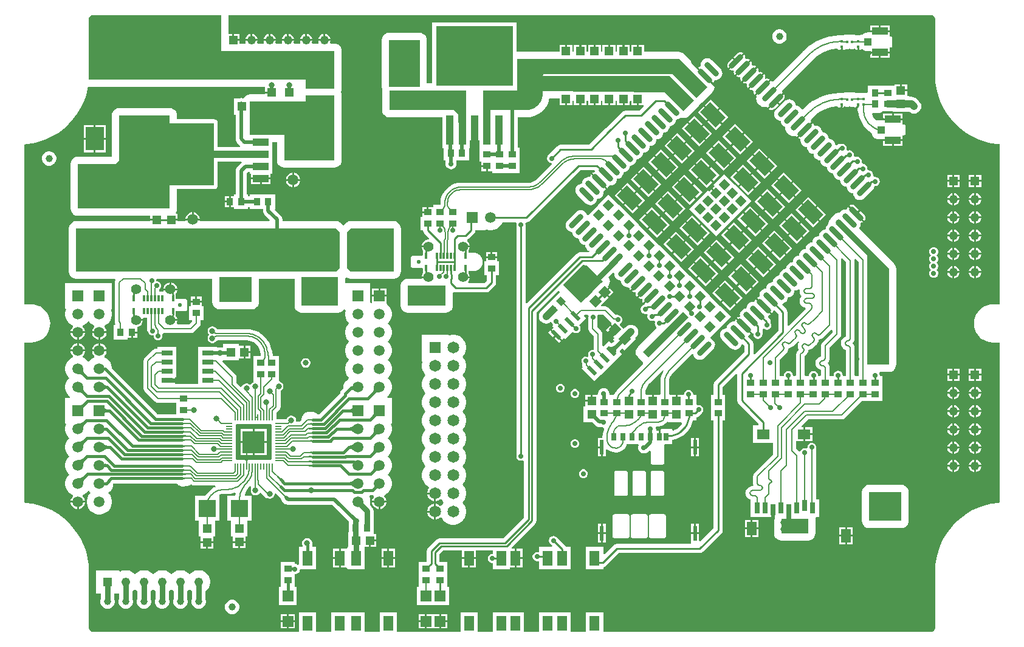
<source format=gtl>
G04*
G04 #@! TF.GenerationSoftware,Altium Limited,Altium Designer,24.5.2 (23)*
G04*
G04 Layer_Physical_Order=1*
G04 Layer_Color=255*
%FSLAX25Y25*%
%MOIN*%
G70*
G04*
G04 #@! TF.SameCoordinates,87A27F8E-189C-4B0C-BDB5-44B7C51DF011*
G04*
G04*
G04 #@! TF.FilePolarity,Positive*
G04*
G01*
G75*
%ADD10C,0.00787*%
%ADD15R,0.01181X0.03425*%
%ADD16R,0.04016X0.03701*%
%ADD17R,0.03701X0.04016*%
G04:AMPARAMS|DCode=18|XSize=7.87mil|YSize=33.07mil|CornerRadius=0.98mil|HoleSize=0mil|Usage=FLASHONLY|Rotation=0.000|XOffset=0mil|YOffset=0mil|HoleType=Round|Shape=RoundedRectangle|*
%AMROUNDEDRECTD18*
21,1,0.00787,0.03110,0,0,0.0*
21,1,0.00591,0.03307,0,0,0.0*
1,1,0.00197,0.00295,-0.01555*
1,1,0.00197,-0.00295,-0.01555*
1,1,0.00197,-0.00295,0.01555*
1,1,0.00197,0.00295,0.01555*
%
%ADD18ROUNDEDRECTD18*%
G04:AMPARAMS|DCode=19|XSize=33.07mil|YSize=7.87mil|CornerRadius=0.98mil|HoleSize=0mil|Usage=FLASHONLY|Rotation=0.000|XOffset=0mil|YOffset=0mil|HoleType=Round|Shape=RoundedRectangle|*
%AMROUNDEDRECTD19*
21,1,0.03307,0.00591,0,0,0.0*
21,1,0.03110,0.00787,0,0,0.0*
1,1,0.00197,0.01555,-0.00295*
1,1,0.00197,-0.01555,-0.00295*
1,1,0.00197,-0.01555,0.00295*
1,1,0.00197,0.01555,0.00295*
%
%ADD19ROUNDEDRECTD19*%
%ADD21R,0.04724X0.05118*%
%ADD22R,0.06496X0.02559*%
%ADD23R,0.09449X0.09449*%
%ADD24R,0.05118X0.04724*%
%ADD25R,0.01575X0.01575*%
%ADD26C,0.03937*%
%ADD27R,0.08504X0.04213*%
%ADD28R,0.03819X0.03937*%
%ADD29R,0.01378X0.01575*%
%ADD30R,0.02953X0.04449*%
%ADD31R,0.02284X0.08268*%
%ADD32R,0.02559X0.04449*%
%ADD33R,0.03150X0.05906*%
%ADD34R,0.07087X0.05512*%
%ADD35R,0.05512X0.07480*%
%ADD36R,0.05512X0.08268*%
%ADD37R,0.05906X0.05906*%
G04:AMPARAMS|DCode=38|XSize=98.43mil|YSize=31.5mil|CornerRadius=15.75mil|HoleSize=0mil|Usage=FLASHONLY|Rotation=45.000|XOffset=0mil|YOffset=0mil|HoleType=Round|Shape=RoundedRectangle|*
%AMROUNDEDRECTD38*
21,1,0.09843,0.00000,0,0,45.0*
21,1,0.06693,0.03150,0,0,45.0*
1,1,0.03150,0.02366,0.02366*
1,1,0.03150,-0.02366,-0.02366*
1,1,0.03150,-0.02366,-0.02366*
1,1,0.03150,0.02366,0.02366*
%
%ADD38ROUNDEDRECTD38*%
G04:AMPARAMS|DCode=39|XSize=98.43mil|YSize=31.5mil|CornerRadius=15.75mil|HoleSize=0mil|Usage=FLASHONLY|Rotation=135.000|XOffset=0mil|YOffset=0mil|HoleType=Round|Shape=RoundedRectangle|*
%AMROUNDEDRECTD39*
21,1,0.09843,0.00000,0,0,135.0*
21,1,0.06693,0.03150,0,0,135.0*
1,1,0.03150,-0.02366,0.02366*
1,1,0.03150,0.02366,-0.02366*
1,1,0.03150,0.02366,-0.02366*
1,1,0.03150,-0.02366,0.02366*
%
%ADD39ROUNDEDRECTD39*%
%ADD40P,0.06125X4X90.0*%
G04:AMPARAMS|DCode=41|XSize=51.18mil|YSize=47.24mil|CornerRadius=0mil|HoleSize=0mil|Usage=FLASHONLY|Rotation=45.000|XOffset=0mil|YOffset=0mil|HoleType=Round|Shape=Rectangle|*
%AMROTATEDRECTD41*
4,1,4,-0.00139,-0.03480,-0.03480,-0.00139,0.00139,0.03480,0.03480,0.00139,-0.00139,-0.03480,0.0*
%
%ADD41ROTATEDRECTD41*%

%ADD42R,0.09843X0.12992*%
%ADD43R,0.08661X0.04134*%
%ADD44R,0.04331X0.03937*%
%ADD45R,0.21260X0.11417*%
G04:AMPARAMS|DCode=46|XSize=118.11mil|YSize=78.74mil|CornerRadius=0mil|HoleSize=0mil|Usage=FLASHONLY|Rotation=135.000|XOffset=0mil|YOffset=0mil|HoleType=Round|Shape=Rectangle|*
%AMROTATEDRECTD46*
4,1,4,0.06960,-0.01392,0.01392,-0.06960,-0.06960,0.01392,-0.01392,0.06960,0.06960,-0.01392,0.0*
%
%ADD46ROTATEDRECTD46*%

G04:AMPARAMS|DCode=47|XSize=37.01mil|YSize=40.16mil|CornerRadius=0mil|HoleSize=0mil|Usage=FLASHONLY|Rotation=225.000|XOffset=0mil|YOffset=0mil|HoleType=Round|Shape=Rectangle|*
%AMROTATEDRECTD47*
4,1,4,-0.00111,0.02728,0.02728,-0.00111,0.00111,-0.02728,-0.02728,0.00111,-0.00111,0.02728,0.0*
%
%ADD47ROTATEDRECTD47*%

G04:AMPARAMS|DCode=48|XSize=21.65mil|YSize=61.02mil|CornerRadius=0mil|HoleSize=0mil|Usage=FLASHONLY|Rotation=45.000|XOffset=0mil|YOffset=0mil|HoleType=Round|Shape=Rectangle|*
%AMROTATEDRECTD48*
4,1,4,0.01392,-0.02923,-0.02923,0.01392,-0.01392,0.02923,0.02923,-0.01392,0.01392,-0.02923,0.0*
%
%ADD48ROTATEDRECTD48*%

%ADD49R,0.42300X0.32700*%
%ADD50R,0.04100X0.15900*%
%ADD100C,0.00728*%
%ADD101C,0.01000*%
%ADD102C,0.00720*%
%ADD103C,0.01968*%
%ADD104R,0.12205X0.12205*%
%AMCUSTOMSHAPE105*
4,1,8,-0.15098,0.21260,-0.09311,0.21260,-0.09311,0.17126,0.15098,0.17126,0.15098,-0.17126,-0.09311,-0.17126,-0.09311,-0.21260,-0.15098,-0.21260,-0.15098,0.21260,0.0*%
%ADD105CUSTOMSHAPE105*%

%ADD106C,0.01575*%
%ADD107C,0.02362*%
%ADD108C,0.03150*%
%ADD109C,0.03937*%
%ADD110C,0.02756*%
%ADD111C,0.05512*%
%ADD112C,0.02244*%
%ADD113C,0.05906*%
%ADD114R,0.05906X0.05906*%
%ADD115R,0.06496X0.06496*%
%ADD116C,0.06496*%
%ADD117R,0.04803X0.04803*%
%ADD118C,0.04803*%
%ADD119R,0.04803X0.04803*%
%ADD120C,0.03150*%
%ADD121C,0.02756*%
%ADD122C,0.02000*%
G36*
X110236Y320866D02*
X172244D01*
X172244Y300197D01*
X156496D01*
X156496Y305118D01*
X37621D01*
Y338299D01*
Y338699D01*
X37927Y339439D01*
X38494Y340006D01*
X39234Y340313D01*
X110236D01*
Y320866D01*
D02*
G37*
G36*
X500000Y340312D02*
D01*
X500672Y340204D01*
X501241Y339824D01*
X501622Y339254D01*
X501625Y339239D01*
X501729Y338583D01*
X501741Y338523D01*
X501741Y337883D01*
X501743Y308057D01*
X501756Y307988D01*
X501736Y307571D01*
X501920Y303834D01*
X502469Y300132D01*
X503378Y296502D01*
X504638Y292979D01*
X506238Y289597D01*
X508162Y286387D01*
X510391Y283381D01*
X512904Y280609D01*
X515677Y278096D01*
X518682Y275867D01*
X521892Y273943D01*
X525275Y272343D01*
X528798Y271082D01*
X532428Y270173D01*
X536129Y269624D01*
X537162Y269573D01*
Y181735D01*
X533465D01*
X533465Y181735D01*
Y181735D01*
X533380Y181719D01*
X531827Y181596D01*
X530231Y181213D01*
X528713Y180585D01*
X527313Y179727D01*
X526064Y178660D01*
X524998Y177411D01*
X524140Y176011D01*
X523511Y174494D01*
X523128Y172897D01*
X522999Y171260D01*
X523128Y169623D01*
X523511Y168026D01*
X524140Y166509D01*
X524998Y165109D01*
X526064Y163860D01*
X527313Y162793D01*
X528713Y161935D01*
X530231Y161307D01*
X531827Y160923D01*
X533380Y160801D01*
X533465Y160784D01*
X537162D01*
Y72948D01*
X536130Y72897D01*
X532429Y72348D01*
X528798Y71439D01*
X525275Y70178D01*
X521892Y68578D01*
X518682Y66654D01*
X515676Y64425D01*
X512903Y61912D01*
X510390Y59139D01*
X508161Y56133D01*
X506237Y52923D01*
X504637Y49540D01*
X503376Y46016D01*
X502467Y42386D01*
X501918Y38685D01*
X501734Y34947D01*
X501755Y34530D01*
X501741Y34461D01*
Y3996D01*
X501729Y3937D01*
X501729D01*
X501625Y3280D01*
X501622Y3265D01*
X501241Y2696D01*
X500672Y2315D01*
X500066Y2195D01*
X500000Y2208D01*
X319685D01*
Y12795D01*
X310236D01*
Y2208D01*
X301969D01*
Y12795D01*
X284587D01*
Y2208D01*
X276319D01*
Y12795D01*
X259055D01*
Y2208D01*
X250787D01*
Y12795D01*
X241339D01*
Y2208D01*
X206496D01*
Y12795D01*
X197047D01*
Y2208D01*
X188779D01*
Y12795D01*
X170473D01*
Y2208D01*
X162205D01*
Y12795D01*
X152756D01*
Y2208D01*
X39370D01*
X39304Y2195D01*
X38698Y2315D01*
X38129Y2696D01*
X37748Y3265D01*
X37745Y3280D01*
X37641Y3937D01*
X37641D01*
X37629Y3996D01*
Y34461D01*
X37615Y34530D01*
X37636Y34947D01*
X37452Y38685D01*
X36903Y42386D01*
X35994Y46016D01*
X34733Y49540D01*
X33133Y52923D01*
X31209Y56133D01*
X28980Y59139D01*
X26467Y61912D01*
X23694Y64425D01*
X20688Y66654D01*
X17478Y68578D01*
X14095Y70178D01*
X10572Y71439D01*
X6942Y72348D01*
X3240Y72897D01*
X2208Y72948D01*
Y160784D01*
X5906D01*
X5906Y160784D01*
Y160784D01*
X5990Y160801D01*
X7543Y160923D01*
X9139Y161307D01*
X10657Y161935D01*
X12057Y162793D01*
X13306Y163860D01*
X14372Y165109D01*
X15230Y166509D01*
X15859Y168026D01*
X16242Y169623D01*
X16371Y171260D01*
X16242Y172897D01*
X15859Y174494D01*
X15230Y176011D01*
X14372Y177411D01*
X13306Y178660D01*
X12057Y179727D01*
X10657Y180585D01*
X9139Y181213D01*
X7543Y181596D01*
X5990Y181719D01*
X5906Y181735D01*
X2196D01*
Y269571D01*
X3240Y269623D01*
X6942Y270172D01*
X10572Y271081D01*
X14095Y272342D01*
X17478Y273942D01*
X20688Y275866D01*
X23694Y278095D01*
X26467Y280608D01*
X28980Y283381D01*
X31209Y286387D01*
X33133Y289597D01*
X34733Y292980D01*
X35994Y296503D01*
X36903Y300133D01*
X37064Y301220D01*
X37621Y301147D01*
X134236D01*
Y298532D01*
X137795D01*
Y297532D01*
X134236D01*
Y296934D01*
X125984D01*
X124957Y296799D01*
X123999Y296402D01*
X123176Y295771D01*
X122545Y294949D01*
X122031Y294904D01*
X121260Y295006D01*
X120489Y294904D01*
X120435Y294882D01*
X117126D01*
Y285827D01*
X118085D01*
Y272638D01*
X118186Y271867D01*
X118484Y271149D01*
X118957Y270532D01*
X120645Y268844D01*
X120588Y268511D01*
X120382Y268144D01*
X108306D01*
Y281299D01*
X108153Y282067D01*
X107718Y282718D01*
X107067Y283154D01*
X106299Y283306D01*
X85861D01*
Y285433D01*
X85725Y286461D01*
X85329Y287419D01*
X84698Y288241D01*
X83875Y288872D01*
X82917Y289269D01*
X81890Y289404D01*
X54134D01*
X53106Y289269D01*
X52148Y288872D01*
X51326Y288241D01*
X50695Y287419D01*
X50298Y286461D01*
X50163Y285433D01*
Y262829D01*
X31496D01*
X30468Y262694D01*
X29511Y262297D01*
X28688Y261666D01*
X28057Y260844D01*
X27660Y259886D01*
X27525Y258858D01*
Y234252D01*
X27660Y233224D01*
X28057Y232266D01*
X28688Y231444D01*
X29511Y230813D01*
X30468Y230416D01*
X31496Y230281D01*
X71202D01*
Y228650D01*
X74761D01*
Y227650D01*
X71202D01*
Y227396D01*
X30512D01*
X29484Y227261D01*
X28526Y226864D01*
X27704Y226233D01*
X27073Y225411D01*
X26676Y224453D01*
X26541Y223425D01*
Y199803D01*
X26676Y198775D01*
X27073Y197818D01*
X27704Y196995D01*
X28526Y196364D01*
X29484Y195967D01*
X30512Y195832D01*
X51928D01*
X52258Y195132D01*
X51909Y194609D01*
X51725Y193687D01*
Y172244D01*
X51909Y171322D01*
X52114Y171015D01*
X51740Y170315D01*
X51142D01*
Y162362D01*
X58780D01*
Y163331D01*
X60681D01*
Y166339D01*
X61181D01*
Y166839D01*
X64031D01*
Y169346D01*
X64031Y169346D01*
X64650Y169541D01*
X64836Y169591D01*
X65692Y170085D01*
X66391Y170784D01*
X66886Y171641D01*
X67140Y172591D01*
X63386D01*
Y173591D01*
X67140D01*
X67054Y173913D01*
X67480Y174469D01*
X69472D01*
Y168877D01*
X69479Y168846D01*
X69648Y167560D01*
X70157Y166332D01*
X70461Y165935D01*
X70551Y165800D01*
X70630Y165610D01*
X71299Y164941D01*
X72173Y164579D01*
X73002D01*
Y163829D01*
X73364Y162955D01*
X74033Y162286D01*
X74907Y161924D01*
X75853D01*
X76727Y162286D01*
X77396Y162955D01*
X77758Y163829D01*
Y164775D01*
X77758Y164775D01*
Y165394D01*
X78458Y165969D01*
X78723Y165916D01*
X93522D01*
X94443Y166100D01*
X95225Y166622D01*
X98160Y169557D01*
X98682Y170338D01*
X98865Y171260D01*
Y173189D01*
X100433D01*
Y180827D01*
X99465D01*
Y182728D01*
X96457D01*
X93449D01*
Y180827D01*
X92480D01*
Y173189D01*
X94048D01*
Y172257D01*
X92524Y170733D01*
X86068D01*
X85663Y171433D01*
X85783Y171641D01*
X86038Y172591D01*
X82284D01*
Y173591D01*
X86038D01*
X85783Y174540D01*
X85289Y175397D01*
X85276Y175411D01*
X85252Y175437D01*
X85252Y175437D01*
Y178114D01*
X90551D01*
X90941Y178192D01*
X91272Y178413D01*
X91493Y178744D01*
X91571Y179134D01*
Y183677D01*
X91493Y184067D01*
X91272Y184398D01*
X90941Y184619D01*
X90551Y184697D01*
X85252D01*
Y187673D01*
X85252Y187673D01*
X85252D01*
X85276Y187699D01*
X85289Y187714D01*
X85783Y188570D01*
X86038Y189520D01*
X82284D01*
X78529D01*
X78615Y189197D01*
X78189Y188642D01*
X76197D01*
Y189553D01*
X76189Y189590D01*
X76258Y189935D01*
X76432Y190195D01*
X76819Y190582D01*
X77181Y191456D01*
Y192402D01*
X76819Y193276D01*
X76150Y193945D01*
X75276Y194307D01*
X74525D01*
Y195058D01*
X74446Y195250D01*
X74835Y195832D01*
X105281D01*
Y183071D01*
X105416Y182043D01*
X105813Y181085D01*
X106444Y180263D01*
X107266Y179632D01*
X108224Y179235D01*
X109252Y179100D01*
X126969D01*
X127996Y179235D01*
X128954Y179632D01*
X129776Y180263D01*
X130408Y181085D01*
X130804Y182043D01*
X130939Y183071D01*
Y195832D01*
X150344D01*
Y181102D01*
X150479Y180075D01*
X150876Y179117D01*
X151507Y178295D01*
X152330Y177663D01*
X153287Y177267D01*
X154315Y177131D01*
X174213D01*
X175240Y177267D01*
X176198Y177663D01*
X177021Y178295D01*
X177631Y179090D01*
X177669Y179122D01*
X177929Y179085D01*
X178338Y178531D01*
X178392Y178313D01*
X178150Y177096D01*
Y175739D01*
X178414Y174408D01*
X178934Y173154D01*
X179688Y172025D01*
X180296Y171417D01*
X179688Y170809D01*
X178934Y169681D01*
X178414Y168427D01*
X178150Y167096D01*
Y165739D01*
X178414Y164408D01*
X178934Y163154D01*
X179688Y162025D01*
X180296Y161417D01*
X179688Y160809D01*
X178934Y159681D01*
X178414Y158427D01*
X178150Y157096D01*
Y155739D01*
X178414Y154408D01*
X178934Y153154D01*
X179688Y152025D01*
X180296Y151417D01*
X179688Y150809D01*
X178934Y149681D01*
X178414Y148427D01*
X178150Y147096D01*
Y145739D01*
X178414Y144408D01*
X178934Y143154D01*
X179688Y142025D01*
X180296Y141417D01*
X179688Y140809D01*
X179208Y140091D01*
X179117Y140053D01*
X179077Y140023D01*
X179031Y140002D01*
X178666Y139708D01*
X178295Y139422D01*
X178264Y139382D01*
X178225Y139351D01*
X177949Y138971D01*
X177663Y138600D01*
X177644Y138553D01*
X177615Y138513D01*
X177446Y138075D01*
X177267Y137642D01*
X177260Y137592D01*
X177242Y137545D01*
X177193Y137079D01*
X177131Y136614D01*
Y135787D01*
X176184Y134840D01*
X175742Y134264D01*
X175465Y133593D01*
X175395Y133066D01*
X163766Y121437D01*
X162934Y121459D01*
X162921Y121474D01*
X162685Y121782D01*
X162581Y121862D01*
X162494Y121960D01*
X162171Y122177D01*
X161862Y122413D01*
X161741Y122464D01*
X161632Y122536D01*
X161264Y122661D01*
X160904Y122810D01*
X160775Y122827D01*
X160651Y122869D01*
X160262Y122895D01*
X159877Y122945D01*
X159747Y122928D01*
X159616Y122937D01*
X159235Y122861D01*
X158960Y122825D01*
X158328Y122783D01*
X158154Y122782D01*
X157651Y122713D01*
X157149Y122647D01*
X157138Y122642D01*
X157127Y122641D01*
X156660Y122444D01*
X156191Y122250D01*
X156182Y122243D01*
X156172Y122239D01*
X155771Y121928D01*
X155368Y121619D01*
X155362Y121610D01*
X155353Y121603D01*
X155046Y121199D01*
X154737Y120797D01*
X154733Y120786D01*
X154726Y120777D01*
X154535Y120307D01*
X154341Y119839D01*
X154339Y119828D01*
X154335Y119817D01*
X154272Y119314D01*
X154205Y118811D01*
Y118514D01*
X153049Y117357D01*
X151514D01*
X151197Y117771D01*
Y118449D01*
X151021Y119104D01*
X150682Y119691D01*
X150203Y120171D01*
X149616Y120510D01*
X148961Y120685D01*
X148283D01*
X147628Y120510D01*
X147041Y120171D01*
X146562Y119691D01*
X146240Y119135D01*
X145951Y118845D01*
X141476D01*
X141447Y118840D01*
X140592D01*
Y119695D01*
X140597Y119724D01*
Y122329D01*
X141988Y123719D01*
X142510Y124501D01*
X142693Y125422D01*
Y134366D01*
X142757Y134429D01*
X143313Y134751D01*
X143793Y135230D01*
X144132Y135817D01*
X144307Y136472D01*
Y137150D01*
X144132Y137805D01*
X143793Y138392D01*
X143313Y138871D01*
X142726Y139210D01*
X142342Y139313D01*
X141772Y139626D01*
X141772Y139955D01*
Y145846D01*
Y153484D01*
X138415D01*
X137988Y155992D01*
X137258Y158528D01*
X137255Y158540D01*
X137278Y158548D01*
X137269Y158586D01*
X137252Y158627D01*
X137217Y158731D01*
X137195Y158765D01*
X137020Y159186D01*
X137019Y159188D01*
X137019Y159188D01*
X136444Y160578D01*
X135317Y162417D01*
X133916Y164057D01*
X133560Y164361D01*
X133490Y164466D01*
X133146Y164696D01*
X132225Y165482D01*
X130340Y166638D01*
X128297Y167484D01*
X126146Y168000D01*
X124939Y168095D01*
X124533Y168176D01*
X108009D01*
X107783Y168131D01*
X107672Y168226D01*
X107375Y168740D01*
X106896Y169219D01*
X106309Y169558D01*
X105654Y169734D01*
X104976D01*
X104321Y169558D01*
X103734Y169219D01*
X103255Y168740D01*
X102916Y168153D01*
X102740Y167498D01*
Y166820D01*
X102916Y166165D01*
X103255Y165578D01*
X103285Y165547D01*
X103720Y165084D01*
X103285Y164621D01*
X103255Y164590D01*
X102916Y164003D01*
X102740Y163348D01*
Y162670D01*
X102916Y162015D01*
X103255Y161428D01*
X103734Y160949D01*
X104321Y160610D01*
X104976Y160434D01*
X105654D01*
X106309Y160610D01*
X106896Y160949D01*
X107375Y161428D01*
X107563Y161754D01*
X107717Y161856D01*
X108500Y162012D01*
X108600Y161992D01*
X123942D01*
X124056Y162015D01*
X125492Y161873D01*
X126982Y161421D01*
X128356Y160687D01*
X129471Y159772D01*
X129535Y159675D01*
X129995Y159166D01*
X130503Y158547D01*
X131205Y157234D01*
X131637Y155809D01*
X131772Y154436D01*
X131751Y154328D01*
Y153543D01*
X131702Y153484D01*
X127913D01*
Y145846D01*
Y139626D01*
X127913Y139626D01*
X127734Y139000D01*
X127340Y138773D01*
X126861Y138294D01*
X126574Y137797D01*
X126212Y137668D01*
X125772Y137613D01*
X125597Y137789D01*
X125010Y138128D01*
X124355Y138303D01*
X123677D01*
X123022Y138128D01*
X122435Y137789D01*
X121955Y137309D01*
X121616Y136722D01*
X121615Y136718D01*
X120835Y136509D01*
X118550Y138793D01*
Y141642D01*
X118367Y142564D01*
X117845Y143345D01*
X110822Y150368D01*
X111196Y150984D01*
X119685D01*
Y151953D01*
X122335D01*
Y155512D01*
Y159071D01*
X119685D01*
Y160039D01*
X111024D01*
Y158124D01*
X107874D01*
Y158386D01*
X97441D01*
Y151890D01*
Y146890D01*
Y141890D01*
Y138235D01*
X84661D01*
Y139638D01*
X80413D01*
Y140638D01*
X84661D01*
Y141890D01*
X85630D01*
Y146890D01*
Y151890D01*
Y158386D01*
X75197D01*
Y157546D01*
X74429D01*
X73507Y157363D01*
X72726Y156841D01*
X68179Y152294D01*
X67657Y151512D01*
X67473Y150591D01*
Y135827D01*
X67657Y134905D01*
X68179Y134124D01*
X73927Y128376D01*
X74708Y127854D01*
X75630Y127670D01*
X85591D01*
Y126260D01*
Y121543D01*
X75302D01*
X50197Y146648D01*
Y147096D01*
X49932Y148427D01*
X49413Y149681D01*
X48659Y150809D01*
X47699Y151769D01*
X46571Y152523D01*
X46115Y152712D01*
X45998Y153518D01*
X46470Y153990D01*
X46990Y154892D01*
X47260Y155897D01*
Y155917D01*
X43307D01*
X39354D01*
Y155897D01*
X39624Y154892D01*
X40144Y153990D01*
X40616Y153518D01*
X40500Y152712D01*
X40044Y152523D01*
X38915Y151769D01*
X37955Y150809D01*
X37752Y150504D01*
X37052D01*
X36848Y150809D01*
X35888Y151769D01*
X34760Y152523D01*
X34304Y152712D01*
X34187Y153518D01*
X34659Y153990D01*
X35179Y154892D01*
X35449Y155897D01*
Y155917D01*
X31496D01*
X27543D01*
Y155897D01*
X27813Y154892D01*
X28333Y153990D01*
X28805Y153518D01*
X28689Y152712D01*
X28232Y152523D01*
X27104Y151769D01*
X26144Y150809D01*
X25390Y149681D01*
X24871Y148427D01*
X24606Y147096D01*
Y145739D01*
X24871Y144408D01*
X25390Y143154D01*
X26144Y142025D01*
X26752Y141417D01*
X26144Y140809D01*
X25390Y139681D01*
X24871Y138427D01*
X24606Y137096D01*
Y135739D01*
X24871Y134408D01*
X25390Y133154D01*
X26144Y132025D01*
X27104Y131066D01*
X27225Y130985D01*
X27022Y130315D01*
X24606D01*
Y116535D01*
X24697D01*
X25086Y115953D01*
X24871Y115435D01*
X24606Y114104D01*
Y112747D01*
X24871Y111416D01*
X25390Y110162D01*
X26144Y109033D01*
X26752Y108425D01*
X26144Y107817D01*
X25390Y106689D01*
X24871Y105435D01*
X24606Y104104D01*
Y102747D01*
X24871Y101416D01*
X25390Y100162D01*
X26144Y99033D01*
X26752Y98425D01*
X26144Y97817D01*
X25390Y96689D01*
X24871Y95435D01*
X24606Y94104D01*
Y92747D01*
X24871Y91416D01*
X25390Y90162D01*
X26144Y89033D01*
X26752Y88425D01*
X26144Y87817D01*
X25390Y86689D01*
X24871Y85435D01*
X24606Y84104D01*
Y82747D01*
X24871Y81415D01*
X25390Y80162D01*
X26144Y79033D01*
X27104Y78074D01*
X28232Y77320D01*
X28689Y77131D01*
X28805Y76325D01*
X28333Y75852D01*
X27813Y74951D01*
X27543Y73946D01*
Y73925D01*
X31496D01*
X35449D01*
Y73946D01*
X35179Y74951D01*
X34659Y75852D01*
X34187Y76325D01*
X34304Y77131D01*
X34760Y77320D01*
X35888Y78074D01*
X36848Y79033D01*
X37052Y79338D01*
X37752D01*
X37955Y79033D01*
X38563Y78425D01*
X37955Y77817D01*
X37201Y76689D01*
X36682Y75435D01*
X36417Y74104D01*
Y72747D01*
X36682Y71416D01*
X37201Y70162D01*
X37955Y69033D01*
X38915Y68074D01*
X40044Y67320D01*
X41297Y66800D01*
X42628Y66535D01*
X43986D01*
X45317Y66800D01*
X46571Y67320D01*
X47699Y68074D01*
X48659Y69033D01*
X49413Y70162D01*
X49932Y71416D01*
X50197Y72747D01*
Y74104D01*
X49932Y75435D01*
X49413Y76689D01*
X48659Y77817D01*
X48051Y78425D01*
X48659Y79033D01*
X48684Y79071D01*
X48993Y79199D01*
X49002Y79205D01*
X49011Y79209D01*
X49413Y79520D01*
X49816Y79830D01*
X49822Y79838D01*
X49830Y79845D01*
X50137Y80249D01*
X50447Y80652D01*
X50451Y80662D01*
X50457Y80670D01*
X50649Y81141D01*
X50844Y81610D01*
X50845Y81620D01*
X50849Y81630D01*
X50913Y82135D01*
X50979Y82638D01*
Y83465D01*
X51041Y83527D01*
X85901D01*
X85937Y83459D01*
X86167Y83211D01*
X86373Y82942D01*
X86517Y82831D01*
X86641Y82698D01*
X86927Y82517D01*
X87195Y82311D01*
X87363Y82241D01*
X87517Y82144D01*
X87840Y82044D01*
X88153Y81914D01*
X88333Y81891D01*
X88507Y81836D01*
X88845Y81823D01*
X89181Y81779D01*
X89361Y81803D01*
X89543Y81796D01*
X89873Y81870D01*
X90209Y81914D01*
X90273Y81941D01*
X90746Y81971D01*
X90924Y81972D01*
X91424Y82042D01*
X91925Y82108D01*
X91938Y82113D01*
X91951Y82115D01*
X92416Y82311D01*
X92883Y82504D01*
X92894Y82512D01*
X92906Y82518D01*
X93305Y82828D01*
X93600Y83055D01*
X94363Y82545D01*
X94369Y82544D01*
X94511Y82449D01*
X95421Y82268D01*
X106869D01*
X107008Y81568D01*
X106221Y81242D01*
X104688Y80302D01*
X103321Y79135D01*
X102153Y77767D01*
X101422Y76575D01*
X95669D01*
Y63189D01*
X97216D01*
X97835Y62992D01*
Y54331D01*
X98803D01*
Y51681D01*
X105921D01*
Y54331D01*
X106890D01*
Y62992D01*
X107508Y63189D01*
X109055D01*
Y76575D01*
X109055Y76575D01*
X109073Y77267D01*
X110120Y77585D01*
X110740Y77646D01*
X111424Y77685D01*
Y77685D01*
X112982D01*
X112982Y77685D01*
Y77685D01*
X112993Y77687D01*
X115263Y77866D01*
X117488Y78400D01*
X117691Y78484D01*
X118203Y77938D01*
X117931Y76575D01*
X113386D01*
Y63189D01*
X114851D01*
X115551Y63189D01*
Y54528D01*
X116520D01*
Y51878D01*
X123638D01*
Y54528D01*
X124606D01*
Y63189D01*
X125306Y63189D01*
X126772D01*
Y76575D01*
X123373D01*
X122939Y77125D01*
X123030Y77503D01*
X123737Y79208D01*
X124701Y80782D01*
X125823Y82095D01*
X125829Y82099D01*
X126242Y81985D01*
X126529Y81801D01*
Y80586D01*
X126362Y79965D01*
Y79287D01*
X126538Y78632D01*
X126877Y78045D01*
X127356Y77566D01*
X127943Y77227D01*
X128598Y77051D01*
X129276D01*
X129931Y77227D01*
X130518Y77566D01*
X130997Y78045D01*
X131050Y78136D01*
X131925Y78252D01*
X134124Y76053D01*
X134905Y75531D01*
X135827Y75347D01*
X135851D01*
X136472Y75181D01*
X137150D01*
X137805Y75357D01*
X138392Y75696D01*
X138871Y76175D01*
X139210Y76762D01*
X139386Y77417D01*
Y77675D01*
X140086Y77965D01*
X142756Y75295D01*
X142793Y75017D01*
X143090Y74298D01*
X143563Y73681D01*
X144548Y72697D01*
X144548Y72697D01*
X145164Y72224D01*
X145883Y71926D01*
X146654Y71825D01*
X171083D01*
X180079Y62830D01*
Y56693D01*
X179921D01*
Y48622D01*
X179331D01*
Y48197D01*
X178953Y47654D01*
X178631Y47654D01*
X175697D01*
Y42520D01*
Y37386D01*
X178631D01*
X178953Y37386D01*
X179331Y36842D01*
Y36417D01*
X188779D01*
Y48606D01*
X191232D01*
Y52165D01*
X191732D01*
Y52665D01*
X195095D01*
Y55724D01*
X193937D01*
Y63032D01*
X193692D01*
Y68346D01*
X193570Y69271D01*
X193213Y70133D01*
X192645Y70874D01*
X191737Y71782D01*
X191929Y72747D01*
Y74104D01*
X191664Y75435D01*
X191329Y76245D01*
X191797Y76945D01*
X193150D01*
X193516Y76993D01*
X193700Y76834D01*
X193751Y75915D01*
X193687Y75852D01*
X193167Y74951D01*
X192898Y73946D01*
Y73925D01*
X196850D01*
X200803D01*
Y73946D01*
X200534Y74951D01*
X200013Y75852D01*
X199541Y76325D01*
X199658Y77131D01*
X200114Y77320D01*
X201242Y78074D01*
X202202Y79033D01*
X202956Y80162D01*
X203475Y81415D01*
X203740Y82747D01*
Y84104D01*
X203475Y85435D01*
X202956Y86689D01*
X202202Y87817D01*
X201594Y88425D01*
X202202Y89033D01*
X202956Y90162D01*
X203475Y91416D01*
X203740Y92747D01*
Y94104D01*
X203475Y95435D01*
X202956Y96689D01*
X202202Y97817D01*
X201594Y98425D01*
X202202Y99033D01*
X202956Y100162D01*
X203475Y101416D01*
X203740Y102747D01*
Y104104D01*
X203475Y105435D01*
X202956Y106689D01*
X202202Y107817D01*
X201594Y108425D01*
X202202Y109033D01*
X202956Y110162D01*
X203475Y111416D01*
X203740Y112747D01*
Y114104D01*
X203475Y115435D01*
X203261Y115953D01*
X203649Y116535D01*
X203740D01*
Y130315D01*
X201325D01*
X201121Y130985D01*
X201242Y131066D01*
X202202Y132025D01*
X202956Y133154D01*
X203475Y134408D01*
X203740Y135739D01*
Y137096D01*
X203475Y138427D01*
X202956Y139681D01*
X202202Y140809D01*
X201594Y141417D01*
X202202Y142025D01*
X202956Y143154D01*
X203475Y144408D01*
X203740Y145739D01*
Y147096D01*
X203475Y148427D01*
X202956Y149681D01*
X202202Y150809D01*
X201594Y151417D01*
X202202Y152025D01*
X202956Y153154D01*
X203475Y154408D01*
X203740Y155739D01*
Y157096D01*
X203475Y158427D01*
X202956Y159681D01*
X202202Y160809D01*
X201594Y161417D01*
X202202Y162025D01*
X202956Y163154D01*
X203475Y164408D01*
X203740Y165739D01*
Y167096D01*
X203475Y168427D01*
X202956Y169681D01*
X202202Y170809D01*
X201594Y171417D01*
X202202Y172025D01*
X202956Y173154D01*
X203475Y174408D01*
X203740Y175739D01*
Y177096D01*
X203475Y178427D01*
X202956Y179681D01*
X202202Y180809D01*
X201242Y181769D01*
X201085Y181874D01*
X200803Y182465D01*
X200803D01*
X200803Y182465D01*
Y185917D01*
X196850D01*
X192898D01*
Y182515D01*
X192808Y182394D01*
X192629Y182254D01*
X191929Y182595D01*
Y193307D01*
X178184D01*
Y196198D01*
X178884Y196543D01*
X179117Y196364D01*
X180075Y195967D01*
X181102Y195832D01*
X204724Y195832D01*
X205752Y195967D01*
X206710Y196364D01*
X207532Y196995D01*
X208163Y197818D01*
X208560Y198775D01*
X208695Y199803D01*
X208695Y201772D01*
Y221457D01*
X208695Y221457D01*
X208695Y223425D01*
X208560Y224453D01*
X208163Y225411D01*
X207532Y226233D01*
X206710Y226864D01*
X205752Y227261D01*
X204724Y227396D01*
X181102D01*
X180075Y227261D01*
X179117Y226864D01*
X178295Y226233D01*
X178294Y226233D01*
X177165Y225104D01*
X176036Y226233D01*
X175214Y226864D01*
X174256Y227261D01*
X173228Y227396D01*
X165354D01*
X165354Y227396D01*
X143726D01*
Y228346D01*
X143726Y228346D01*
X143625Y229117D01*
X143327Y229836D01*
X142854Y230452D01*
X142854Y230452D01*
X139595Y233711D01*
X139803Y234213D01*
X139803D01*
Y242165D01*
X125945D01*
Y241167D01*
X124882D01*
Y242165D01*
X124041D01*
Y253688D01*
X124856Y254502D01*
X125669D01*
Y253405D01*
X126638D01*
Y251287D01*
X131890D01*
X137142D01*
Y253405D01*
X138110D01*
Y260098D01*
Y266791D01*
Y270635D01*
X140714D01*
Y260827D01*
X140849Y259799D01*
X141246Y258841D01*
X141877Y258019D01*
X142700Y257388D01*
X143657Y256991D01*
X144685Y256856D01*
X172244D01*
X173272Y256991D01*
X174230Y257388D01*
X175052Y258019D01*
X175683Y258841D01*
X176080Y259799D01*
X176215Y260827D01*
Y296260D01*
X176080Y297288D01*
X175690Y298228D01*
X176080Y299169D01*
X176215Y300197D01*
X176215Y320866D01*
X176080Y321894D01*
X175683Y322852D01*
X175052Y323674D01*
X174230Y324305D01*
X173272Y324702D01*
X172244Y324837D01*
X170243D01*
X170016Y325230D01*
X169923Y325537D01*
X170120Y326272D01*
X166732D01*
X163345D01*
X163541Y325537D01*
X163449Y325230D01*
X163221Y324837D01*
X160243D01*
X160016Y325230D01*
X159923Y325537D01*
X160120Y326272D01*
X156732D01*
X153345D01*
X153542Y325537D01*
X153448Y325230D01*
X153221Y324837D01*
X150243D01*
X150016Y325230D01*
X149923Y325537D01*
X150120Y326272D01*
X146732D01*
X143345D01*
X143542Y325537D01*
X143448Y325230D01*
X143221Y324837D01*
X140243D01*
X140016Y325230D01*
X139923Y325537D01*
X140120Y326272D01*
X136732D01*
X133345D01*
X133542Y325537D01*
X133449Y325230D01*
X133221Y324837D01*
X130243D01*
X130016Y325230D01*
X129923Y325537D01*
X130120Y326272D01*
X126732D01*
X123345D01*
X123541Y325537D01*
X123449Y325230D01*
X123221Y324837D01*
X120134D01*
Y326272D01*
X116732D01*
Y326772D01*
X116232D01*
Y330173D01*
X114207D01*
Y340312D01*
X499315D01*
X500000Y340312D01*
D02*
G37*
G36*
X172244Y260827D02*
X144685D01*
Y274606D01*
X125984Y274606D01*
Y283465D01*
Y292963D01*
X156496D01*
Y296260D01*
X172244D01*
Y260827D01*
D02*
G37*
G36*
X81890Y234252D02*
X31496D01*
Y258858D01*
X52165D01*
X54134Y260827D01*
Y285433D01*
X81890D01*
Y234252D01*
D02*
G37*
G36*
X121376Y259836D02*
X121432Y259502D01*
X118957Y257027D01*
X118484Y256410D01*
X118186Y255692D01*
X118085Y254921D01*
Y242165D01*
X117244D01*
Y241197D01*
X115343D01*
Y238189D01*
Y235181D01*
X117244D01*
Y234213D01*
X124882D01*
Y235211D01*
X125945D01*
Y234213D01*
X133006D01*
Y233110D01*
X133107Y232339D01*
X133405Y231621D01*
X133878Y231004D01*
X136840Y228043D01*
X136572Y227396D01*
X98771D01*
X98441Y227826D01*
Y227847D01*
X94488D01*
X90535D01*
Y227826D01*
X90206Y227396D01*
X86236D01*
Y227650D01*
X82677D01*
Y228650D01*
X86236D01*
Y231512D01*
X85541D01*
X85231Y232140D01*
X85329Y232266D01*
X85725Y233224D01*
X85861Y234252D01*
Y245040D01*
X106299D01*
X107067Y245193D01*
X107718Y245628D01*
X108153Y246279D01*
X108306Y247047D01*
Y260202D01*
X121169D01*
X121376Y259836D01*
D02*
G37*
G36*
X165354Y223425D02*
X173228D01*
X175197Y221457D01*
X175197D01*
Y201772D01*
X173228Y199803D01*
X30512D01*
Y223425D01*
X165354D01*
Y223425D01*
D02*
G37*
G36*
X204724Y221457D02*
X204724D01*
Y201772D01*
X204724Y199803D01*
X181102Y199803D01*
X179134Y201772D01*
Y221457D01*
X179134D01*
X181102Y223425D01*
X204724D01*
X204724Y221457D01*
D02*
G37*
G36*
X126969Y183071D02*
X109252D01*
Y196850D01*
X126969D01*
Y183071D01*
D02*
G37*
G36*
X174213Y181102D02*
X154315D01*
Y196850D01*
X174213D01*
Y181102D01*
D02*
G37*
G36*
X34454Y146038D02*
X34478Y145707D01*
X34519Y145394D01*
X34579Y145099D01*
X34657Y144822D01*
X34753Y144563D01*
X34867Y144323D01*
X34999Y144100D01*
X35149Y143895D01*
X35318Y143709D01*
X34204Y142596D01*
X34018Y142764D01*
X33813Y142914D01*
X33591Y143046D01*
X33350Y143160D01*
X33091Y143256D01*
X32814Y143334D01*
X32519Y143394D01*
X32206Y143436D01*
X31875Y143459D01*
X31526Y143465D01*
X34449Y146388D01*
X34454Y146038D01*
D02*
G37*
G36*
X45898Y137869D02*
X46028Y137730D01*
X46174Y137607D01*
X46336Y137500D01*
X46514Y137410D01*
X46707Y137336D01*
X46916Y137278D01*
X47141Y137238D01*
X47381Y137213D01*
X47638Y137205D01*
Y135630D01*
X47381Y135622D01*
X47141Y135597D01*
X46916Y135556D01*
X46707Y135499D01*
X46514Y135425D01*
X46336Y135335D01*
X46174Y135228D01*
X46028Y135105D01*
X45898Y134966D01*
X45784Y134810D01*
Y138025D01*
X45898Y137869D01*
D02*
G37*
G36*
X182647Y134686D02*
X182586Y134753D01*
X182504Y134813D01*
X182401Y134866D01*
X182277Y134912D01*
X182133Y134951D01*
X181968Y134983D01*
X181783Y135008D01*
X181350Y135036D01*
X181102Y135039D01*
Y136614D01*
X181285Y136619D01*
X181450Y136633D01*
X181598Y136655D01*
X181729Y136688D01*
X181844Y136729D01*
X181941Y136779D01*
X182021Y136839D01*
X182085Y136908D01*
X182131Y136986D01*
X182160Y137073D01*
X182647Y134686D01*
D02*
G37*
G36*
X196821Y133465D02*
X196472Y133459D01*
X196140Y133436D01*
X195827Y133394D01*
X195532Y133334D01*
X195255Y133256D01*
X194997Y133160D01*
X194756Y133046D01*
X194533Y132914D01*
X194329Y132764D01*
X194142Y132596D01*
X193028Y133709D01*
X193197Y133896D01*
X193347Y134100D01*
X193479Y134323D01*
X193594Y134564D01*
X193689Y134822D01*
X193767Y135099D01*
X193827Y135394D01*
X193869Y135707D01*
X193892Y136038D01*
X193898Y136388D01*
X196821Y133465D01*
D02*
G37*
G36*
X34454Y136038D02*
X34478Y135707D01*
X34519Y135394D01*
X34579Y135099D01*
X34657Y134822D01*
X34753Y134564D01*
X34867Y134323D01*
X34999Y134100D01*
X35149Y133896D01*
X35318Y133709D01*
X34204Y132596D01*
X34018Y132764D01*
X33813Y132914D01*
X33591Y133046D01*
X33350Y133160D01*
X33091Y133256D01*
X32814Y133334D01*
X32519Y133394D01*
X32206Y133436D01*
X31875Y133459D01*
X31526Y133465D01*
X34449Y136388D01*
X34454Y136038D01*
D02*
G37*
G36*
X35550Y126366D02*
X35237Y126042D01*
X34745Y125461D01*
X34566Y125205D01*
X34431Y124971D01*
X34341Y124760D01*
X34295Y124571D01*
X34294Y124404D01*
X34337Y124260D01*
X34425Y124139D01*
X32210Y126354D01*
X32331Y126266D01*
X32475Y126223D01*
X32642Y126224D01*
X32830Y126270D01*
X33042Y126360D01*
X33276Y126495D01*
X33532Y126674D01*
X33811Y126898D01*
X34437Y127480D01*
X35550Y126366D01*
D02*
G37*
G36*
X182111Y121850D02*
X182095Y122000D01*
X182047Y122134D01*
X181968Y122252D01*
X181857Y122354D01*
X181714Y122441D01*
X181539Y122512D01*
X181333Y122567D01*
X181095Y122606D01*
X180825Y122630D01*
X180524Y122638D01*
Y124213D01*
X180825Y124221D01*
X181095Y124244D01*
X181333Y124284D01*
X181539Y124339D01*
X181714Y124409D01*
X181857Y124496D01*
X181968Y124598D01*
X182047Y124716D01*
X182095Y124850D01*
X182111Y125000D01*
Y121850D01*
D02*
G37*
G36*
X46252Y124850D02*
X46299Y124716D01*
X46379Y124598D01*
X46490Y124496D01*
X46633Y124409D01*
X46807Y124339D01*
X47013Y124284D01*
X47251Y124244D01*
X47521Y124221D01*
X47823Y124213D01*
Y122638D01*
X47521Y122630D01*
X47251Y122606D01*
X47013Y122567D01*
X46807Y122512D01*
X46633Y122441D01*
X46490Y122354D01*
X46379Y122252D01*
X46299Y122134D01*
X46252Y122000D01*
X46236Y121850D01*
Y125000D01*
X46252Y124850D01*
D02*
G37*
G36*
X196137Y120484D02*
X196014Y120573D01*
X195870Y120618D01*
X195702D01*
X195513Y120573D01*
X195302Y120484D01*
X195068Y120351D01*
X194812Y120173D01*
X194533Y119950D01*
X193910Y119371D01*
X192796Y120484D01*
X193108Y120807D01*
X193598Y121386D01*
X193776Y121642D01*
X193910Y121876D01*
X193999Y122088D01*
X194043Y122277D01*
Y122444D01*
X193999Y122589D01*
X193910Y122712D01*
X196137Y120484D01*
D02*
G37*
G36*
X89293Y119284D02*
X89371Y119251D01*
X89477Y119222D01*
X89608Y119197D01*
X89767Y119175D01*
X90163Y119144D01*
X90957Y119127D01*
Y118400D01*
X90666Y118397D01*
X89608Y118330D01*
X89477Y118305D01*
X89371Y118276D01*
X89293Y118243D01*
X89241Y118206D01*
Y119320D01*
X89293Y119284D01*
D02*
G37*
G36*
X159877Y117860D02*
X159830Y117891D01*
X159756Y117919D01*
X159655Y117944D01*
X159526Y117965D01*
X159186Y117998D01*
X158470Y118022D01*
X158176Y118024D01*
Y118811D01*
X158470Y118813D01*
X159655Y118891D01*
X159756Y118916D01*
X159830Y118943D01*
X159877Y118974D01*
Y117860D01*
D02*
G37*
G36*
X136319Y116062D02*
X136909D01*
X137402Y116160D01*
X137466Y116147D01*
X137867Y115424D01*
X137814Y115157D01*
Y114567D01*
X137912Y114075D01*
X137814Y113583D01*
Y112992D01*
X137912Y112500D01*
X137814Y112008D01*
Y111417D01*
X137912Y110925D01*
X137814Y110433D01*
Y109843D01*
X137912Y109350D01*
X137814Y108858D01*
Y108268D01*
X137912Y107776D01*
X137814Y107283D01*
Y106693D01*
X137912Y106201D01*
X137814Y105709D01*
Y105118D01*
X137912Y104626D01*
X137814Y104134D01*
Y103543D01*
X137912Y103051D01*
X137814Y102559D01*
Y101969D01*
X137912Y101476D01*
X137814Y100984D01*
Y100394D01*
X137912Y99902D01*
X137814Y99410D01*
Y98819D01*
X137912Y98327D01*
X137814Y97835D01*
Y97244D01*
X137867Y96978D01*
X137620Y96533D01*
X137176Y96287D01*
X136909Y96340D01*
X136319D01*
X135827Y96242D01*
X135335Y96340D01*
X134744D01*
X134252Y96242D01*
X133760Y96340D01*
X133169D01*
X132677Y96242D01*
X132185Y96340D01*
X131595D01*
X131102Y96242D01*
X130610Y96340D01*
X130020D01*
X129528Y96242D01*
X129036Y96340D01*
X128445D01*
X127953Y96242D01*
X127461Y96340D01*
X126870D01*
X126378Y96242D01*
X125886Y96340D01*
X125295D01*
X124489Y96179D01*
X124016Y95863D01*
X123543Y96179D01*
X122736Y96340D01*
X122146D01*
X121653Y96242D01*
X121161Y96340D01*
X120571D01*
X120079Y96242D01*
X119587Y96340D01*
X118996D01*
X118730Y96287D01*
X118007Y96687D01*
X117994Y96752D01*
X118092Y97244D01*
Y97835D01*
X117994Y98327D01*
X118092Y98819D01*
Y99410D01*
X117994Y99902D01*
X118092Y100394D01*
Y100984D01*
X117994Y101476D01*
X118092Y101969D01*
Y102559D01*
X117994Y103051D01*
X118092Y103543D01*
Y104134D01*
X117994Y104626D01*
X118092Y105118D01*
Y105709D01*
X117994Y106201D01*
X118092Y106693D01*
Y107283D01*
X117994Y107776D01*
X118092Y108268D01*
Y108858D01*
X117994Y109350D01*
X118092Y109843D01*
Y110433D01*
X117994Y110925D01*
X118092Y111417D01*
Y112008D01*
X117994Y112500D01*
X118092Y112992D01*
Y113583D01*
X117994Y114075D01*
X118092Y114567D01*
Y115157D01*
X118039Y115424D01*
X118439Y116147D01*
X118504Y116160D01*
X118996Y116062D01*
X119587D01*
X120079Y116160D01*
X120571Y116062D01*
X121161D01*
X121653Y116160D01*
X122146Y116062D01*
X122736D01*
X123228Y116160D01*
X123721Y116062D01*
X124311D01*
X124803Y116160D01*
X125295Y116062D01*
X125886D01*
X126378Y116160D01*
X126870Y116062D01*
X127461D01*
X127953Y116160D01*
X128445Y116062D01*
X129035D01*
X129527Y116160D01*
X130020Y116062D01*
X130610D01*
X131102Y116160D01*
X131595Y116062D01*
X132185D01*
X132677Y116160D01*
X133169Y116062D01*
X133760D01*
X134252Y116160D01*
X134744Y116062D01*
X135335D01*
X135827Y116160D01*
X136319Y116062D01*
D02*
G37*
G36*
X89191Y116906D02*
X89270Y116873D01*
X89375Y116844D01*
X89507Y116819D01*
X89665Y116798D01*
X90062Y116767D01*
X90856Y116750D01*
Y116022D01*
X90565Y116020D01*
X89507Y115953D01*
X89375Y115927D01*
X89270Y115898D01*
X89191Y115865D01*
X89139Y115829D01*
Y116943D01*
X89191Y116906D01*
D02*
G37*
G36*
X159877Y115585D02*
X159830Y115616D01*
X159756Y115643D01*
X159655Y115668D01*
X159526Y115689D01*
X159186Y115722D01*
X158470Y115746D01*
X158176Y115748D01*
Y116535D01*
X158470Y116537D01*
X159655Y116615D01*
X159756Y116640D01*
X159830Y116668D01*
X159877Y116699D01*
Y115585D01*
D02*
G37*
G36*
X35318Y116133D02*
X35149Y115947D01*
X34999Y115742D01*
X34867Y115520D01*
X34753Y115279D01*
X34657Y115020D01*
X34579Y114743D01*
X34519Y114448D01*
X34478Y114135D01*
X34454Y113804D01*
X34449Y113455D01*
X31526Y116378D01*
X31875Y116383D01*
X32206Y116407D01*
X32519Y116448D01*
X32814Y116508D01*
X33091Y116586D01*
X33350Y116682D01*
X33591Y116796D01*
X33813Y116928D01*
X34018Y117079D01*
X34204Y117247D01*
X35318Y116133D01*
D02*
G37*
G36*
X159877Y113061D02*
X159830Y113092D01*
X159756Y113120D01*
X159655Y113144D01*
X159526Y113166D01*
X159186Y113198D01*
X158470Y113223D01*
X158176Y113224D01*
Y114012D01*
X158470Y114013D01*
X159655Y114092D01*
X159756Y114116D01*
X159830Y114144D01*
X159877Y114175D01*
Y113061D01*
D02*
G37*
G36*
X46141Y114282D02*
X46172Y114267D01*
X46218Y114254D01*
X46281Y114243D01*
X46361Y114234D01*
X46700Y114216D01*
X47008Y114213D01*
Y112638D01*
X46845Y112637D01*
X46218Y112596D01*
X46172Y112583D01*
X46141Y112569D01*
X46128Y112552D01*
Y114298D01*
X46141Y114282D01*
D02*
G37*
G36*
X182931Y111358D02*
X182680Y111601D01*
X182429Y111819D01*
X182178Y112011D01*
X181927Y112177D01*
X181676Y112318D01*
X181425Y112433D01*
X181175Y112523D01*
X180924Y112587D01*
X180673Y112625D01*
X180422Y112638D01*
Y114213D01*
X180673Y114225D01*
X180924Y114264D01*
X181175Y114328D01*
X181425Y114417D01*
X181676Y114532D01*
X181927Y114673D01*
X182178Y114840D01*
X182429Y115032D01*
X182680Y115249D01*
X182931Y115492D01*
Y111358D01*
D02*
G37*
G36*
X89191Y112355D02*
X89270Y112322D01*
X89375Y112293D01*
X89507Y112268D01*
X89665Y112247D01*
X90062Y112216D01*
X90856Y112198D01*
Y111471D01*
X90565Y111469D01*
X89507Y111401D01*
X89375Y111376D01*
X89270Y111347D01*
X89191Y111314D01*
X89139Y111277D01*
Y112392D01*
X89191Y112355D01*
D02*
G37*
G36*
X196821Y110473D02*
X196472Y110467D01*
X196140Y110444D01*
X195827Y110402D01*
X195532Y110342D01*
X195255Y110264D01*
X194997Y110168D01*
X194756Y110054D01*
X194533Y109922D01*
X194329Y109772D01*
X194142Y109603D01*
X193028Y110717D01*
X193197Y110903D01*
X193347Y111108D01*
X193479Y111331D01*
X193594Y111571D01*
X193689Y111830D01*
X193767Y112107D01*
X193827Y112402D01*
X193869Y112715D01*
X193892Y113046D01*
X193898Y113396D01*
X196821Y110473D01*
D02*
G37*
G36*
X89191Y110079D02*
X89270Y110047D01*
X89375Y110018D01*
X89507Y109992D01*
X89665Y109971D01*
X90062Y109940D01*
X90856Y109923D01*
Y109195D01*
X90565Y109193D01*
X89507Y109126D01*
X89375Y109100D01*
X89270Y109072D01*
X89191Y109039D01*
X89139Y109002D01*
Y110116D01*
X89191Y110079D01*
D02*
G37*
G36*
Y107804D02*
X89270Y107771D01*
X89375Y107742D01*
X89507Y107717D01*
X89665Y107696D01*
X90062Y107665D01*
X90856Y107647D01*
Y106920D01*
X90565Y106918D01*
X89507Y106850D01*
X89375Y106825D01*
X89270Y106796D01*
X89191Y106763D01*
X89139Y106726D01*
Y107841D01*
X89191Y107804D01*
D02*
G37*
G36*
X159877Y106234D02*
X159830Y106265D01*
X159756Y106293D01*
X159655Y106318D01*
X159526Y106339D01*
X159186Y106371D01*
X158470Y106396D01*
X158176Y106398D01*
Y107185D01*
X158470Y107187D01*
X159655Y107265D01*
X159756Y107290D01*
X159830Y107317D01*
X159877Y107349D01*
Y106234D01*
D02*
G37*
G36*
X35318Y106133D02*
X35149Y105947D01*
X34999Y105742D01*
X34867Y105520D01*
X34753Y105279D01*
X34657Y105020D01*
X34579Y104743D01*
X34519Y104448D01*
X34478Y104135D01*
X34454Y103804D01*
X34449Y103455D01*
X31526Y106378D01*
X31875Y106383D01*
X32206Y106407D01*
X32519Y106448D01*
X32814Y106508D01*
X33091Y106586D01*
X33350Y106682D01*
X33591Y106796D01*
X33813Y106928D01*
X34018Y107079D01*
X34204Y107247D01*
X35318Y106133D01*
D02*
G37*
G36*
X89191Y104481D02*
X89270Y104448D01*
X89375Y104419D01*
X89507Y104394D01*
X89665Y104373D01*
X90062Y104342D01*
X90856Y104324D01*
Y103597D01*
X90565Y103595D01*
X89507Y103527D01*
X89375Y103502D01*
X89270Y103473D01*
X89191Y103440D01*
X89139Y103403D01*
Y104518D01*
X89191Y104481D01*
D02*
G37*
G36*
X182931Y101358D02*
X182680Y101601D01*
X182429Y101819D01*
X182178Y102011D01*
X181927Y102177D01*
X181676Y102318D01*
X181425Y102433D01*
X181175Y102523D01*
X180924Y102587D01*
X180673Y102625D01*
X180422Y102638D01*
Y104213D01*
X180673Y104225D01*
X180924Y104264D01*
X181175Y104328D01*
X181425Y104417D01*
X181676Y104533D01*
X181927Y104673D01*
X182178Y104840D01*
X182429Y105032D01*
X182680Y105249D01*
X182931Y105492D01*
Y101358D01*
D02*
G37*
G36*
X45667Y105249D02*
X45917Y105032D01*
X46168Y104840D01*
X46419Y104673D01*
X46670Y104533D01*
X46921Y104417D01*
X47172Y104328D01*
X47423Y104264D01*
X47674Y104225D01*
X47925Y104213D01*
Y102638D01*
X47674Y102625D01*
X47423Y102587D01*
X47172Y102523D01*
X46921Y102433D01*
X46670Y102318D01*
X46419Y102177D01*
X46168Y102011D01*
X45917Y101819D01*
X45667Y101601D01*
X45416Y101358D01*
Y105492D01*
X45667Y105249D01*
D02*
G37*
G36*
X89191Y102205D02*
X89270Y102173D01*
X89375Y102144D01*
X89507Y102118D01*
X89665Y102097D01*
X90062Y102066D01*
X90856Y102049D01*
Y101321D01*
X90565Y101319D01*
X89507Y101252D01*
X89375Y101226D01*
X89270Y101198D01*
X89191Y101165D01*
X89139Y101128D01*
Y102242D01*
X89191Y102205D01*
D02*
G37*
G36*
X159877Y99906D02*
X159830Y99937D01*
X159756Y99964D01*
X159655Y99989D01*
X159526Y100010D01*
X159186Y100043D01*
X158470Y100067D01*
X158176Y100069D01*
Y100856D01*
X158470Y100858D01*
X159655Y100936D01*
X159756Y100961D01*
X159830Y100989D01*
X159877Y101020D01*
Y99906D01*
D02*
G37*
G36*
X196821Y100473D02*
X196472Y100467D01*
X196140Y100444D01*
X195827Y100402D01*
X195532Y100342D01*
X195255Y100264D01*
X194997Y100168D01*
X194756Y100054D01*
X194533Y99922D01*
X194329Y99772D01*
X194142Y99603D01*
X193028Y100717D01*
X193197Y100903D01*
X193347Y101108D01*
X193479Y101331D01*
X193594Y101571D01*
X193689Y101830D01*
X193767Y102107D01*
X193827Y102402D01*
X193869Y102715D01*
X193892Y103046D01*
X193898Y103396D01*
X196821Y100473D01*
D02*
G37*
G36*
X89191Y99930D02*
X89270Y99897D01*
X89375Y99868D01*
X89507Y99843D01*
X89665Y99822D01*
X90062Y99791D01*
X90856Y99773D01*
Y99046D01*
X90565Y99044D01*
X89507Y98976D01*
X89375Y98951D01*
X89270Y98922D01*
X89191Y98889D01*
X89139Y98852D01*
Y99967D01*
X89191Y99930D01*
D02*
G37*
G36*
X159877Y97630D02*
X159830Y97661D01*
X159756Y97689D01*
X159655Y97713D01*
X159526Y97734D01*
X159186Y97767D01*
X158470Y97792D01*
X158176Y97793D01*
Y98581D01*
X158470Y98582D01*
X159655Y98661D01*
X159756Y98685D01*
X159830Y98713D01*
X159877Y98744D01*
Y97630D01*
D02*
G37*
G36*
Y95008D02*
X159830Y95039D01*
X159756Y95066D01*
X159655Y95091D01*
X159526Y95112D01*
X159186Y95145D01*
X158470Y95169D01*
X158176Y95171D01*
Y95958D01*
X158470Y95960D01*
X159655Y96039D01*
X159756Y96063D01*
X159830Y96091D01*
X159877Y96122D01*
Y95008D01*
D02*
G37*
G36*
X35318Y96134D02*
X35149Y95947D01*
X34999Y95742D01*
X34867Y95520D01*
X34753Y95279D01*
X34657Y95020D01*
X34579Y94743D01*
X34519Y94448D01*
X34478Y94135D01*
X34454Y93804D01*
X34449Y93455D01*
X31526Y96378D01*
X31875Y96383D01*
X32206Y96407D01*
X32519Y96448D01*
X32814Y96508D01*
X33091Y96586D01*
X33350Y96682D01*
X33591Y96796D01*
X33813Y96928D01*
X34018Y97079D01*
X34204Y97247D01*
X35318Y96134D01*
D02*
G37*
G36*
X159869Y92732D02*
X159823Y92763D01*
X159749Y92791D01*
X159648Y92815D01*
X159519Y92837D01*
X159179Y92869D01*
X158463Y92894D01*
X158169Y92895D01*
Y93683D01*
X158463Y93684D01*
X159648Y93763D01*
X159749Y93787D01*
X159823Y93815D01*
X159869Y93846D01*
Y92732D01*
D02*
G37*
G36*
X89191Y93654D02*
X89270Y93621D01*
X89375Y93592D01*
X89507Y93567D01*
X89665Y93546D01*
X90062Y93515D01*
X90856Y93498D01*
Y92770D01*
X90565Y92768D01*
X89507Y92700D01*
X89375Y92675D01*
X89270Y92646D01*
X89191Y92614D01*
X89139Y92577D01*
Y93691D01*
X89191Y93654D01*
D02*
G37*
G36*
X46038Y94579D02*
X46107Y94502D01*
X46195Y94434D01*
X46301Y94376D01*
X46426Y94326D01*
X46568Y94285D01*
X46729Y94253D01*
X46909Y94231D01*
X47107Y94217D01*
X47323Y94213D01*
Y92638D01*
X47107Y92633D01*
X46729Y92597D01*
X46568Y92565D01*
X46426Y92525D01*
X46301Y92475D01*
X46195Y92416D01*
X46107Y92348D01*
X46038Y92271D01*
X45987Y92185D01*
Y94665D01*
X46038Y94579D01*
D02*
G37*
G36*
X89191Y91379D02*
X89270Y91346D01*
X89375Y91317D01*
X89507Y91292D01*
X89665Y91270D01*
X90062Y91239D01*
X90856Y91222D01*
Y90495D01*
X90565Y90493D01*
X89507Y90425D01*
X89375Y90400D01*
X89270Y90371D01*
X89191Y90338D01*
X89139Y90301D01*
Y91415D01*
X89191Y91379D01*
D02*
G37*
G36*
X196821Y90473D02*
X196472Y90467D01*
X196140Y90444D01*
X195827Y90402D01*
X195532Y90342D01*
X195255Y90264D01*
X194997Y90168D01*
X194756Y90054D01*
X194533Y89922D01*
X194329Y89772D01*
X194142Y89603D01*
X193028Y90717D01*
X193197Y90903D01*
X193347Y91108D01*
X193479Y91331D01*
X193594Y91571D01*
X193689Y91830D01*
X193767Y92107D01*
X193827Y92402D01*
X193869Y92715D01*
X193892Y93046D01*
X193898Y93396D01*
X196821Y90473D01*
D02*
G37*
G36*
X89191Y89103D02*
X89270Y89070D01*
X89375Y89041D01*
X89507Y89016D01*
X89665Y88995D01*
X90062Y88964D01*
X90856Y88946D01*
Y88219D01*
X90565Y88217D01*
X89507Y88149D01*
X89375Y88124D01*
X89270Y88095D01*
X89191Y88062D01*
X89139Y88026D01*
Y89140D01*
X89191Y89103D01*
D02*
G37*
G36*
X89233Y86827D02*
X89311Y86795D01*
X89417Y86766D01*
X89548Y86740D01*
X89707Y86719D01*
X90103Y86688D01*
X90898Y86671D01*
Y85943D01*
X90606Y85941D01*
X89548Y85874D01*
X89417Y85849D01*
X89311Y85820D01*
X89233Y85787D01*
X89181Y85750D01*
Y86864D01*
X89233Y86827D01*
D02*
G37*
G36*
X141608Y87298D02*
X142501Y86515D01*
X142590Y86461D01*
X142662Y86428D01*
X142717Y86417D01*
X141929Y85629D01*
X141918Y85684D01*
X141886Y85756D01*
X141831Y85845D01*
X141755Y85951D01*
X141538Y86215D01*
X141049Y86739D01*
X140842Y86947D01*
X141399Y87504D01*
X141608Y87298D01*
D02*
G37*
G36*
X35318Y86133D02*
X35149Y85947D01*
X34999Y85742D01*
X34867Y85520D01*
X34753Y85279D01*
X34657Y85020D01*
X34579Y84743D01*
X34519Y84448D01*
X34478Y84135D01*
X34454Y83804D01*
X34449Y83455D01*
X31526Y86378D01*
X31875Y86383D01*
X32206Y86407D01*
X32519Y86449D01*
X32814Y86508D01*
X33091Y86586D01*
X33350Y86682D01*
X33591Y86796D01*
X33813Y86928D01*
X34018Y87079D01*
X34204Y87247D01*
X35318Y86133D01*
D02*
G37*
G36*
X46141Y84282D02*
X46172Y84267D01*
X46218Y84254D01*
X46281Y84243D01*
X46361Y84234D01*
X46700Y84216D01*
X47008Y84213D01*
Y82638D01*
X46845Y82637D01*
X46218Y82596D01*
X46172Y82583D01*
X46141Y82569D01*
X46128Y82552D01*
Y84298D01*
X46141Y84282D01*
D02*
G37*
G36*
X182931Y81358D02*
X182680Y81601D01*
X182429Y81819D01*
X182178Y82011D01*
X181927Y82177D01*
X181676Y82318D01*
X181425Y82433D01*
X181175Y82523D01*
X180924Y82587D01*
X180673Y82625D01*
X180422Y82638D01*
Y84213D01*
X180673Y84225D01*
X180924Y84264D01*
X181175Y84328D01*
X181425Y84417D01*
X181676Y84532D01*
X181927Y84673D01*
X182178Y84840D01*
X182429Y85031D01*
X182680Y85249D01*
X182931Y85492D01*
Y81358D01*
D02*
G37*
%LPC*%
G36*
X476722Y334661D02*
X471891D01*
Y332095D01*
X476722D01*
Y334661D01*
D02*
G37*
G36*
X470891D02*
X466061D01*
Y332095D01*
X470891D01*
Y334661D01*
D02*
G37*
G36*
X476722Y331095D02*
X466061D01*
Y330912D01*
X464468D01*
X463652Y330805D01*
X462890Y330490D01*
X462236Y329988D01*
X462034Y329724D01*
X460761D01*
Y329724D01*
X460484Y329481D01*
X460077Y329535D01*
X458896D01*
X458101Y329430D01*
X457632Y329624D01*
X456815Y329731D01*
X455438D01*
X454847Y329654D01*
X454256Y329731D01*
X452879D01*
X452062Y329624D01*
X451625Y329443D01*
X450929Y329535D01*
X449748D01*
X448931Y329427D01*
X448556Y329272D01*
X447149Y329193D01*
X446974Y329160D01*
X446797Y329153D01*
X443866Y328655D01*
X443697Y328603D01*
X443521Y328576D01*
X440665Y327754D01*
X440502Y327683D01*
X440331Y327637D01*
X437584Y326499D01*
X437431Y326410D01*
X437266Y326346D01*
X434664Y324908D01*
X434521Y324802D01*
X434364Y324719D01*
X431940Y322999D01*
X431810Y322879D01*
X431663Y322779D01*
X429447Y320798D01*
X429385Y320726D01*
X429314Y320671D01*
X429261Y320603D01*
X429195Y320546D01*
X429190Y320541D01*
X429171Y320512D01*
X412816Y304157D01*
X412680Y304130D01*
X412473Y304116D01*
X411859Y303994D01*
X411719Y304332D01*
X411613Y304470D01*
X410556Y303413D01*
X410200Y303175D01*
X409967Y302971D01*
X409722Y302782D01*
X407355Y300416D01*
X404989Y298049D01*
X404801Y297804D01*
X404597Y297571D01*
X404359Y297215D01*
X403301Y296158D01*
X403439Y296052D01*
X403777Y295912D01*
X403655Y295298D01*
X403641Y295091D01*
X403601Y294888D01*
X403615Y294682D01*
X403601Y294476D01*
X403641Y294273D01*
X403655Y294066D01*
X403777Y293452D01*
X403844Y293256D01*
X403884Y293053D01*
X403975Y292867D01*
X404042Y292671D01*
X404157Y292499D01*
X404248Y292314D01*
X404597Y291793D01*
X404733Y291637D01*
X404848Y291465D01*
X405003Y291329D01*
X405140Y291173D01*
X405312Y291058D01*
X405467Y290922D01*
X405988Y290574D01*
X406174Y290482D01*
X406346Y290368D01*
X406542Y290301D01*
X406727Y290210D01*
X406930Y290169D01*
X407126Y290103D01*
X407741Y289980D01*
X407947Y289967D01*
X408150Y289927D01*
X408357Y289940D01*
X408563Y289927D01*
X408766Y289967D01*
X408972Y289980D01*
X409586Y290103D01*
X409726Y289764D01*
X409832Y289627D01*
X410890Y290684D01*
X411246Y290922D01*
X411478Y291126D01*
X411724Y291315D01*
X414090Y293681D01*
X416457Y296047D01*
X416645Y296293D01*
X416849Y296526D01*
X417087Y296882D01*
X418144Y297939D01*
X418007Y298045D01*
X417668Y298185D01*
X417791Y298799D01*
X417804Y299005D01*
X417831Y299141D01*
X434338Y315648D01*
X434389Y315714D01*
X436219Y317350D01*
X438283Y318815D01*
X440499Y320039D01*
X442838Y321008D01*
X445270Y321709D01*
X447766Y322133D01*
X448042Y322148D01*
X448551Y321667D01*
Y321441D01*
X452126D01*
Y321441D01*
X452623Y321877D01*
X452879Y321843D01*
X454256D01*
X454847Y321921D01*
X455438Y321843D01*
X456815D01*
X456999Y321868D01*
X457699Y321441D01*
Y321441D01*
X461274D01*
Y321850D01*
X462034D01*
X462236Y321587D01*
X462890Y321085D01*
X463652Y320770D01*
X464468Y320662D01*
X466061D01*
Y320480D01*
X476722D01*
Y322799D01*
X477295D01*
X477685Y322877D01*
X478016Y323098D01*
X478237Y323429D01*
X478315Y323819D01*
Y327756D01*
X478237Y328146D01*
X478016Y328477D01*
X477685Y328698D01*
X477295Y328776D01*
X476722D01*
Y331095D01*
D02*
G37*
G36*
X127232Y330159D02*
Y327272D01*
X130120D01*
X129902Y328085D01*
X129454Y328860D01*
X128821Y329494D01*
X128045Y329941D01*
X127232Y330159D01*
D02*
G37*
G36*
X147232D02*
Y327272D01*
X150120D01*
X149902Y328085D01*
X149454Y328860D01*
X148821Y329494D01*
X148045Y329941D01*
X147232Y330159D01*
D02*
G37*
G36*
X167232D02*
Y327272D01*
X170120D01*
X169902Y328085D01*
X169454Y328860D01*
X168821Y329494D01*
X168045Y329941D01*
X167232Y330159D01*
D02*
G37*
G36*
X157232D02*
Y327272D01*
X160120D01*
X159902Y328085D01*
X159454Y328860D01*
X158821Y329494D01*
X158045Y329941D01*
X157232Y330159D01*
D02*
G37*
G36*
X120134Y330173D02*
X117232D01*
Y327272D01*
X120134D01*
Y330173D01*
D02*
G37*
G36*
X137232Y330159D02*
Y327272D01*
X140120D01*
X139902Y328085D01*
X139454Y328860D01*
X138821Y329494D01*
X138045Y329941D01*
X137232Y330159D01*
D02*
G37*
G36*
X146232Y330159D02*
X145419Y329941D01*
X144644Y329494D01*
X144010Y328860D01*
X143562Y328085D01*
X143345Y327272D01*
X146232D01*
Y330159D01*
D02*
G37*
G36*
X126232D02*
X125419Y329941D01*
X124644Y329494D01*
X124010Y328860D01*
X123563Y328085D01*
X123345Y327272D01*
X126232D01*
Y330159D01*
D02*
G37*
G36*
X166232D02*
X165419Y329941D01*
X164644Y329494D01*
X164010Y328860D01*
X163563Y328085D01*
X163345Y327272D01*
X166232D01*
Y330159D01*
D02*
G37*
G36*
X156232D02*
X155419Y329941D01*
X154644Y329494D01*
X154010Y328860D01*
X153562Y328085D01*
X153345Y327272D01*
X156232D01*
Y330159D01*
D02*
G37*
G36*
X136232D02*
X135419Y329941D01*
X134644Y329494D01*
X134010Y328860D01*
X133563Y328085D01*
X133345Y327272D01*
X136232D01*
Y330159D01*
D02*
G37*
G36*
X416857Y332677D02*
X415820D01*
X414819Y332409D01*
X413921Y331891D01*
X413188Y331157D01*
X412670Y330260D01*
X412402Y329258D01*
Y328222D01*
X412670Y327221D01*
X413188Y326323D01*
X413921Y325590D01*
X414819Y325072D01*
X415820Y324803D01*
X416857D01*
X417858Y325072D01*
X418756Y325590D01*
X419489Y326323D01*
X420007Y327221D01*
X420276Y328222D01*
Y329258D01*
X420007Y330260D01*
X419489Y331157D01*
X418756Y331891D01*
X417858Y332409D01*
X416857Y332677D01*
D02*
G37*
G36*
X476722Y319480D02*
X471891D01*
Y316913D01*
X476722D01*
Y319480D01*
D02*
G37*
G36*
X470891D02*
X466061D01*
Y316913D01*
X470891D01*
Y319480D01*
D02*
G37*
G36*
X394994Y320107D02*
X394322Y320018D01*
X393695Y319759D01*
X393157Y319346D01*
X391145Y317334D01*
X392628Y315851D01*
X396430Y319653D01*
X396292Y319759D01*
X395666Y320018D01*
X394994Y320107D01*
D02*
G37*
G36*
X390438Y316626D02*
X388425Y314614D01*
X388012Y314076D01*
X387753Y313450D01*
X387664Y312777D01*
X387753Y312105D01*
X388012Y311479D01*
X388118Y311341D01*
X391920Y315144D01*
X390438Y316626D01*
D02*
G37*
G36*
X397137Y318946D02*
X392981Y314790D01*
X388825Y310634D01*
X388963Y310528D01*
X389589Y310269D01*
X390261Y310180D01*
X390788Y310250D01*
X391116Y310014D01*
X391353Y309685D01*
X391283Y309158D01*
X391372Y308486D01*
X391631Y307860D01*
X391737Y307722D01*
X395893Y311878D01*
X400049Y316034D01*
X399911Y316140D01*
X399285Y316399D01*
X398613Y316488D01*
X398086Y316419D01*
X397758Y316655D01*
X397521Y316983D01*
X397591Y317510D01*
X397502Y318182D01*
X397243Y318808D01*
X397137Y318946D01*
D02*
G37*
G36*
X400756Y315327D02*
X396600Y311171D01*
X392444Y307015D01*
X392582Y306909D01*
X393208Y306650D01*
X393880Y306561D01*
X394407Y306630D01*
X394736Y306395D01*
X394972Y306066D01*
X394902Y305539D01*
X394991Y304867D01*
X395250Y304241D01*
X395356Y304103D01*
X399512Y308259D01*
X403668Y312415D01*
X403530Y312521D01*
X402904Y312780D01*
X402232Y312869D01*
X401706Y312800D01*
X401377Y313036D01*
X401141Y313364D01*
X401210Y313891D01*
X401121Y314563D01*
X400862Y315189D01*
X400756Y315327D01*
D02*
G37*
G36*
X272134Y336429D02*
X225897D01*
Y303184D01*
X222967D01*
Y312992D01*
Y326772D01*
X222832Y327799D01*
X222435Y328757D01*
X221804Y329580D01*
X220982Y330211D01*
X220024Y330607D01*
X218996Y330743D01*
X202264D01*
X201236Y330607D01*
X200278Y330211D01*
X199456Y329580D01*
X198825Y328757D01*
X198428Y327799D01*
X198293Y326772D01*
Y312992D01*
Y301181D01*
X198428Y300153D01*
X198466Y300063D01*
X198354Y299213D01*
Y288386D01*
X198489Y287358D01*
X198886Y286400D01*
X199517Y285578D01*
X200339Y284947D01*
X201297Y284550D01*
X202325Y284415D01*
X231611D01*
Y267447D01*
X232244D01*
Y260787D01*
X233163D01*
Y258937D01*
X233265Y258166D01*
X233562Y257448D01*
X234036Y256831D01*
X234115Y256752D01*
X234731Y256279D01*
X235450Y255981D01*
X236221Y255880D01*
X236991Y255981D01*
X237710Y256279D01*
X238326Y256752D01*
X238800Y257369D01*
X239097Y258087D01*
X239199Y258858D01*
X239120Y259456D01*
Y260787D01*
X246102D01*
Y267447D01*
X246341D01*
Y268415D01*
Y271654D01*
X248516D01*
Y277365D01*
X249516D01*
Y271654D01*
X251690D01*
Y268415D01*
Y267447D01*
X251929D01*
Y260118D01*
X252898D01*
Y258216D01*
X255905D01*
Y257716D01*
X256405D01*
Y254866D01*
X258819D01*
Y253898D01*
X265709D01*
Y253898D01*
X273661D01*
Y260118D01*
Y267756D01*
X272663D01*
Y284415D01*
X277559D01*
X277559Y284415D01*
X278431Y284415D01*
X278818Y284466D01*
X279206Y284491D01*
X280918Y284832D01*
X281286Y284957D01*
X281663Y285057D01*
X283275Y285725D01*
X283612Y285920D01*
X283961Y286092D01*
X285412Y287062D01*
X285705Y287318D01*
X286014Y287556D01*
X287248Y288789D01*
X287485Y289098D01*
X287741Y289391D01*
X288711Y290842D01*
X288883Y291191D01*
X289078Y291529D01*
X289746Y293141D01*
X289846Y293517D01*
X289971Y293885D01*
X290149Y294778D01*
X295654Y294732D01*
Y291126D01*
X298713D01*
Y294488D01*
X299713D01*
Y291126D01*
X302772D01*
Y293497D01*
X303472Y293964D01*
X303528Y293941D01*
Y291126D01*
X306587D01*
Y294488D01*
X307587D01*
Y291126D01*
X310646D01*
Y293432D01*
X311346Y293899D01*
X311402Y293876D01*
Y291126D01*
X314461D01*
Y294488D01*
X315461D01*
Y291126D01*
X318520D01*
Y293368D01*
X319220Y293834D01*
X319276Y293811D01*
Y291126D01*
X322335D01*
Y294488D01*
X323335D01*
Y291126D01*
X326394D01*
Y293303D01*
X327094Y293769D01*
X327150Y293746D01*
Y291126D01*
X334268D01*
Y293238D01*
X334968Y293705D01*
X335024Y293681D01*
Y291126D01*
X341627Y291126D01*
X341674D01*
D01*
X341695Y291126D01*
X341729Y291044D01*
X341985Y290426D01*
X339509Y287950D01*
X331693D01*
X330730Y287758D01*
X329913Y287213D01*
X321055Y278355D01*
X321055Y278355D01*
X311950Y269249D01*
X296260D01*
X295297Y269058D01*
X294480Y268512D01*
X289559Y263591D01*
X289013Y262774D01*
X288822Y261811D01*
X289013Y260848D01*
X289559Y260031D01*
X290375Y259486D01*
X291313Y259299D01*
X291389Y259187D01*
X291645Y258641D01*
X283677Y250673D01*
X283615Y250581D01*
X282540Y249698D01*
X281216Y248991D01*
X279780Y248555D01*
X278397Y248419D01*
X278287Y248441D01*
X241462D01*
X241348Y248418D01*
X239837Y248299D01*
X238251Y247919D01*
X236745Y247295D01*
X235355Y246443D01*
X234202Y245458D01*
X234106Y245394D01*
X233522Y244810D01*
X233459Y244716D01*
X232463Y243549D01*
X231603Y242146D01*
X230973Y240625D01*
X230588Y239024D01*
X230468Y237494D01*
X230446Y237383D01*
Y236260D01*
X226339D01*
Y235134D01*
X223925D01*
Y232283D01*
X223425D01*
Y231783D01*
X220417D01*
Y229882D01*
X219449D01*
Y222244D01*
X220948D01*
X221100Y221478D01*
X221645Y220661D01*
X224317Y217989D01*
X224027Y217289D01*
X223350D01*
X222394Y217034D01*
X221538Y216539D01*
X220839Y215840D01*
X220344Y214983D01*
X220090Y214034D01*
X223844D01*
Y213034D01*
X220090D01*
X220344Y212084D01*
X220839Y211227D01*
X220851Y211213D01*
X220876Y211187D01*
X220876Y211187D01*
Y209106D01*
X220479Y208471D01*
X215180D01*
X214790Y208394D01*
X214459Y208173D01*
X214238Y207842D01*
X214160Y207452D01*
Y202908D01*
X214238Y202518D01*
X214459Y202187D01*
X214790Y201967D01*
X215180Y201889D01*
X220479D01*
X220876Y201254D01*
Y198951D01*
X220876Y198951D01*
X220876D01*
X220852Y198925D01*
X220839Y198911D01*
X220344Y198054D01*
X220090Y197104D01*
X223844D01*
Y196104D01*
X220084D01*
X219927Y195900D01*
X212598D01*
X211571Y195765D01*
X210613Y195368D01*
X209790Y194737D01*
X209159Y193915D01*
X208763Y192957D01*
X208627Y191929D01*
Y181102D01*
X208763Y180075D01*
X209159Y179117D01*
X209790Y178295D01*
X210613Y177663D01*
X211571Y177267D01*
X212598Y177131D01*
X233268D01*
X234296Y177267D01*
X235253Y177663D01*
X236076Y178295D01*
X236707Y179117D01*
X237103Y180075D01*
X237239Y181102D01*
Y188063D01*
X237939Y188456D01*
X238726Y188299D01*
X255458D01*
X256421Y188491D01*
X257238Y189036D01*
X258222Y190021D01*
X258222Y190021D01*
X260191Y191989D01*
X260736Y192806D01*
X260928Y193769D01*
Y197667D01*
X262387D01*
Y205304D01*
X261419D01*
Y207206D01*
X258411D01*
X255403D01*
Y205304D01*
X254435D01*
Y197667D01*
X255894D01*
Y194811D01*
X254663Y193580D01*
X254663Y193580D01*
X254416Y193333D01*
X245772D01*
X245482Y194033D01*
X245747Y194298D01*
X246242Y195155D01*
X246496Y196104D01*
X242742D01*
Y197104D01*
X246496D01*
X246242Y198054D01*
X245747Y198911D01*
X245735Y198925D01*
X245710Y198951D01*
X245710Y198951D01*
Y199616D01*
X245760Y199735D01*
X245808Y199804D01*
X245952Y199935D01*
X246140Y200052D01*
X246278Y200117D01*
X246408Y200134D01*
X246575Y200112D01*
X246576Y200111D01*
X246645Y200102D01*
X246869Y200039D01*
X246925Y200031D01*
X246943Y200031D01*
X246961Y200026D01*
X247021Y200019D01*
X247079Y200011D01*
X247343Y200010D01*
X247604Y199976D01*
X248510D01*
X248771Y200010D01*
X249035Y200011D01*
X249093Y200019D01*
X249152Y200026D01*
X249170Y200031D01*
X249189Y200031D01*
X249244Y200039D01*
X249468Y200102D01*
X249537Y200111D01*
X249539Y200112D01*
X249706Y200134D01*
X249765Y200149D01*
X249798Y200163D01*
X249833Y200168D01*
X249888Y200184D01*
X250007Y200235D01*
X250133Y200262D01*
X250188Y200282D01*
X250298Y200339D01*
X250416Y200372D01*
X250471Y200395D01*
X250519Y200424D01*
X250571Y200440D01*
X250622Y200463D01*
X250726Y200529D01*
X250841Y200572D01*
X250892Y200600D01*
X250981Y200664D01*
X250986Y200668D01*
X251091Y200715D01*
X251142Y200746D01*
X251193Y200777D01*
X251373Y200924D01*
X251393Y200933D01*
X251418Y200955D01*
X251537Y201022D01*
X251585Y201057D01*
X251677Y201148D01*
X251783Y201221D01*
X251827Y201261D01*
X251832Y201267D01*
X251874Y201296D01*
X251917Y201335D01*
X252039Y201480D01*
X252184Y201603D01*
X252224Y201646D01*
X252253Y201688D01*
X252259Y201693D01*
X252298Y201736D01*
X252372Y201842D01*
X252462Y201935D01*
X252498Y201982D01*
X252565Y202101D01*
X252586Y202127D01*
X252591Y202137D01*
X252696Y202256D01*
X252727Y202304D01*
X252733Y202315D01*
X252742Y202326D01*
X252773Y202377D01*
X252828Y202499D01*
X252889Y202588D01*
X252902Y202622D01*
X252975Y202730D01*
X253002Y202785D01*
X253023Y202844D01*
X253056Y202897D01*
X253080Y202948D01*
X253096Y203001D01*
X253124Y203048D01*
X253148Y203103D01*
X253181Y203222D01*
X253237Y203331D01*
X253257Y203386D01*
X253284Y203513D01*
X253336Y203631D01*
X253351Y203687D01*
X253357Y203722D01*
X253370Y203754D01*
X253386Y203814D01*
X253408Y203981D01*
X253408Y203982D01*
X253417Y204051D01*
X253480Y204275D01*
X253488Y204330D01*
X253488Y204349D01*
X253493Y204367D01*
X253501Y204426D01*
X253509Y204485D01*
X253509Y204611D01*
X253510Y204617D01*
X253510Y204757D01*
X253544Y205010D01*
Y205128D01*
X253510Y205381D01*
X253510Y205521D01*
X253509Y205527D01*
X253509Y205653D01*
X253501Y205712D01*
X253493Y205771D01*
X253488Y205789D01*
X253488Y205807D01*
X253480Y205863D01*
X253417Y206087D01*
X253408Y206156D01*
X253408Y206157D01*
X253386Y206324D01*
X253370Y206383D01*
X253357Y206416D01*
X253351Y206451D01*
X253336Y206506D01*
X253284Y206625D01*
X253257Y206751D01*
X253237Y206807D01*
X253181Y206916D01*
X253148Y207035D01*
X253124Y207090D01*
X253096Y207137D01*
X253080Y207190D01*
X253056Y207241D01*
X253023Y207294D01*
X253002Y207353D01*
X252975Y207408D01*
X252902Y207516D01*
X252889Y207550D01*
X252828Y207639D01*
X252773Y207761D01*
X252742Y207812D01*
X252733Y207822D01*
X252727Y207834D01*
X252696Y207881D01*
X252591Y208001D01*
X252586Y208011D01*
X252565Y208037D01*
X252498Y208156D01*
X252462Y208203D01*
X252372Y208296D01*
X252298Y208402D01*
X252259Y208445D01*
X252253Y208450D01*
X252224Y208492D01*
X252184Y208535D01*
X252039Y208658D01*
X251917Y208803D01*
X251874Y208842D01*
X251832Y208871D01*
X251827Y208877D01*
X251783Y208916D01*
X251677Y208990D01*
X251585Y209081D01*
X251537Y209116D01*
X251418Y209183D01*
X251393Y209205D01*
X251373Y209214D01*
X251193Y209361D01*
X251091Y209423D01*
X250986Y209470D01*
X250981Y209474D01*
X250892Y209538D01*
X250841Y209565D01*
X250726Y209609D01*
X250622Y209675D01*
X250571Y209698D01*
X250519Y209714D01*
X250471Y209742D01*
X250416Y209766D01*
X250298Y209799D01*
X250188Y209856D01*
X250133Y209875D01*
X250007Y209903D01*
X249888Y209954D01*
X249833Y209970D01*
X249798Y209975D01*
X249765Y209988D01*
X249706Y210004D01*
X249539Y210026D01*
X249537Y210027D01*
X249468Y210036D01*
X249244Y210099D01*
X249189Y210106D01*
X249170Y210107D01*
X249152Y210111D01*
X249093Y210119D01*
X249035Y210127D01*
X248771Y210128D01*
X248510Y210162D01*
X247604D01*
X247343Y210128D01*
X247079Y210127D01*
X247021Y210119D01*
X246961Y210111D01*
X246943Y210107D01*
X246925Y210106D01*
X246869Y210099D01*
X246645Y210036D01*
X246576Y210027D01*
X246575Y210026D01*
X246408Y210004D01*
X246278Y210021D01*
X246140Y210086D01*
X245952Y210203D01*
X245808Y210334D01*
X245760Y210403D01*
X245710Y210522D01*
Y211187D01*
X245710Y211187D01*
X245710D01*
X245735Y211213D01*
X245747Y211227D01*
X246242Y212084D01*
X246496Y213034D01*
X242742D01*
Y214034D01*
X246496D01*
X246242Y214983D01*
X245747Y215840D01*
X245125Y216462D01*
X245096Y216763D01*
X245201Y217259D01*
X245874Y217708D01*
X248827Y220661D01*
X249373Y221478D01*
X249564Y222441D01*
X254842D01*
Y222532D01*
X255424Y222920D01*
X255943Y222706D01*
X257274Y222441D01*
X258631D01*
X259962Y222706D01*
X261216Y223225D01*
X262345Y223979D01*
X263304Y224939D01*
X264058Y226067D01*
X264368Y226814D01*
X271809D01*
X272233Y226114D01*
X272089Y225394D01*
Y98425D01*
X272281Y97462D01*
X272827Y96645D01*
X273643Y96100D01*
X274606Y95908D01*
X275570Y96100D01*
X275677Y96172D01*
X276294Y95842D01*
Y64739D01*
X264911Y53355D01*
X229972D01*
X229009Y53164D01*
X228193Y52618D01*
X224598Y49024D01*
X223614Y48039D01*
X223068Y47223D01*
X222877Y46260D01*
Y40570D01*
X222701Y40394D01*
X218465D01*
Y32756D01*
Y26575D01*
X217520D01*
Y16732D01*
X235236D01*
Y26575D01*
X234291D01*
Y32756D01*
Y40394D01*
X230055D01*
X229879Y40570D01*
Y44780D01*
X231719Y46621D01*
X242307D01*
Y43020D01*
X246063D01*
X249819D01*
Y46621D01*
X259055D01*
Y44840D01*
X258858D01*
X257895Y44648D01*
X257079Y44102D01*
X256533Y43286D01*
X256341Y42323D01*
X256533Y41360D01*
X257079Y40543D01*
X257895Y39998D01*
X258858Y39806D01*
X259055D01*
Y36417D01*
X268504D01*
Y37386D01*
X271095D01*
Y42520D01*
Y47654D01*
X269647D01*
X269379Y48300D01*
X282292Y61212D01*
X282837Y62029D01*
X283029Y62992D01*
Y177107D01*
X295232Y189310D01*
X296054Y188488D01*
X291981Y184415D01*
X286580Y179014D01*
X286584Y179011D01*
X285578Y178005D01*
X284947Y177182D01*
X284550Y176225D01*
X284415Y175197D01*
X284550Y174169D01*
X284947Y173211D01*
X285578Y172389D01*
X286400Y171758D01*
X287358Y171361D01*
X288386Y171226D01*
X289414Y171361D01*
X290371Y171758D01*
X290609Y171940D01*
X290821Y171909D01*
X291385Y171654D01*
X291671Y170964D01*
X292266Y170369D01*
X291767Y169870D01*
X292452Y169186D01*
X291428Y168161D01*
X294292Y165296D01*
X297157Y162432D01*
X298181Y163456D01*
X298866Y162772D01*
X302831Y166736D01*
X302842Y166724D01*
X303659Y166179D01*
X304622Y165987D01*
X304724D01*
X305688Y166179D01*
X306504Y166724D01*
X307050Y167541D01*
X307241Y168504D01*
X307050Y169467D01*
X306504Y170284D01*
X306493Y170398D01*
X310252Y174158D01*
X309083Y175327D01*
X309350Y175974D01*
X311248D01*
X311381Y175860D01*
X311735Y175274D01*
X311602Y174606D01*
Y168307D01*
X311783Y167399D01*
X312298Y166628D01*
X314555Y164371D01*
Y156976D01*
X314449Y156905D01*
X313503D01*
X312629Y156544D01*
X311960Y155875D01*
X311598Y155001D01*
Y154055D01*
X311602Y154046D01*
Y153275D01*
X310902Y152807D01*
X310512Y152969D01*
X309566D01*
X308692Y152606D01*
X308024Y151938D01*
X307661Y151064D01*
Y150118D01*
X308024Y149244D01*
X308054Y149213D01*
Y148453D01*
X308235Y147544D01*
X308419Y147269D01*
X307858Y146709D01*
X314957Y139610D01*
X318493Y143145D01*
X322028Y146681D01*
X325564Y150216D01*
X329879Y154531D01*
X328658Y155752D01*
X328713Y156033D01*
X329146Y156681D01*
X329237Y156755D01*
X329226Y156766D01*
X329226Y156766D01*
X330076Y157616D01*
X331246Y156446D01*
X337649Y162849D01*
X337232Y163265D01*
X337744Y163777D01*
X338375Y164600D01*
X338772Y165557D01*
X338907Y166585D01*
X338772Y167613D01*
X338375Y168570D01*
X337744Y169393D01*
X336922Y170024D01*
X335964Y170421D01*
X334936Y170556D01*
X333908Y170421D01*
X332950Y170024D01*
X332128Y169393D01*
X331616Y168881D01*
X331524Y168973D01*
X330839Y168289D01*
X328779Y170349D01*
X328943Y171175D01*
X329142Y171257D01*
X329811Y171926D01*
X330173Y172800D01*
Y173746D01*
X329811Y174620D01*
X329142Y175289D01*
X329133Y175293D01*
X329084Y175342D01*
X328314Y175856D01*
X327406Y176037D01*
X326336D01*
X322346Y180027D01*
X321576Y180542D01*
X320668Y180722D01*
X318650D01*
X318382Y181369D01*
X320419Y183406D01*
X322582Y185569D01*
X320204Y187947D01*
X320558Y188300D01*
X320204Y188654D01*
X322721Y191170D01*
X322246Y191645D01*
X322829Y192404D01*
X323225Y193362D01*
X323361Y194390D01*
X323225Y195417D01*
X322829Y196375D01*
X322648Y196610D01*
X325108Y199070D01*
X325771Y198743D01*
X325720Y198360D01*
X325842Y197435D01*
X326199Y196573D01*
X326767Y195833D01*
X327507Y195265D01*
X328369Y194907D01*
X329294Y194786D01*
X329424Y194097D01*
X329461Y193816D01*
X329818Y192954D01*
X330386Y192213D01*
X331126Y191646D01*
X331988Y191288D01*
X332913Y191167D01*
X333242Y191210D01*
X333310Y191201D01*
X333999Y190635D01*
X334024Y190449D01*
X334283Y189823D01*
X334389Y189685D01*
X338545Y193841D01*
X339252Y193134D01*
X335096Y188978D01*
X335234Y188873D01*
X335860Y188613D01*
X336532Y188524D01*
X337059Y188594D01*
X337388Y188358D01*
X337624Y188029D01*
X337554Y187503D01*
X337643Y186830D01*
X337902Y186204D01*
X338008Y186066D01*
X342164Y190222D01*
X342871Y189515D01*
X338715Y185359D01*
X338853Y185253D01*
X339479Y184994D01*
X340151Y184906D01*
X340678Y184975D01*
X341007Y184739D01*
X341243Y184410D01*
X341173Y183883D01*
X341262Y183211D01*
X341521Y182585D01*
X341934Y182047D01*
X341960Y181658D01*
X341237Y180935D01*
X340926Y180728D01*
X340381Y179911D01*
X340189Y178948D01*
X340381Y177985D01*
X340926Y177168D01*
X341743Y176622D01*
X342706Y176431D01*
X342809D01*
X343572Y176583D01*
X343840Y176380D01*
X344024Y176174D01*
X344105Y176030D01*
X343940Y175197D01*
X344131Y174234D01*
X344677Y173417D01*
X345494Y172872D01*
X346457Y172680D01*
X346932D01*
X347651Y172823D01*
X347988Y172456D01*
X348130Y172250D01*
X348037Y171783D01*
X348016Y171733D01*
Y171678D01*
X347946Y171329D01*
X348016Y170981D01*
Y170787D01*
X348090Y170608D01*
X348138Y170366D01*
X348275Y170161D01*
X348378Y169913D01*
X348568Y169723D01*
X348684Y169550D01*
X348765Y169495D01*
X348861Y169243D01*
X348873Y168697D01*
X348834Y168574D01*
X338654Y158393D01*
X338023Y157571D01*
X337626Y156613D01*
X337491Y155586D01*
X337626Y154558D01*
X338023Y153600D01*
X338654Y152778D01*
X341581Y149851D01*
X341607Y149817D01*
X341647Y148927D01*
X327269Y134549D01*
X327255Y134529D01*
X326152Y133185D01*
X325525Y132011D01*
X324074D01*
Y132011D01*
X323076D01*
Y132658D01*
X322975Y133429D01*
X322677Y134147D01*
X322204Y134764D01*
X322204Y134764D01*
X321988Y134980D01*
X321371Y135453D01*
X320653Y135751D01*
X319882Y135852D01*
X319111Y135751D01*
X318393Y135453D01*
X317776Y134980D01*
X317303Y134363D01*
X317005Y133645D01*
X316904Y132874D01*
X316288Y132184D01*
X313869D01*
Y128822D01*
X313369D01*
Y128322D01*
X309810D01*
Y125672D01*
X308842D01*
Y117011D01*
X313682D01*
X315522Y115171D01*
X315522Y115171D01*
X316139Y114697D01*
X316857Y114400D01*
X317628Y114298D01*
X317628Y114298D01*
X318992D01*
X319111Y114249D01*
X319689Y114173D01*
X320193Y113562D01*
X320026Y113158D01*
X319464Y110819D01*
X319283Y108510D01*
X316756D01*
Y103876D01*
X318898D01*
Y103376D01*
X319398D01*
Y98242D01*
X321039D01*
Y102079D01*
X321739Y102410D01*
X322572Y101727D01*
X323845Y101046D01*
X325226Y100627D01*
X326663Y100486D01*
X326706Y100490D01*
X326860Y100470D01*
X328360Y100667D01*
X329758Y101246D01*
X330955Y102165D01*
X330954Y102166D01*
X330954Y102169D01*
X331036Y102291D01*
X331746Y103156D01*
X332341Y104271D01*
X332572Y105029D01*
X338715D01*
X339081Y104330D01*
X338891Y103871D01*
X338789Y103100D01*
X338891Y102329D01*
X339189Y101611D01*
X339662Y100994D01*
X340279Y100521D01*
X340997Y100223D01*
X341768Y100121D01*
X342493D01*
X343264Y100223D01*
X343983Y100521D01*
X344599Y100994D01*
X345027Y101421D01*
X345673Y101153D01*
Y94884D01*
X345751Y94494D01*
X345972Y94163D01*
X346303Y93942D01*
X346693Y93864D01*
X352205D01*
X352595Y93942D01*
X352926Y94163D01*
X353147Y94494D01*
X353224Y94884D01*
Y103939D01*
X353147Y104329D01*
X353147Y104330D01*
X353521Y105029D01*
X357500D01*
Y107264D01*
X359520Y107749D01*
X361543Y108587D01*
X363409Y109731D01*
X365041Y111125D01*
X365078Y111149D01*
X365078Y111150D01*
X365516Y111669D01*
X366531Y112857D01*
X367704Y114772D01*
X368564Y116847D01*
X368877Y118153D01*
X370730D01*
Y119599D01*
X370966Y119646D01*
X371783Y120192D01*
X373827Y122236D01*
X374373Y123053D01*
X374564Y124016D01*
X374373Y124979D01*
X373827Y125795D01*
X373010Y126341D01*
X372047Y126533D01*
X371430Y126410D01*
X370730Y126882D01*
Y132011D01*
X369052D01*
Y132283D01*
X368861Y133247D01*
X368315Y134063D01*
X367499Y134609D01*
X366535Y134800D01*
X365572Y134609D01*
X364756Y134063D01*
X364210Y133247D01*
X364061Y132499D01*
X363492Y132184D01*
X360433D01*
Y128822D01*
X359433D01*
Y132184D01*
X356374D01*
X356374Y132184D01*
Y132184D01*
X356374Y132184D01*
X355743Y132352D01*
Y138673D01*
X355721Y138783D01*
X355858Y140167D01*
X356294Y141604D01*
X357001Y142928D01*
X357884Y144003D01*
X357977Y144065D01*
X368489Y154578D01*
X369228Y154327D01*
X369271Y154006D01*
X369628Y153144D01*
X370196Y152404D01*
X370936Y151836D01*
X371798Y151479D01*
X372723Y151357D01*
X373648Y151479D01*
X374510Y151836D01*
X375250Y152404D01*
X379982Y157136D01*
X380550Y157877D01*
X380907Y158739D01*
X381029Y159664D01*
X380907Y160589D01*
X380550Y161451D01*
X379982Y162191D01*
X379242Y162759D01*
X378643Y163007D01*
X378501Y163717D01*
X378515Y163785D01*
X383858Y169129D01*
X389704Y174975D01*
X383858Y180821D01*
X378291Y186389D01*
X372723Y191957D01*
X367155Y197524D01*
X361587Y203092D01*
X356019Y208660D01*
X350452Y214228D01*
X344884Y219795D01*
X339316Y225363D01*
X333748Y230931D01*
X328181Y236499D01*
X322613Y242067D01*
X316767Y236221D01*
X311423Y230877D01*
X311355Y230863D01*
X310645Y231005D01*
X310397Y231605D01*
X309828Y232345D01*
X309088Y232913D01*
X308226Y233270D01*
X307301Y233391D01*
X306377Y233270D01*
X305515Y232913D01*
X304774Y232345D01*
X300042Y227612D01*
X299474Y226872D01*
X299117Y226010D01*
X298995Y225085D01*
X299117Y224160D01*
X299474Y223298D01*
X300042Y222558D01*
X300782Y221990D01*
X301644Y221633D01*
X302569Y221511D01*
X302699Y220822D01*
X302736Y220541D01*
X303093Y219679D01*
X303661Y218939D01*
X304401Y218371D01*
X305263Y218014D01*
X305544Y217977D01*
X306233Y217847D01*
X306355Y216922D01*
X306712Y216060D01*
X307280Y215320D01*
X308020Y214752D01*
X308882Y214395D01*
X309807Y214273D01*
X309937Y213584D01*
X309974Y213303D01*
X310331Y212441D01*
X310899Y211701D01*
X311639Y211133D01*
X312072Y210953D01*
X311933Y210253D01*
X306808D01*
X305845Y210062D01*
X305029Y209516D01*
X277770Y182257D01*
X277123Y182525D01*
Y225394D01*
X276980Y226114D01*
X277404Y226814D01*
X277559D01*
X278522Y227005D01*
X279339Y227551D01*
X307145Y255357D01*
X314593D01*
X314777Y255339D01*
X314996Y254807D01*
X314588Y254183D01*
X314563Y254180D01*
X313937Y253920D01*
X313799Y253814D01*
X317955Y249658D01*
X322112Y245502D01*
X322217Y245640D01*
X322477Y246266D01*
X322501Y246452D01*
X323191Y247018D01*
X323258Y247027D01*
X323587Y246984D01*
X324512Y247105D01*
X325374Y247462D01*
X326114Y248030D01*
X326682Y248771D01*
X327039Y249633D01*
X327076Y249914D01*
X327206Y250603D01*
X328131Y250724D01*
X328993Y251081D01*
X329733Y251649D01*
X330301Y252390D01*
X330658Y253252D01*
X330780Y254176D01*
X331469Y254307D01*
X331750Y254344D01*
X332612Y254700D01*
X333352Y255269D01*
X333920Y256009D01*
X334277Y256871D01*
X334314Y257152D01*
X334444Y257841D01*
X335369Y257963D01*
X336231Y258320D01*
X336971Y258888D01*
X337539Y259628D01*
X337896Y260490D01*
X338018Y261415D01*
X338707Y261545D01*
X338988Y261582D01*
X339850Y261939D01*
X340591Y262507D01*
X341158Y263247D01*
X341515Y264109D01*
X341552Y264390D01*
X341682Y265079D01*
X342607Y265201D01*
X343469Y265558D01*
X344210Y266126D01*
X344777Y266866D01*
X345134Y267728D01*
X345256Y268653D01*
X345945Y268783D01*
X346227Y268820D01*
X347088Y269177D01*
X347829Y269745D01*
X348396Y270485D01*
X348754Y271347D01*
X348791Y271628D01*
X348920Y272317D01*
X349846Y272439D01*
X350708Y272796D01*
X351448Y273364D01*
X352016Y274104D01*
X352373Y274966D01*
X352494Y275891D01*
X353183Y276021D01*
X353465Y276058D01*
X354327Y276415D01*
X355067Y276983D01*
X355635Y277723D01*
X355992Y278585D01*
X356029Y278866D01*
X356159Y279555D01*
X357084Y279677D01*
X357946Y280034D01*
X358686Y280602D01*
X359254Y281342D01*
X359611Y282204D01*
X359733Y283129D01*
X360421Y283259D01*
X360703Y283296D01*
X361565Y283653D01*
X362289Y284209D01*
X362653Y284058D01*
X363681Y283923D01*
X364709Y284058D01*
X365667Y284455D01*
X366489Y285086D01*
X372275Y290872D01*
X372888Y291671D01*
X373687Y292284D01*
X373688Y292284D01*
X379521Y298117D01*
X380152Y298940D01*
X380548Y299898D01*
X380684Y300925D01*
X380548Y301953D01*
X380152Y302911D01*
X379894Y303247D01*
X380122Y303545D01*
X380381Y304171D01*
X380406Y304357D01*
X381096Y304923D01*
X381163Y304932D01*
X381492Y304888D01*
X382417Y305010D01*
X383279Y305367D01*
X384019Y305935D01*
X384587Y306675D01*
X384944Y307537D01*
X385066Y308462D01*
X384944Y309387D01*
X384587Y310249D01*
X384019Y310989D01*
X379287Y315722D01*
X378546Y316290D01*
X377684Y316647D01*
X376759Y316769D01*
X375834Y316647D01*
X374972Y316290D01*
X374232Y315722D01*
X373664Y314982D01*
X373307Y314120D01*
X373185Y313195D01*
X373229Y312866D01*
X373220Y312799D01*
X372654Y312109D01*
X372468Y312084D01*
X371842Y311825D01*
X371608Y311646D01*
X364072Y319182D01*
X364072Y319182D01*
X363250Y319813D01*
X362292Y320210D01*
X361264Y320345D01*
X342142D01*
Y324031D01*
X339083D01*
Y320669D01*
X338083D01*
Y324031D01*
X335024D01*
Y320345D01*
X334268D01*
Y324031D01*
X331209D01*
Y320669D01*
X330209D01*
Y324031D01*
X327150D01*
Y320345D01*
X326394D01*
Y324031D01*
X323335D01*
Y320669D01*
X322335D01*
Y324031D01*
X319276D01*
Y320345D01*
X318520D01*
Y324031D01*
X315461D01*
Y320669D01*
X314461D01*
Y324031D01*
X311402D01*
Y320345D01*
X310646D01*
Y324031D01*
X307587D01*
Y320669D01*
X306587D01*
Y324031D01*
X303528D01*
Y320345D01*
X302772D01*
Y324031D01*
X299713D01*
Y320669D01*
X298713D01*
Y324031D01*
X295654D01*
Y320345D01*
X283465D01*
X283384Y320334D01*
X272638D01*
X272134Y320776D01*
Y336429D01*
D02*
G37*
G36*
X404375Y311708D02*
X400219Y307552D01*
X396063Y303396D01*
X396201Y303290D01*
X396827Y303031D01*
X397499Y302942D01*
X398026Y303011D01*
X398355Y302776D01*
X398591Y302447D01*
X398521Y301920D01*
X398610Y301248D01*
X398869Y300622D01*
X398975Y300484D01*
X403131Y304640D01*
X407287Y308796D01*
X407150Y308902D01*
X406523Y309161D01*
X405851Y309250D01*
X405325Y309180D01*
X404996Y309417D01*
X404760Y309745D01*
X404829Y310272D01*
X404740Y310944D01*
X404481Y311570D01*
X404375Y311708D01*
D02*
G37*
G36*
X486500Y302501D02*
X483441D01*
Y299638D01*
X486500D01*
Y302501D01*
D02*
G37*
G36*
X482441D02*
X479382D01*
Y301692D01*
X471885D01*
Y301593D01*
X464896D01*
Y298130D01*
X464196Y297662D01*
X463966Y297757D01*
X463149Y297865D01*
X461968D01*
X461151Y297757D01*
X461023Y297704D01*
X460896Y297757D01*
X460079Y297865D01*
X458897D01*
X458122Y297762D01*
X457634Y297965D01*
X456817Y298072D01*
X455439D01*
X454848Y297994D01*
X454258Y298072D01*
X452880D01*
X452063Y297965D01*
X451607Y297776D01*
X450930Y297865D01*
X449749D01*
X448932Y297757D01*
X448588Y297614D01*
X446753Y297511D01*
X446578Y297478D01*
X446401Y297472D01*
X443633Y297001D01*
X443464Y296949D01*
X443288Y296923D01*
X440591Y296146D01*
X440428Y296075D01*
X440257Y296029D01*
X437663Y294954D01*
X437509Y294866D01*
X437344Y294801D01*
X434887Y293443D01*
X434744Y293337D01*
X434587Y293254D01*
X432298Y291630D01*
X432168Y291509D01*
X432021Y291409D01*
X429928Y289539D01*
X429867Y289468D01*
X429795Y289412D01*
X429751Y289355D01*
X429733Y289337D01*
X429683Y289294D01*
X429680Y289291D01*
X429665Y289269D01*
X429147Y288751D01*
X428559Y288868D01*
X428401Y288995D01*
X427865Y289693D01*
X427125Y290261D01*
X426263Y290618D01*
X425338Y290739D01*
X425208Y291428D01*
X425171Y291710D01*
X424814Y292571D01*
X424246Y293312D01*
X423506Y293880D01*
X422644Y294237D01*
X421719Y294358D01*
X420794Y294237D01*
X419932Y293880D01*
X419192Y293312D01*
X414459Y288579D01*
X413891Y287839D01*
X413534Y286977D01*
X413413Y286052D01*
X413534Y285127D01*
X413891Y284265D01*
X414459Y283525D01*
X415200Y282957D01*
X416061Y282600D01*
X416343Y282563D01*
X417032Y282433D01*
X417154Y281508D01*
X417511Y280646D01*
X418078Y279906D01*
X418819Y279338D01*
X419479Y279064D01*
X419470Y279021D01*
X419484Y278814D01*
X419470Y278608D01*
X419511Y278405D01*
X419524Y278199D01*
X419647Y277584D01*
X419713Y277388D01*
X419753Y277185D01*
X419845Y277000D01*
X419911Y276804D01*
X420026Y276632D01*
X420118Y276446D01*
X420466Y275925D01*
X420602Y275770D01*
X420717Y275598D01*
X420873Y275461D01*
X421009Y275306D01*
X421181Y275191D01*
X421337Y275055D01*
X421858Y274706D01*
X422043Y274615D01*
X422215Y274500D01*
X422411Y274433D01*
X422597Y274342D01*
X422800Y274302D01*
X422996Y274235D01*
X423610Y274113D01*
X423817Y274099D01*
X424019Y274059D01*
X424226Y274073D01*
X424432Y274059D01*
X424635Y274099D01*
X424842Y274113D01*
X425454Y274235D01*
X425595Y273896D01*
X425700Y273759D01*
X426757Y274815D01*
X427115Y275055D01*
X427348Y275259D01*
X427593Y275447D01*
X429959Y277812D01*
X432326Y280180D01*
X432514Y280425D01*
X432719Y280658D01*
X432958Y281016D01*
X434013Y282071D01*
X433875Y282176D01*
X433538Y282316D01*
X433538Y282317D01*
X433660Y282931D01*
X433674Y283138D01*
X433701Y283274D01*
X434819Y284392D01*
X434862Y284448D01*
X436577Y285981D01*
X438507Y287350D01*
X440578Y288494D01*
X442764Y289400D01*
X445037Y290055D01*
X447370Y290451D01*
X448042Y290489D01*
X448551Y290008D01*
Y289770D01*
X452126D01*
Y289770D01*
X452634Y290216D01*
X452880Y290184D01*
X454258D01*
X454848Y290262D01*
X455439Y290184D01*
X456817D01*
X456999Y290208D01*
X457699Y289770D01*
Y289770D01*
X459100D01*
X459160Y288865D01*
X459200Y288663D01*
X459214Y288456D01*
X459664Y286190D01*
X459731Y285994D01*
X459771Y285791D01*
X460514Y283603D01*
X460606Y283418D01*
X460672Y283222D01*
X461694Y281149D01*
X461809Y280977D01*
X461901Y280792D01*
X462592Y279756D01*
X462618Y279694D01*
X462717Y279565D01*
X462730Y279541D01*
X462752Y279517D01*
X462847Y279351D01*
X462994Y279205D01*
X463120Y279041D01*
X465121Y277040D01*
X465142Y277012D01*
X465265Y276918D01*
X465371Y276804D01*
X466447Y275921D01*
X466710Y275758D01*
X466961Y275578D01*
X467187Y275457D01*
X467277Y274774D01*
X467592Y274013D01*
X468094Y273359D01*
X468748Y272857D01*
X469509Y272542D01*
X470326Y272434D01*
X473311D01*
Y272252D01*
X483972D01*
Y274571D01*
X484549D01*
X484939Y274649D01*
X485270Y274870D01*
X485491Y275200D01*
X485569Y275590D01*
Y279528D01*
X485491Y279918D01*
X485270Y280248D01*
X484939Y280469D01*
X484549Y280547D01*
X483972D01*
Y282866D01*
X473311D01*
Y282685D01*
X470326D01*
X469602Y282589D01*
X468447Y283744D01*
X467933Y284513D01*
X467178Y286044D01*
X467310Y286438D01*
X467529Y286744D01*
X470684D01*
X471501Y286852D01*
X472263Y287167D01*
X472917Y287669D01*
X473043Y287833D01*
X474794D01*
X474834Y287817D01*
X475862Y287681D01*
X478413D01*
Y287327D01*
X487468D01*
X487468Y287327D01*
Y287327D01*
X488038Y287018D01*
X488172Y286915D01*
X489130Y286519D01*
X490158Y286383D01*
X491185Y286519D01*
X492143Y286915D01*
X492965Y287546D01*
X493596Y288369D01*
X493993Y289327D01*
X494128Y290354D01*
X493993Y291382D01*
X493596Y292340D01*
X492965Y293162D01*
X491662Y294466D01*
X490839Y295097D01*
X489882Y295494D01*
X488854Y295629D01*
X487468D01*
Y295989D01*
X486500D01*
Y298638D01*
X482941D01*
Y299138D01*
X482441D01*
Y302501D01*
D02*
G37*
G36*
X407994Y308089D02*
X403838Y303933D01*
X399682Y299777D01*
X399820Y299671D01*
X400446Y299412D01*
X401118Y299323D01*
X401645Y299392D01*
X401974Y299156D01*
X402210Y298828D01*
X402140Y298301D01*
X402229Y297629D01*
X402488Y297003D01*
X402594Y296865D01*
X406750Y301021D01*
X410906Y305177D01*
X410769Y305283D01*
X410142Y305542D01*
X409470Y305631D01*
X408944Y305561D01*
X408615Y305797D01*
X408379Y306126D01*
X408448Y306653D01*
X408359Y307325D01*
X408100Y307951D01*
X407994Y308089D01*
D02*
G37*
G36*
X418852Y297232D02*
X415049Y293429D01*
X416532Y291947D01*
X418544Y293959D01*
X418957Y294497D01*
X419217Y295124D01*
X419305Y295796D01*
X419217Y296468D01*
X418957Y297094D01*
X418852Y297232D01*
D02*
G37*
G36*
X414342Y292722D02*
X410539Y288920D01*
X410677Y288814D01*
X411303Y288555D01*
X411975Y288466D01*
X412648Y288555D01*
X413274Y288814D01*
X413812Y289227D01*
X415825Y291239D01*
X414342Y292722D01*
D02*
G37*
G36*
X378569Y294148D02*
X375431Y291010D01*
X379961Y286481D01*
X383098Y289618D01*
X378569Y294148D01*
D02*
G37*
G36*
X483972Y286433D02*
X479142D01*
Y283866D01*
X483972D01*
Y286433D01*
D02*
G37*
G36*
X478142D02*
X473311D01*
Y283866D01*
X478142D01*
Y286433D01*
D02*
G37*
G36*
X374724Y290303D02*
X371587Y287166D01*
X376116Y282636D01*
X379254Y285774D01*
X374724Y290303D01*
D02*
G37*
G36*
X383805Y288911D02*
X380668Y285774D01*
X385197Y281244D01*
X388335Y284382D01*
X383805Y288911D01*
D02*
G37*
G36*
X369660Y285239D02*
X366523Y282102D01*
X371053Y277572D01*
X374190Y280710D01*
X369660Y285239D01*
D02*
G37*
G36*
X379961Y285067D02*
X376823Y281929D01*
X381353Y277400D01*
X384490Y280537D01*
X379961Y285067D01*
D02*
G37*
G36*
X365816Y281395D02*
X362679Y278257D01*
X367208Y273728D01*
X370345Y276865D01*
X365816Y281395D01*
D02*
G37*
G36*
X46669Y280134D02*
X41248D01*
Y273138D01*
X46669D01*
Y280134D01*
D02*
G37*
G36*
X40248D02*
X34827D01*
Y273138D01*
X40248D01*
Y280134D01*
D02*
G37*
G36*
X391932Y280785D02*
X388794Y277647D01*
X393323Y273118D01*
X396461Y276255D01*
X391932Y280785D01*
D02*
G37*
G36*
X374897Y280003D02*
X371760Y276865D01*
X376289Y272336D01*
X379426Y275473D01*
X374897Y280003D01*
D02*
G37*
G36*
X388087Y276940D02*
X384949Y273803D01*
X389479Y269273D01*
X392616Y272411D01*
X388087Y276940D01*
D02*
G37*
G36*
X483972Y271252D02*
X479142D01*
Y268685D01*
X483972D01*
Y271252D01*
D02*
G37*
G36*
X478142D02*
X473311D01*
Y268685D01*
X478142D01*
Y271252D01*
D02*
G37*
G36*
X371053Y276158D02*
X367915Y273021D01*
X372444Y268491D01*
X375582Y271629D01*
X371053Y276158D01*
D02*
G37*
G36*
X360195Y275774D02*
X357058Y272637D01*
X361587Y268107D01*
X364725Y271245D01*
X360195Y275774D01*
D02*
G37*
G36*
X397168Y275548D02*
X394031Y272411D01*
X398560Y267882D01*
X401697Y271019D01*
X397168Y275548D01*
D02*
G37*
G36*
X46669Y272138D02*
X41248D01*
Y265142D01*
X46669D01*
Y272138D01*
D02*
G37*
G36*
X40248D02*
X34827D01*
Y265142D01*
X40248D01*
Y272138D01*
D02*
G37*
G36*
X356351Y271929D02*
X353213Y268792D01*
X357743Y264263D01*
X360880Y267400D01*
X356351Y271929D01*
D02*
G37*
G36*
X383023Y271877D02*
X379886Y268739D01*
X384415Y264210D01*
X387552Y267347D01*
X383023Y271877D01*
D02*
G37*
G36*
X393323Y271704D02*
X390186Y268566D01*
X394715Y264037D01*
X397853Y267175D01*
X393323Y271704D01*
D02*
G37*
G36*
X365432Y270537D02*
X362294Y267400D01*
X366824Y262871D01*
X369961Y266008D01*
X365432Y270537D01*
D02*
G37*
G36*
X379179Y268032D02*
X376041Y264895D01*
X380571Y260365D01*
X383708Y263503D01*
X379179Y268032D01*
D02*
G37*
G36*
X405294Y267422D02*
X402157Y264285D01*
X406686Y259755D01*
X409824Y262893D01*
X405294Y267422D01*
D02*
G37*
G36*
X351287Y266865D02*
X348149Y263728D01*
X352679Y259199D01*
X355816Y262336D01*
X351287Y266865D01*
D02*
G37*
G36*
X361587Y266693D02*
X358450Y263556D01*
X362979Y259026D01*
X366117Y262163D01*
X361587Y266693D01*
D02*
G37*
G36*
X388260Y266640D02*
X385122Y263503D01*
X389651Y258973D01*
X392789Y262111D01*
X388260Y266640D01*
D02*
G37*
G36*
X16266Y265748D02*
X15230D01*
X14228Y265480D01*
X13331Y264961D01*
X12598Y264228D01*
X12079Y263331D01*
X11811Y262329D01*
Y261293D01*
X12079Y260291D01*
X12598Y259394D01*
X13331Y258661D01*
X14228Y258142D01*
X15230Y257874D01*
X16266D01*
X17268Y258142D01*
X18165Y258661D01*
X18898Y259394D01*
X19417Y260291D01*
X19685Y261293D01*
Y262329D01*
X19417Y263331D01*
X18898Y264228D01*
X18165Y264961D01*
X17268Y265480D01*
X16266Y265748D01*
D02*
G37*
G36*
X401450Y263578D02*
X398312Y260440D01*
X402842Y255911D01*
X405979Y259048D01*
X401450Y263578D01*
D02*
G37*
G36*
X347442Y263021D02*
X344305Y259883D01*
X348834Y255354D01*
X351972Y258492D01*
X347442Y263021D01*
D02*
G37*
G36*
X384415Y262795D02*
X381278Y259658D01*
X385807Y255129D01*
X388945Y258266D01*
X384415Y262795D01*
D02*
G37*
G36*
X255405Y257216D02*
X252898D01*
Y254866D01*
X255405D01*
Y257216D01*
D02*
G37*
G36*
X373558Y262411D02*
X370421Y259274D01*
X374950Y254744D01*
X378087Y257882D01*
X373558Y262411D01*
D02*
G37*
G36*
X410531Y262186D02*
X407393Y259048D01*
X411923Y254519D01*
X415060Y257656D01*
X410531Y262186D01*
D02*
G37*
G36*
X356523Y261629D02*
X353386Y258492D01*
X357915Y253962D01*
X361053Y257100D01*
X356523Y261629D01*
D02*
G37*
G36*
X313092Y253107D02*
X312986Y252970D01*
X312727Y252343D01*
X312703Y252158D01*
X312013Y251591D01*
X311945Y251583D01*
X311616Y251626D01*
X310691Y251504D01*
X309829Y251147D01*
X309089Y250579D01*
X308521Y249839D01*
X308164Y248977D01*
X308043Y248052D01*
X307354Y247922D01*
X307072Y247885D01*
X306210Y247528D01*
X305470Y246960D01*
X304902Y246220D01*
X304545Y245358D01*
X304423Y244433D01*
X304545Y243508D01*
X304902Y242646D01*
X305470Y241906D01*
X310203Y237173D01*
X310943Y236605D01*
X311805Y236248D01*
X312730Y236126D01*
X313655Y236248D01*
X314517Y236605D01*
X315257Y237173D01*
X315825Y237913D01*
X316182Y238775D01*
X316219Y239057D01*
X316349Y239745D01*
X317274Y239867D01*
X318136Y240224D01*
X318876Y240792D01*
X319444Y241532D01*
X319801Y242394D01*
X319923Y243319D01*
X319880Y243648D01*
X319888Y243716D01*
X320455Y244406D01*
X320640Y244430D01*
X321267Y244689D01*
X321404Y244795D01*
X317248Y248951D01*
X313092Y253107D01*
D02*
G37*
G36*
X369713Y258567D02*
X366576Y255429D01*
X371105Y250900D01*
X374243Y254037D01*
X369713Y258567D01*
D02*
G37*
G36*
X396386Y258514D02*
X393248Y255376D01*
X397778Y250847D01*
X400915Y253984D01*
X396386Y258514D01*
D02*
G37*
G36*
X406686Y258341D02*
X403549Y255204D01*
X408078Y250674D01*
X411215Y253812D01*
X406686Y258341D01*
D02*
G37*
G36*
X150127Y253953D02*
X150106D01*
Y250500D01*
X153559D01*
Y250520D01*
X153290Y251526D01*
X152769Y252427D01*
X152033Y253163D01*
X151132Y253683D01*
X150127Y253953D01*
D02*
G37*
G36*
X149106D02*
X149086D01*
X148081Y253683D01*
X147179Y253163D01*
X146443Y252427D01*
X145923Y251526D01*
X145653Y250520D01*
Y250500D01*
X149106D01*
Y253953D01*
D02*
G37*
G36*
X352679Y257785D02*
X349541Y254647D01*
X354071Y250118D01*
X357208Y253255D01*
X352679Y257785D01*
D02*
G37*
G36*
X515213Y252811D02*
X512311D01*
Y249909D01*
X515213D01*
Y252811D01*
D02*
G37*
G36*
X511311D02*
X508410D01*
Y249909D01*
X511311D01*
Y252811D01*
D02*
G37*
G36*
X527024D02*
X524122D01*
Y249909D01*
X527024D01*
Y252811D01*
D02*
G37*
G36*
X523122D02*
X520221D01*
Y249909D01*
X523122D01*
Y252811D01*
D02*
G37*
G36*
X341822Y257400D02*
X338684Y254263D01*
X343214Y249733D01*
X346351Y252871D01*
X341822Y257400D01*
D02*
G37*
G36*
X378795Y257175D02*
X375657Y254037D01*
X380186Y249508D01*
X383324Y252645D01*
X378795Y257175D01*
D02*
G37*
G36*
X137142Y250287D02*
X132390D01*
Y247681D01*
X137142D01*
Y250287D01*
D02*
G37*
G36*
X131390D02*
X126638D01*
Y247681D01*
X131390D01*
Y250287D01*
D02*
G37*
G36*
X392541Y254669D02*
X389404Y251532D01*
X393933Y247002D01*
X397071Y250140D01*
X392541Y254669D01*
D02*
G37*
G36*
X418657Y254060D02*
X415519Y250922D01*
X420049Y246393D01*
X423186Y249530D01*
X418657Y254060D01*
D02*
G37*
G36*
X153559Y249500D02*
X150106D01*
Y246047D01*
X150127D01*
X151132Y246317D01*
X152033Y246837D01*
X152769Y247573D01*
X153290Y248474D01*
X153559Y249480D01*
Y249500D01*
D02*
G37*
G36*
X149106D02*
X145653D01*
Y249480D01*
X145923Y248474D01*
X146443Y247573D01*
X147179Y246837D01*
X148081Y246317D01*
X149086Y246047D01*
X149106D01*
Y249500D01*
D02*
G37*
G36*
X527024Y248909D02*
X524122D01*
Y246008D01*
X527024D01*
Y248909D01*
D02*
G37*
G36*
X523122D02*
X520221D01*
Y246008D01*
X523122D01*
Y248909D01*
D02*
G37*
G36*
X515213Y248909D02*
X512311D01*
Y246008D01*
X515213D01*
Y248909D01*
D02*
G37*
G36*
X511311D02*
X508410D01*
Y246008D01*
X511311D01*
Y248909D01*
D02*
G37*
G36*
X337977Y253556D02*
X334840Y250418D01*
X339369Y245889D01*
X342507Y249026D01*
X337977Y253556D01*
D02*
G37*
G36*
X374950Y253330D02*
X371813Y250193D01*
X376342Y245663D01*
X379479Y248801D01*
X374950Y253330D01*
D02*
G37*
G36*
X401622Y253277D02*
X398485Y250140D01*
X403014Y245610D01*
X406152Y248748D01*
X401622Y253277D01*
D02*
G37*
G36*
X364232Y253085D02*
X361094Y249948D01*
X365624Y245418D01*
X368761Y248556D01*
X364232Y253085D01*
D02*
G37*
G36*
X347058Y252164D02*
X343921Y249026D01*
X348450Y244497D01*
X351588Y247634D01*
X347058Y252164D01*
D02*
G37*
G36*
X386085Y253202D02*
X380239Y247356D01*
X380924Y246671D01*
X379747Y245494D01*
X381985Y243255D01*
X381278Y242548D01*
X379039Y244787D01*
X377862Y243609D01*
X377177Y244294D01*
X371331Y238448D01*
X366877Y233993D01*
X371331Y229539D01*
X377177Y223693D01*
X381631Y219239D01*
X386085Y223693D01*
X390540Y228147D01*
X394994Y232601D01*
X400840Y238448D01*
X394994Y244294D01*
X391932Y247356D01*
X386085Y253202D01*
D02*
G37*
G36*
X414812Y250215D02*
X411675Y247078D01*
X416204Y242548D01*
X419342Y245686D01*
X414812Y250215D01*
D02*
G37*
G36*
X397778Y249433D02*
X394640Y246295D01*
X399170Y241766D01*
X402307Y244903D01*
X397778Y249433D01*
D02*
G37*
G36*
X360387Y249241D02*
X357250Y246103D01*
X361779Y241574D01*
X364917Y244711D01*
X360387Y249241D01*
D02*
G37*
G36*
X423893Y248823D02*
X420756Y245686D01*
X425285Y241156D01*
X428423Y244294D01*
X423893Y248823D01*
D02*
G37*
G36*
X332913Y248492D02*
X329776Y245354D01*
X334305Y240825D01*
X337442Y243963D01*
X332913Y248492D01*
D02*
G37*
G36*
X343214Y248319D02*
X340076Y245182D01*
X344605Y240652D01*
X347743Y243790D01*
X343214Y248319D01*
D02*
G37*
G36*
X369468Y247849D02*
X366331Y244711D01*
X370860Y240182D01*
X373998Y243319D01*
X369468Y247849D01*
D02*
G37*
G36*
X512311Y242797D02*
Y239910D01*
X515199D01*
X514981Y240722D01*
X514533Y241498D01*
X513900Y242131D01*
X513124Y242579D01*
X512311Y242797D01*
D02*
G37*
G36*
X511311D02*
X510498Y242579D01*
X509722Y242131D01*
X509089Y241498D01*
X508641Y240722D01*
X508423Y239910D01*
X511311D01*
Y242797D01*
D02*
G37*
G36*
X524122D02*
Y239909D01*
X527010D01*
X526792Y240722D01*
X526344Y241498D01*
X525711Y242131D01*
X524935Y242579D01*
X524122Y242797D01*
D02*
G37*
G36*
X523122D02*
X522309Y242579D01*
X521533Y242131D01*
X520900Y241498D01*
X520452Y240722D01*
X520234Y239909D01*
X523122D01*
Y242797D01*
D02*
G37*
G36*
X434720Y281364D02*
X430563Y277208D01*
X426407Y273052D01*
X426545Y272946D01*
X427172Y272686D01*
X427357Y272662D01*
X427923Y271972D01*
X427932Y271905D01*
X427889Y271576D01*
X428011Y270651D01*
X428368Y269789D01*
X428936Y269049D01*
X429676Y268481D01*
X430538Y268124D01*
X430819Y268087D01*
X431508Y267957D01*
X431630Y267032D01*
X431987Y266170D01*
X432555Y265430D01*
X433295Y264862D01*
X434157Y264505D01*
X435082Y264383D01*
X435212Y263694D01*
X435249Y263413D01*
X435606Y262551D01*
X436174Y261811D01*
X436914Y261243D01*
X437776Y260886D01*
X438057Y260849D01*
X438746Y260719D01*
X438868Y259794D01*
X439225Y258932D01*
X439793Y258192D01*
X440533Y257624D01*
X441395Y257267D01*
X442320Y257145D01*
X442450Y256456D01*
X442487Y256175D01*
X442844Y255313D01*
X443412Y254573D01*
X444152Y254005D01*
X445014Y253647D01*
X445295Y253610D01*
X445984Y253481D01*
X446106Y252556D01*
X446463Y251694D01*
X447031Y250954D01*
X447771Y250385D01*
X448633Y250028D01*
X449558Y249907D01*
X449688Y249218D01*
X449725Y248937D01*
X450082Y248075D01*
X450650Y247334D01*
X451390Y246766D01*
X452252Y246409D01*
X452533Y246372D01*
X453222Y246242D01*
X453344Y245318D01*
X453701Y244456D01*
X454269Y243715D01*
X455009Y243147D01*
X455871Y242790D01*
X456796Y242669D01*
X456926Y241980D01*
X456963Y241698D01*
X457320Y240837D01*
X457888Y240096D01*
X458628Y239528D01*
X459490Y239171D01*
X460415Y239050D01*
X461340Y239171D01*
X462202Y239528D01*
X462942Y240096D01*
X467675Y244829D01*
X468243Y245569D01*
X468600Y246431D01*
X468634Y246693D01*
X468955D01*
X469918Y246884D01*
X470735Y247430D01*
X471280Y248247D01*
X471472Y249210D01*
X471280Y250173D01*
X470735Y250990D01*
X469918Y251535D01*
X468955Y251727D01*
X468233D01*
X467681Y252427D01*
X467770Y252876D01*
X467579Y253839D01*
X467033Y254655D01*
X466217Y255201D01*
X465254Y255393D01*
X465134Y255369D01*
X464532Y255930D01*
X464585Y256199D01*
X464394Y257162D01*
X463848Y257979D01*
X463520Y258308D01*
X462703Y258853D01*
X461740Y259045D01*
X461456Y259745D01*
X461515Y260037D01*
X461323Y261000D01*
X460777Y261817D01*
X460442Y262151D01*
X459626Y262697D01*
X458663Y262889D01*
X457616D01*
X457172Y263430D01*
X457241Y263779D01*
X457050Y264743D01*
X456504Y265559D01*
X455688Y266105D01*
X454724Y266296D01*
X453761Y266105D01*
X453193Y266545D01*
X453123Y266660D01*
X453251Y266970D01*
Y267916D01*
X452889Y268790D01*
X452220Y269459D01*
X451346Y269821D01*
X450400D01*
X450030Y269668D01*
X449449Y269783D01*
X448486Y269592D01*
X447681Y269054D01*
X447634Y269055D01*
X447017Y269210D01*
X446922Y269714D01*
X446885Y269995D01*
X446528Y270857D01*
X445961Y271597D01*
X445220Y272165D01*
X444358Y272522D01*
X444077Y272559D01*
X443388Y272689D01*
X443266Y273614D01*
X442909Y274476D01*
X442342Y275217D01*
X441601Y275784D01*
X440739Y276141D01*
X439814Y276263D01*
X439684Y276952D01*
X439647Y277233D01*
X439290Y278095D01*
X438722Y278836D01*
X437982Y279403D01*
X437120Y279761D01*
X436195Y279882D01*
X435866Y279839D01*
X435799Y279848D01*
X435109Y280414D01*
X435085Y280600D01*
X434825Y281226D01*
X434720Y281364D01*
D02*
G37*
G36*
X409748Y245151D02*
X406611Y242014D01*
X411140Y237484D01*
X414278Y240622D01*
X409748Y245151D01*
D02*
G37*
G36*
X420049Y244979D02*
X416911Y241841D01*
X421441Y237312D01*
X424578Y240449D01*
X420049Y244979D01*
D02*
G37*
G36*
X329069Y244647D02*
X325931Y241510D01*
X330461Y236981D01*
X333598Y240118D01*
X329069Y244647D01*
D02*
G37*
G36*
X355184Y244038D02*
X352047Y240900D01*
X356576Y236371D01*
X359714Y239508D01*
X355184Y244038D01*
D02*
G37*
G36*
X365624Y244004D02*
X362486Y240867D01*
X367016Y236337D01*
X370153Y239475D01*
X365624Y244004D01*
D02*
G37*
G36*
X527010Y238909D02*
X524122D01*
Y236022D01*
X524935Y236240D01*
X525711Y236687D01*
X526344Y237321D01*
X526792Y238096D01*
X527010Y238909D01*
D02*
G37*
G36*
X515199Y238910D02*
X512311D01*
Y236022D01*
X513124Y236240D01*
X513900Y236687D01*
X514533Y237321D01*
X514981Y238096D01*
X515199Y238910D01*
D02*
G37*
G36*
X511311D02*
X508423D01*
X508641Y238096D01*
X509089Y237321D01*
X509722Y236687D01*
X510498Y236240D01*
X511311Y236022D01*
Y238910D01*
D02*
G37*
G36*
X523122Y238909D02*
X520234D01*
X520452Y238096D01*
X520900Y237321D01*
X521533Y236687D01*
X522309Y236240D01*
X523122Y236022D01*
Y238909D01*
D02*
G37*
G36*
X338150Y243255D02*
X335012Y240118D01*
X339542Y235589D01*
X342679Y238726D01*
X338150Y243255D01*
D02*
G37*
G36*
X453957Y235291D02*
X453851Y235153D01*
X453592Y234526D01*
X453567Y234341D01*
X452877Y233774D01*
X452810Y233766D01*
X452481Y233809D01*
X451556Y233687D01*
X450694Y233330D01*
X449954Y232762D01*
X449542Y232225D01*
X449439Y232239D01*
X448411Y232103D01*
X447453Y231707D01*
X446631Y231076D01*
X446631Y231075D01*
X444404Y228848D01*
X443773Y228026D01*
X443376Y227068D01*
X443241Y226040D01*
X443254Y225937D01*
X442716Y225524D01*
X442148Y224784D01*
X441791Y223922D01*
X441669Y222997D01*
X440980Y222867D01*
X440699Y222830D01*
X439837Y222473D01*
X439097Y221905D01*
X438529Y221165D01*
X438172Y220303D01*
X438135Y220022D01*
X438005Y219333D01*
X437080Y219211D01*
X436218Y218854D01*
X435478Y218286D01*
X434910Y217546D01*
X434553Y216684D01*
X434431Y215759D01*
X433742Y215629D01*
X433461Y215592D01*
X432599Y215235D01*
X431859Y214667D01*
X431291Y213927D01*
X430934Y213065D01*
X430897Y212784D01*
X430767Y212095D01*
X429842Y211973D01*
X428980Y211616D01*
X428240Y211048D01*
X427672Y210308D01*
X427315Y209446D01*
X427193Y208521D01*
X426504Y208391D01*
X426223Y208354D01*
X425361Y207997D01*
X424621Y207429D01*
X424053Y206689D01*
X423696Y205827D01*
X423659Y205545D01*
X423529Y204857D01*
X422604Y204735D01*
X421742Y204378D01*
X421001Y203810D01*
X420434Y203070D01*
X420077Y202208D01*
X419955Y201283D01*
X419266Y201153D01*
X418985Y201116D01*
X418123Y200759D01*
X417382Y200191D01*
X416815Y199451D01*
X416458Y198589D01*
X416421Y198307D01*
X416291Y197618D01*
X415366Y197497D01*
X414504Y197140D01*
X413763Y196572D01*
X413196Y195832D01*
X412839Y194970D01*
X412717Y194045D01*
X412028Y193915D01*
X411747Y193878D01*
X410885Y193521D01*
X410144Y192953D01*
X409576Y192212D01*
X409219Y191351D01*
X409182Y191069D01*
X409052Y190380D01*
X408127Y190259D01*
X407266Y189902D01*
X406525Y189334D01*
X405957Y188593D01*
X405600Y187732D01*
X405479Y186806D01*
X405522Y186478D01*
X405513Y186410D01*
X404947Y185720D01*
X404761Y185696D01*
X404135Y185437D01*
X403997Y185331D01*
X408153Y181175D01*
X412309Y177019D01*
X412415Y177156D01*
X412675Y177783D01*
X412699Y177968D01*
X413389Y178535D01*
X413456Y178543D01*
X413785Y178500D01*
X413798Y178502D01*
X415790Y176509D01*
Y167381D01*
X402808Y154399D01*
X402554Y154447D01*
X402123Y154704D01*
Y160062D01*
X401932Y161025D01*
X401386Y161842D01*
X399262Y163966D01*
X399264Y163979D01*
X399220Y164307D01*
X399229Y164375D01*
X399796Y165065D01*
X399981Y165089D01*
X400607Y165349D01*
X400745Y165454D01*
X396589Y169610D01*
X392433Y173767D01*
X392327Y173629D01*
X392068Y173003D01*
X392043Y172817D01*
X391354Y172250D01*
X391286Y172242D01*
X390957Y172285D01*
X390032Y172163D01*
X389170Y171806D01*
X388430Y171238D01*
X387862Y170498D01*
X387505Y169636D01*
X387383Y168711D01*
X386694Y168581D01*
X386413Y168544D01*
X385551Y168187D01*
X384811Y167619D01*
X384243Y166879D01*
X383886Y166017D01*
X383764Y165092D01*
X383886Y164167D01*
X384243Y163305D01*
X384811Y162565D01*
X389544Y157833D01*
X390284Y157264D01*
X391146Y156907D01*
X392071Y156786D01*
X392996Y156907D01*
X393858Y157264D01*
X394598Y157833D01*
X395166Y158573D01*
X395523Y159435D01*
X395542Y159578D01*
X396281Y159828D01*
X397089Y159020D01*
Y155570D01*
X380883Y139364D01*
X380338Y138548D01*
X380146Y137584D01*
Y132011D01*
X378687D01*
Y124373D01*
Y118153D01*
X380146D01*
Y58902D01*
X372920Y51677D01*
X372220Y51967D01*
Y55632D01*
X370079D01*
X367937D01*
Y51017D01*
X367937Y50998D01*
X367890Y50318D01*
X327225D01*
X326261Y50126D01*
X325445Y49580D01*
X320332Y44467D01*
X319685Y44735D01*
Y48622D01*
X310236D01*
Y36417D01*
X319685D01*
Y37503D01*
X320348Y37635D01*
X321164Y38181D01*
X328267Y45284D01*
X372604D01*
X373567Y45475D01*
X374383Y46021D01*
X384443Y56080D01*
X384988Y56897D01*
X385180Y57860D01*
Y118153D01*
X386639D01*
Y124373D01*
Y132011D01*
X385180D01*
Y136542D01*
X392467Y143829D01*
X392722Y143782D01*
X393152Y143524D01*
Y128937D01*
X393344Y127974D01*
X393890Y127157D01*
X399401Y121645D01*
X404865Y116182D01*
Y115256D01*
X401870D01*
Y105807D01*
X412894D01*
X412980Y105143D01*
Y99450D01*
X402514Y88984D01*
X401999Y88214D01*
X401819Y87305D01*
Y83706D01*
X401859Y83501D01*
X401959Y82743D01*
X402026Y82582D01*
X401637Y82000D01*
X401386D01*
X401181Y81959D01*
X400423Y81859D01*
X399525Y81487D01*
X398755Y80896D01*
X398164Y80125D01*
X397792Y79228D01*
X397692Y78470D01*
X397651Y78265D01*
X397692Y78060D01*
X397792Y77302D01*
X398164Y76405D01*
X398755Y75634D01*
X399525Y75043D01*
X400423Y74671D01*
X400650Y74641D01*
Y65059D01*
X412067D01*
Y65240D01*
X412882D01*
X413427Y64540D01*
X413352Y63968D01*
Y56102D01*
X413487Y55075D01*
X413884Y54117D01*
X414515Y53294D01*
X415337Y52663D01*
X416295Y52267D01*
X417323Y52131D01*
X432087D01*
X433114Y52267D01*
X434072Y52663D01*
X434895Y53294D01*
X435526Y54117D01*
X435922Y55075D01*
X436058Y56102D01*
Y63968D01*
X436006Y64359D01*
X436620Y65059D01*
X438051D01*
Y74902D01*
X436429D01*
Y102865D01*
X436433Y102874D01*
Y103820D01*
X436071Y104693D01*
X435402Y105362D01*
X434528Y105724D01*
X433582D01*
X432708Y105362D01*
X432039Y104693D01*
X431677Y103820D01*
Y103079D01*
X431287Y102722D01*
X430981Y102610D01*
X430591Y102772D01*
X429645D01*
X428771Y102410D01*
X428102Y101741D01*
X427842Y101112D01*
X427183Y100900D01*
X427057Y100907D01*
X425603Y102361D01*
Y106776D01*
X429323D01*
Y110531D01*
Y114287D01*
X428599D01*
X428331Y114934D01*
X432086Y118689D01*
X450427D01*
X451335Y118869D01*
X452106Y119384D01*
X461417Y128696D01*
X472827D01*
Y134916D01*
Y142554D01*
X471373D01*
Y142787D01*
X471182Y143750D01*
X471047Y143951D01*
X471421Y144651D01*
X476378D01*
X477406Y144786D01*
X478363Y145183D01*
X479186Y145814D01*
X479817Y146637D01*
X480214Y147594D01*
X480349Y148622D01*
Y166339D01*
X480349Y201328D01*
X480214Y202356D01*
X479817Y203314D01*
X479186Y204136D01*
X460004Y223318D01*
X460309Y223716D01*
X460666Y224577D01*
X460787Y225502D01*
X460744Y225831D01*
X460753Y225899D01*
X461319Y226589D01*
X461505Y226613D01*
X462131Y226872D01*
X462269Y226978D01*
X458113Y231134D01*
X453957Y235291D01*
D02*
G37*
G36*
X405904Y241307D02*
X402766Y238169D01*
X407296Y233640D01*
X410433Y236777D01*
X405904Y241307D01*
D02*
G37*
G36*
X432020Y240697D02*
X428882Y237560D01*
X433411Y233030D01*
X436549Y236168D01*
X432020Y240697D01*
D02*
G37*
G36*
X222925Y235134D02*
X220417D01*
Y232783D01*
X222925D01*
Y235134D01*
D02*
G37*
G36*
X351340Y240193D02*
X348202Y237056D01*
X352732Y232526D01*
X355869Y235664D01*
X351340Y240193D01*
D02*
G37*
G36*
X414985Y239915D02*
X411847Y236777D01*
X416377Y232248D01*
X419514Y235385D01*
X414985Y239915D01*
D02*
G37*
G36*
X456100Y236451D02*
X455428Y236363D01*
X454802Y236103D01*
X454664Y235998D01*
X458466Y232195D01*
X459949Y233678D01*
X457936Y235691D01*
X457399Y236103D01*
X456772Y236363D01*
X456100Y236451D01*
D02*
G37*
G36*
X334305Y239411D02*
X331168Y236273D01*
X335697Y231744D01*
X338835Y234881D01*
X334305Y239411D01*
D02*
G37*
G36*
X360421Y238801D02*
X357283Y235664D01*
X361813Y231134D01*
X364950Y234272D01*
X360421Y238801D01*
D02*
G37*
G36*
X512311Y232797D02*
Y229909D01*
X515199D01*
X514981Y230722D01*
X514533Y231498D01*
X513900Y232131D01*
X513124Y232579D01*
X512311Y232797D01*
D02*
G37*
G36*
X511311D02*
X510498Y232579D01*
X509722Y232131D01*
X509089Y231498D01*
X508641Y230722D01*
X508423Y229909D01*
X511311D01*
Y232797D01*
D02*
G37*
G36*
X524122D02*
Y229909D01*
X527010D01*
X526792Y230722D01*
X526344Y231498D01*
X525711Y232131D01*
X524935Y232579D01*
X524122Y232797D01*
D02*
G37*
G36*
X523122D02*
X522309Y232579D01*
X521533Y232131D01*
X520900Y231498D01*
X520452Y230722D01*
X520234Y229909D01*
X523122D01*
Y232797D01*
D02*
G37*
G36*
X428175Y236852D02*
X425037Y233715D01*
X429567Y229186D01*
X432704Y232323D01*
X428175Y236852D01*
D02*
G37*
G36*
X411140Y236070D02*
X408003Y232933D01*
X412532Y228403D01*
X415670Y231541D01*
X411140Y236070D01*
D02*
G37*
G36*
X400283Y235686D02*
X397146Y232549D01*
X401675Y228019D01*
X404813Y231156D01*
X400283Y235686D01*
D02*
G37*
G36*
X437256Y235461D02*
X434118Y232323D01*
X438648Y227794D01*
X441785Y230931D01*
X437256Y235461D01*
D02*
G37*
G36*
X460656Y232971D02*
X459173Y231488D01*
X462976Y227685D01*
X463082Y227823D01*
X463341Y228449D01*
X463430Y229122D01*
X463341Y229794D01*
X463082Y230420D01*
X462669Y230958D01*
X460656Y232971D01*
D02*
G37*
G36*
X346276Y235129D02*
X343138Y231992D01*
X347668Y227462D01*
X350805Y230600D01*
X346276Y235129D01*
D02*
G37*
G36*
X356576Y234957D02*
X353439Y231819D01*
X357968Y227290D01*
X361105Y230427D01*
X356576Y234957D01*
D02*
G37*
G36*
X527010Y228909D02*
X524122D01*
Y226022D01*
X524935Y226240D01*
X525711Y226688D01*
X526344Y227321D01*
X526792Y228097D01*
X527010Y228909D01*
D02*
G37*
G36*
X515199Y228909D02*
X512311D01*
Y226022D01*
X513124Y226240D01*
X513900Y226688D01*
X514533Y227321D01*
X514981Y228097D01*
X515199Y228909D01*
D02*
G37*
G36*
X511311D02*
X508423D01*
X508641Y228097D01*
X509089Y227321D01*
X509722Y226688D01*
X510498Y226240D01*
X511311Y226022D01*
Y228909D01*
D02*
G37*
G36*
X523122Y228909D02*
X520234D01*
X520452Y228097D01*
X520900Y227321D01*
X521533Y226688D01*
X522309Y226240D01*
X523122Y226022D01*
Y228909D01*
D02*
G37*
G36*
X396439Y231841D02*
X393301Y228704D01*
X397831Y224174D01*
X400968Y227312D01*
X396439Y231841D01*
D02*
G37*
G36*
X423111Y231788D02*
X419974Y228651D01*
X424503Y224122D01*
X427640Y227259D01*
X423111Y231788D01*
D02*
G37*
G36*
X433411Y231616D02*
X430274Y228479D01*
X434803Y223949D01*
X437941Y227086D01*
X433411Y231616D01*
D02*
G37*
G36*
X342431Y231285D02*
X339294Y228147D01*
X343823Y223618D01*
X346961Y226755D01*
X342431Y231285D01*
D02*
G37*
G36*
X368547Y230675D02*
X365409Y227538D01*
X369939Y223008D01*
X373076Y226146D01*
X368547Y230675D01*
D02*
G37*
G36*
X405520Y230449D02*
X402382Y227312D01*
X406912Y222783D01*
X410049Y225920D01*
X405520Y230449D01*
D02*
G37*
G36*
X351512Y229893D02*
X348375Y226755D01*
X352904Y222226D01*
X356042Y225363D01*
X351512Y229893D01*
D02*
G37*
G36*
X419267Y227944D02*
X416129Y224806D01*
X420658Y220277D01*
X423796Y223415D01*
X419267Y227944D01*
D02*
G37*
G36*
X512311Y222797D02*
Y219910D01*
X515199D01*
X514981Y220722D01*
X514533Y221498D01*
X513900Y222131D01*
X513124Y222579D01*
X512311Y222797D01*
D02*
G37*
G36*
X511311D02*
X510498Y222579D01*
X509722Y222131D01*
X509089Y221498D01*
X508641Y220722D01*
X508423Y219910D01*
X511311D01*
Y222797D01*
D02*
G37*
G36*
X524122D02*
Y219909D01*
X527010D01*
X526792Y220722D01*
X526344Y221498D01*
X525711Y222131D01*
X524935Y222579D01*
X524122Y222797D01*
D02*
G37*
G36*
X523122D02*
X522309Y222579D01*
X521533Y222131D01*
X520900Y221498D01*
X520452Y220722D01*
X520234Y219909D01*
X523122D01*
Y222797D01*
D02*
G37*
G36*
X364702Y226830D02*
X361565Y223693D01*
X366094Y219164D01*
X369232Y222301D01*
X364702Y226830D01*
D02*
G37*
G36*
X391375Y226778D02*
X388237Y223640D01*
X392767Y219111D01*
X395904Y222248D01*
X391375Y226778D01*
D02*
G37*
G36*
X401675Y226605D02*
X398538Y223467D01*
X403067Y218938D01*
X406205Y222076D01*
X401675Y226605D01*
D02*
G37*
G36*
X428348Y226552D02*
X425210Y223415D01*
X429740Y218885D01*
X432877Y222023D01*
X428348Y226552D01*
D02*
G37*
G36*
X347668Y226048D02*
X344530Y222911D01*
X349060Y218381D01*
X352197Y221519D01*
X347668Y226048D01*
D02*
G37*
G36*
X373783Y225438D02*
X370646Y222301D01*
X375175Y217772D01*
X378313Y220909D01*
X373783Y225438D01*
D02*
G37*
G36*
X527010Y218909D02*
X524122D01*
Y216022D01*
X524935Y216240D01*
X525711Y216687D01*
X526344Y217321D01*
X526792Y218096D01*
X527010Y218909D01*
D02*
G37*
G36*
X515199Y218910D02*
X512311D01*
Y216022D01*
X513124Y216240D01*
X513900Y216687D01*
X514533Y217321D01*
X514981Y218096D01*
X515199Y218910D01*
D02*
G37*
G36*
X511311D02*
X508423D01*
X508641Y218096D01*
X509089Y217321D01*
X509722Y216687D01*
X510498Y216240D01*
X511311Y216022D01*
Y218910D01*
D02*
G37*
G36*
X523122Y218909D02*
X520234D01*
X520452Y218096D01*
X520900Y217321D01*
X521533Y216687D01*
X522309Y216240D01*
X523122Y216022D01*
Y218909D01*
D02*
G37*
G36*
X387530Y222933D02*
X384393Y219796D01*
X388922Y215266D01*
X392060Y218404D01*
X387530Y222933D01*
D02*
G37*
G36*
X424503Y222708D02*
X421366Y219570D01*
X425895Y215041D01*
X429032Y218178D01*
X424503Y222708D01*
D02*
G37*
G36*
X413646Y222323D02*
X410508Y219186D01*
X415038Y214656D01*
X418175Y217794D01*
X413646Y222323D01*
D02*
G37*
G36*
X359639Y221767D02*
X356501Y218629D01*
X361030Y214100D01*
X364168Y217237D01*
X359639Y221767D01*
D02*
G37*
G36*
X369939Y221594D02*
X366801Y218457D01*
X371331Y213927D01*
X374468Y217065D01*
X369939Y221594D01*
D02*
G37*
G36*
X396611Y221541D02*
X393474Y218404D01*
X398003Y213874D01*
X401141Y217012D01*
X396611Y221541D01*
D02*
G37*
G36*
X409801Y218479D02*
X406664Y215341D01*
X411193Y210812D01*
X414331Y213949D01*
X409801Y218479D01*
D02*
G37*
G36*
X355794Y217922D02*
X352657Y214785D01*
X357186Y210255D01*
X360323Y213393D01*
X355794Y217922D01*
D02*
G37*
G36*
X392767Y217696D02*
X389629Y214559D01*
X394159Y210030D01*
X397296Y213167D01*
X392767Y217696D01*
D02*
G37*
G36*
X512311Y212797D02*
Y209910D01*
X515199D01*
X514981Y210722D01*
X514533Y211498D01*
X513900Y212131D01*
X513124Y212579D01*
X512311Y212797D01*
D02*
G37*
G36*
X511311D02*
X510498Y212579D01*
X509722Y212131D01*
X509089Y211498D01*
X508641Y210722D01*
X508423Y209910D01*
X511311D01*
Y212797D01*
D02*
G37*
G36*
X524122D02*
Y209909D01*
X527010D01*
X526792Y210722D01*
X526344Y211498D01*
X525711Y212131D01*
X524935Y212579D01*
X524122Y212797D01*
D02*
G37*
G36*
X523122D02*
X522309Y212579D01*
X521533Y212131D01*
X520900Y211498D01*
X520452Y210722D01*
X520234Y209909D01*
X523122D01*
Y212797D01*
D02*
G37*
G36*
X381910Y217312D02*
X378772Y214175D01*
X383301Y209646D01*
X386439Y212783D01*
X381910Y217312D01*
D02*
G37*
G36*
X418882Y217087D02*
X415745Y213949D01*
X420274Y209420D01*
X423412Y212558D01*
X418882Y217087D01*
D02*
G37*
G36*
X364875Y216530D02*
X361737Y213393D01*
X366267Y208863D01*
X369404Y212001D01*
X364875Y216530D01*
D02*
G37*
G36*
X261419Y210556D02*
X258911D01*
Y208206D01*
X261419D01*
Y210556D01*
D02*
G37*
G36*
X257911D02*
X255403D01*
Y208206D01*
X257911D01*
Y210556D01*
D02*
G37*
G36*
X527010Y208909D02*
X524122D01*
Y206022D01*
X524935Y206240D01*
X525711Y206687D01*
X526344Y207321D01*
X526792Y208097D01*
X527010Y208909D01*
D02*
G37*
G36*
X515199Y208910D02*
X512311D01*
Y206022D01*
X513124Y206240D01*
X513900Y206687D01*
X514533Y207321D01*
X514981Y208097D01*
X515199Y208910D01*
D02*
G37*
G36*
X511311D02*
X508423D01*
X508641Y208097D01*
X509089Y207321D01*
X509722Y206687D01*
X510498Y206240D01*
X511311Y206022D01*
Y208910D01*
D02*
G37*
G36*
X523122Y208909D02*
X520234D01*
X520452Y208097D01*
X520900Y207321D01*
X521533Y206687D01*
X522309Y206240D01*
X523122Y206022D01*
Y208909D01*
D02*
G37*
G36*
X378065Y213468D02*
X374928Y210330D01*
X379457Y205801D01*
X382594Y208939D01*
X378065Y213468D01*
D02*
G37*
G36*
X404737Y213415D02*
X401600Y210278D01*
X406130Y205748D01*
X409267Y208885D01*
X404737Y213415D01*
D02*
G37*
G36*
X415038Y213242D02*
X411900Y210105D01*
X416430Y205575D01*
X419567Y208713D01*
X415038Y213242D01*
D02*
G37*
G36*
X361030Y212685D02*
X357893Y209548D01*
X362422Y205019D01*
X365560Y208156D01*
X361030Y212685D01*
D02*
G37*
G36*
X387146Y212076D02*
X384009Y208939D01*
X388538Y204409D01*
X391675Y207546D01*
X387146Y212076D01*
D02*
G37*
G36*
X400893Y209570D02*
X397755Y206433D01*
X402285Y201903D01*
X405422Y205041D01*
X400893Y209570D01*
D02*
G37*
G36*
X373001Y208404D02*
X369864Y205266D01*
X374393Y200737D01*
X377531Y203874D01*
X373001Y208404D01*
D02*
G37*
G36*
X383301Y208231D02*
X380164Y205094D01*
X384693Y200565D01*
X387831Y203702D01*
X383301Y208231D01*
D02*
G37*
G36*
X409974Y208178D02*
X406837Y205041D01*
X411366Y200512D01*
X414503Y203649D01*
X409974Y208178D01*
D02*
G37*
G36*
X512311Y202797D02*
Y199909D01*
X515199D01*
X514981Y200722D01*
X514533Y201498D01*
X513900Y202131D01*
X513124Y202579D01*
X512311Y202797D01*
D02*
G37*
G36*
X511311D02*
X510498Y202579D01*
X509722Y202131D01*
X509089Y201498D01*
X508641Y200722D01*
X508423Y199909D01*
X511311D01*
Y202797D01*
D02*
G37*
G36*
X524122D02*
Y199909D01*
X527010D01*
X526792Y200722D01*
X526344Y201498D01*
X525711Y202131D01*
X524935Y202579D01*
X524122Y202797D01*
D02*
G37*
G36*
X523122D02*
X522309Y202579D01*
X521533Y202131D01*
X520900Y201498D01*
X520452Y200722D01*
X520234Y199909D01*
X523122D01*
Y202797D01*
D02*
G37*
G36*
X369157Y204559D02*
X366019Y201422D01*
X370549Y196892D01*
X373686Y200030D01*
X369157Y204559D01*
D02*
G37*
G36*
X406130Y204334D02*
X402992Y201196D01*
X407521Y196667D01*
X410659Y199804D01*
X406130Y204334D01*
D02*
G37*
G36*
X501457Y213008D02*
X500511D01*
X499637Y212646D01*
X498968Y211977D01*
X498606Y211103D01*
Y210157D01*
X498968Y209283D01*
X499590Y208661D01*
X498968Y208040D01*
X498606Y207166D01*
Y206220D01*
X498968Y205346D01*
X499590Y204724D01*
X498968Y204103D01*
X498606Y203229D01*
Y202283D01*
X498968Y201409D01*
X499590Y200787D01*
X498968Y200166D01*
X498606Y199292D01*
Y198346D01*
X498968Y197472D01*
X499637Y196803D01*
X500511Y196441D01*
X501457D01*
X502331Y196803D01*
X503000Y197472D01*
X503362Y198346D01*
Y199292D01*
X503000Y200166D01*
X502379Y200787D01*
X503000Y201409D01*
X503362Y202283D01*
Y203229D01*
X503000Y204103D01*
X502379Y204724D01*
X503000Y205346D01*
X503362Y206220D01*
Y207166D01*
X503000Y208040D01*
X502379Y208661D01*
X503000Y209283D01*
X503362Y210157D01*
Y211103D01*
X503000Y211977D01*
X502331Y212646D01*
X501457Y213008D01*
D02*
G37*
G36*
X395272Y203950D02*
X392135Y200812D01*
X396664Y196283D01*
X399802Y199420D01*
X395272Y203950D01*
D02*
G37*
G36*
X527010Y198909D02*
X524122D01*
Y196022D01*
X524935Y196240D01*
X525711Y196687D01*
X526344Y197321D01*
X526792Y198097D01*
X527010Y198909D01*
D02*
G37*
G36*
X515199Y198909D02*
X512311D01*
Y196022D01*
X513124Y196240D01*
X513900Y196687D01*
X514533Y197321D01*
X514981Y198097D01*
X515199Y198909D01*
D02*
G37*
G36*
X511311D02*
X508423D01*
X508641Y198097D01*
X509089Y197321D01*
X509722Y196687D01*
X510498Y196240D01*
X511311Y196022D01*
Y198909D01*
D02*
G37*
G36*
X523122Y198909D02*
X520234D01*
X520452Y198097D01*
X520900Y197321D01*
X521533Y196687D01*
X522309Y196240D01*
X523122Y196022D01*
Y198909D01*
D02*
G37*
G36*
X378238Y203167D02*
X375100Y200030D01*
X379630Y195501D01*
X382767Y198638D01*
X378238Y203167D01*
D02*
G37*
G36*
X391428Y200105D02*
X388290Y196968D01*
X392820Y192438D01*
X395957Y195576D01*
X391428Y200105D01*
D02*
G37*
G36*
X374393Y199323D02*
X371256Y196185D01*
X375785Y191656D01*
X378923Y194793D01*
X374393Y199323D01*
D02*
G37*
G36*
X400509Y198713D02*
X397371Y195576D01*
X401901Y191046D01*
X405038Y194184D01*
X400509Y198713D01*
D02*
G37*
G36*
X82784Y193774D02*
Y190520D01*
X86038D01*
X85783Y191469D01*
X85289Y192326D01*
X84590Y193025D01*
X83733Y193520D01*
X82784Y193774D01*
D02*
G37*
G36*
X81784Y193774D02*
X80834Y193520D01*
X79977Y193025D01*
X79278Y192326D01*
X78784Y191469D01*
X78529Y190520D01*
X81784D01*
Y193774D01*
D02*
G37*
G36*
X386364Y195041D02*
X383226Y191904D01*
X387756Y187374D01*
X390893Y190512D01*
X386364Y195041D01*
D02*
G37*
G36*
X396664Y194869D02*
X393527Y191731D01*
X398056Y187202D01*
X401194Y190339D01*
X396664Y194869D01*
D02*
G37*
G36*
X200803Y190370D02*
X197350D01*
Y186917D01*
X200803D01*
Y190370D01*
D02*
G37*
G36*
X196350D02*
X192898D01*
Y186917D01*
X196350D01*
Y190370D01*
D02*
G37*
G36*
X323428Y190463D02*
X321265Y188300D01*
X323289Y186276D01*
X325452Y188439D01*
X323428Y190463D01*
D02*
G37*
G36*
X99465Y186079D02*
X96957D01*
Y183728D01*
X99465D01*
Y186079D01*
D02*
G37*
G36*
X95957D02*
X93449D01*
Y183728D01*
X95957D01*
Y186079D01*
D02*
G37*
G36*
X382519Y191197D02*
X379382Y188059D01*
X383911Y183530D01*
X387049Y186667D01*
X382519Y191197D01*
D02*
G37*
G36*
X403290Y184624D02*
X403184Y184486D01*
X402925Y183860D01*
X402901Y183674D01*
X402211Y183108D01*
X402143Y183099D01*
X401814Y183142D01*
X400889Y183020D01*
X400027Y182664D01*
X399287Y182096D01*
X398719Y181355D01*
X398362Y180493D01*
X398240Y179568D01*
X397551Y179438D01*
X397270Y179402D01*
X396408Y179044D01*
X395668Y178477D01*
X395100Y177736D01*
X394743Y176874D01*
X394621Y175949D01*
X394665Y175621D01*
X394656Y175553D01*
X394089Y174863D01*
X393904Y174839D01*
X393278Y174579D01*
X393140Y174474D01*
X397296Y170318D01*
X401804Y165810D01*
X402011Y165739D01*
Y165354D01*
X402202Y164391D01*
X402748Y163575D01*
X403564Y163029D01*
X404528Y162838D01*
X405491Y163029D01*
X406307Y163575D01*
X406853Y164391D01*
X407044Y165354D01*
Y168131D01*
X407458Y168372D01*
X407744Y168446D01*
X408486Y167950D01*
X409449Y167759D01*
X410412Y167950D01*
X411229Y168496D01*
X411774Y169312D01*
X411966Y170276D01*
X411774Y171239D01*
X411630Y171455D01*
Y172270D01*
X411438Y173233D01*
X410892Y174050D01*
X410119Y174823D01*
X410121Y174836D01*
X410077Y175165D01*
X410086Y175232D01*
X410653Y175922D01*
X410838Y175946D01*
X411465Y176206D01*
X411602Y176312D01*
X407446Y180468D01*
X403290Y184624D01*
D02*
G37*
G36*
X391600Y189805D02*
X388463Y186667D01*
X392992Y182138D01*
X396130Y185275D01*
X391600Y189805D01*
D02*
G37*
G36*
X387756Y185960D02*
X384618Y182823D01*
X389148Y178293D01*
X392285Y181431D01*
X387756Y185960D01*
D02*
G37*
G36*
X50197Y193307D02*
X24606D01*
Y179528D01*
X24697D01*
X25086Y178946D01*
X24871Y178427D01*
X24606Y177096D01*
Y175739D01*
X24871Y174408D01*
X25390Y173154D01*
X26144Y172025D01*
X27104Y171066D01*
X28232Y170312D01*
X28689Y170123D01*
X28805Y169317D01*
X28333Y168844D01*
X27813Y167943D01*
X27543Y166938D01*
Y166917D01*
X31496D01*
X35449D01*
Y166938D01*
X35179Y167943D01*
X34659Y168844D01*
X34187Y169317D01*
X34304Y170123D01*
X34760Y170312D01*
X35888Y171066D01*
X36848Y172025D01*
X37052Y172330D01*
X37752D01*
X37955Y172025D01*
X38915Y171066D01*
X40044Y170312D01*
X40500Y170123D01*
X40616Y169317D01*
X40144Y168844D01*
X39624Y167943D01*
X39354Y166938D01*
Y166917D01*
X43307D01*
X47260D01*
Y166938D01*
X46990Y167943D01*
X46470Y168844D01*
X45998Y169317D01*
X46115Y170123D01*
X46571Y170312D01*
X47699Y171066D01*
X48659Y172025D01*
X49413Y173154D01*
X49932Y174408D01*
X50197Y175739D01*
Y177096D01*
X49932Y178427D01*
X49717Y178946D01*
X50106Y179528D01*
X50197D01*
Y193307D01*
D02*
G37*
G36*
X290720Y167454D02*
X289601Y166335D01*
X292112Y163824D01*
X293232Y164943D01*
X290720Y167454D01*
D02*
G37*
G36*
X64031Y165839D02*
X61681D01*
Y163331D01*
X64031D01*
Y165839D01*
D02*
G37*
G36*
X47260Y165917D02*
X43807D01*
Y162465D01*
X43828D01*
X44833Y162734D01*
X45734Y163254D01*
X46470Y163990D01*
X46990Y164892D01*
X47260Y165897D01*
Y165917D01*
D02*
G37*
G36*
X42807D02*
X39354D01*
Y165897D01*
X39624Y164892D01*
X40144Y163990D01*
X40880Y163254D01*
X41781Y162734D01*
X42787Y162465D01*
X42807D01*
Y165917D01*
D02*
G37*
G36*
X35449Y165917D02*
X31996D01*
Y162465D01*
X32016D01*
X33022Y162734D01*
X33923Y163254D01*
X34659Y163990D01*
X35179Y164892D01*
X35449Y165897D01*
Y165917D01*
D02*
G37*
G36*
X30996D02*
X27543D01*
Y165897D01*
X27813Y164892D01*
X28333Y163990D01*
X29069Y163254D01*
X29970Y162734D01*
X30976Y162465D01*
X30996D01*
Y165917D01*
D02*
G37*
G36*
X293939Y164236D02*
X292819Y163117D01*
X295331Y160606D01*
X296450Y161725D01*
X293939Y164236D01*
D02*
G37*
G36*
X43828Y160370D02*
X43807D01*
Y156917D01*
X47260D01*
Y156938D01*
X46990Y157943D01*
X46470Y158844D01*
X45734Y159580D01*
X44833Y160101D01*
X43828Y160370D01*
D02*
G37*
G36*
X42807D02*
X42787D01*
X41781Y160101D01*
X40880Y159580D01*
X40144Y158844D01*
X39624Y157943D01*
X39354Y156938D01*
Y156917D01*
X42807D01*
Y160370D01*
D02*
G37*
G36*
X32016D02*
X31996D01*
Y156917D01*
X35449D01*
Y156938D01*
X35179Y157943D01*
X34659Y158844D01*
X33923Y159580D01*
X33022Y160101D01*
X32016Y160370D01*
D02*
G37*
G36*
X30996D02*
X30976D01*
X29970Y160101D01*
X29069Y159580D01*
X28333Y158844D01*
X27813Y157943D01*
X27543Y156938D01*
Y156917D01*
X30996D01*
Y160370D01*
D02*
G37*
G36*
X126197Y159071D02*
X123335D01*
Y156012D01*
X126197D01*
Y159071D01*
D02*
G37*
G36*
Y155012D02*
X123335D01*
Y151953D01*
X126197D01*
Y155012D01*
D02*
G37*
G36*
X156835Y152181D02*
X156157D01*
X155502Y152006D01*
X154915Y151667D01*
X154436Y151187D01*
X154097Y150600D01*
X153921Y149945D01*
Y149267D01*
X154097Y148612D01*
X154436Y148025D01*
X154915Y147546D01*
X155502Y147207D01*
X156157Y147031D01*
X156835D01*
X157490Y147207D01*
X158077Y147546D01*
X158556Y148025D01*
X158895Y148612D01*
X159071Y149267D01*
Y149945D01*
X158895Y150600D01*
X158556Y151187D01*
X158077Y151667D01*
X157490Y152006D01*
X156835Y152181D01*
D02*
G37*
G36*
X515213Y146512D02*
X512311D01*
Y143610D01*
X515213D01*
Y146512D01*
D02*
G37*
G36*
X511311D02*
X508410D01*
Y143610D01*
X511311D01*
Y146512D01*
D02*
G37*
G36*
X527024D02*
X524122D01*
Y143610D01*
X527024D01*
Y146512D01*
D02*
G37*
G36*
X523122D02*
X520221D01*
Y143610D01*
X523122D01*
Y146512D01*
D02*
G37*
G36*
X527024Y142610D02*
X524122D01*
Y139709D01*
X527024D01*
Y142610D01*
D02*
G37*
G36*
X523122D02*
X520221D01*
Y139709D01*
X523122D01*
Y142610D01*
D02*
G37*
G36*
X515213Y142610D02*
X512311D01*
Y139709D01*
X515213D01*
Y142610D01*
D02*
G37*
G36*
X511311D02*
X508410D01*
Y139709D01*
X511311D01*
Y142610D01*
D02*
G37*
G36*
X512311Y136498D02*
Y133610D01*
X515199D01*
X514981Y134423D01*
X514533Y135199D01*
X513900Y135832D01*
X513124Y136280D01*
X512311Y136498D01*
D02*
G37*
G36*
X511311D02*
X510498Y136280D01*
X509722Y135832D01*
X509089Y135199D01*
X508641Y134423D01*
X508423Y133610D01*
X511311D01*
Y136498D01*
D02*
G37*
G36*
X524122Y136498D02*
Y133610D01*
X527010D01*
X526792Y134423D01*
X526344Y135199D01*
X525711Y135832D01*
X524935Y136280D01*
X524122Y136498D01*
D02*
G37*
G36*
X523122Y136498D02*
X522309Y136280D01*
X521533Y135832D01*
X520900Y135199D01*
X520452Y134423D01*
X520234Y133610D01*
X523122D01*
Y136498D01*
D02*
G37*
G36*
X296733Y138205D02*
X295787D01*
X294913Y137843D01*
X294244Y137174D01*
X293882Y136300D01*
Y135354D01*
X294244Y134480D01*
X294913Y133811D01*
X295787Y133449D01*
X296733D01*
X297607Y133811D01*
X298276Y134480D01*
X298638Y135354D01*
Y136300D01*
X298276Y137174D01*
X297607Y137843D01*
X296733Y138205D01*
D02*
G37*
G36*
X304607Y135252D02*
X303661D01*
X302787Y134890D01*
X302118Y134221D01*
X301756Y133347D01*
Y132401D01*
X302118Y131527D01*
X302787Y130858D01*
X303661Y130496D01*
X304607D01*
X305481Y130858D01*
X306150Y131527D01*
X306512Y132401D01*
Y133347D01*
X306150Y134221D01*
X305481Y134890D01*
X304607Y135252D01*
D02*
G37*
G36*
X527010Y132610D02*
X524122D01*
Y129723D01*
X524935Y129940D01*
X525711Y130388D01*
X526344Y131022D01*
X526792Y131797D01*
X527010Y132610D01*
D02*
G37*
G36*
X515199Y132610D02*
X512311D01*
Y129723D01*
X513124Y129940D01*
X513900Y130388D01*
X514533Y131022D01*
X514981Y131797D01*
X515199Y132610D01*
D02*
G37*
G36*
X511311D02*
X508423D01*
X508641Y131797D01*
X509089Y131022D01*
X509722Y130388D01*
X510498Y129940D01*
X511311Y129723D01*
Y132610D01*
D02*
G37*
G36*
X523122Y132610D02*
X520234D01*
X520452Y131797D01*
X520900Y131022D01*
X521533Y130388D01*
X522309Y129940D01*
X523122Y129723D01*
Y132610D01*
D02*
G37*
G36*
X312869Y132184D02*
X309810D01*
Y129322D01*
X312869D01*
Y132184D01*
D02*
G37*
G36*
X512311Y126498D02*
Y123610D01*
X515199D01*
X514981Y124423D01*
X514533Y125199D01*
X513900Y125832D01*
X513124Y126280D01*
X512311Y126498D01*
D02*
G37*
G36*
X511311D02*
X510498Y126280D01*
X509722Y125832D01*
X509089Y125199D01*
X508641Y124423D01*
X508423Y123610D01*
X511311D01*
Y126498D01*
D02*
G37*
G36*
X524122Y126498D02*
Y123610D01*
X527010D01*
X526792Y124423D01*
X526344Y125199D01*
X525711Y125832D01*
X524935Y126280D01*
X524122Y126498D01*
D02*
G37*
G36*
X523122Y126498D02*
X522309Y126280D01*
X521533Y125832D01*
X520900Y125199D01*
X520452Y124423D01*
X520234Y123610D01*
X523122D01*
Y126498D01*
D02*
G37*
G36*
X527010Y122610D02*
X524122D01*
Y119723D01*
X524935Y119940D01*
X525711Y120388D01*
X526344Y121022D01*
X526792Y121797D01*
X527010Y122610D01*
D02*
G37*
G36*
X515199Y122610D02*
X512311D01*
Y119723D01*
X513124Y119940D01*
X513900Y120388D01*
X514533Y121022D01*
X514981Y121797D01*
X515199Y122610D01*
D02*
G37*
G36*
X511311D02*
X508423D01*
X508641Y121797D01*
X509089Y121022D01*
X509722Y120388D01*
X510498Y119940D01*
X511311Y119723D01*
Y122610D01*
D02*
G37*
G36*
X523122Y122610D02*
X520234D01*
X520452Y121797D01*
X520900Y121022D01*
X521533Y120388D01*
X522309Y119940D01*
X523122Y119723D01*
Y122610D01*
D02*
G37*
G36*
X512311Y116498D02*
Y113610D01*
X515199D01*
X514981Y114423D01*
X514533Y115199D01*
X513900Y115832D01*
X513124Y116280D01*
X512311Y116498D01*
D02*
G37*
G36*
X511311D02*
X510498Y116280D01*
X509722Y115832D01*
X509089Y115199D01*
X508641Y114423D01*
X508423Y113610D01*
X511311D01*
Y116498D01*
D02*
G37*
G36*
X524122Y116498D02*
Y113610D01*
X527010D01*
X526792Y114423D01*
X526344Y115199D01*
X525711Y115832D01*
X524935Y116280D01*
X524122Y116498D01*
D02*
G37*
G36*
X523122Y116498D02*
X522309Y116280D01*
X521533Y115832D01*
X520900Y115199D01*
X520452Y114423D01*
X520234Y113610D01*
X523122D01*
Y116498D01*
D02*
G37*
G36*
X434366Y114287D02*
X430323D01*
Y111031D01*
X434366D01*
Y114287D01*
D02*
G37*
G36*
X527010Y112610D02*
X524122D01*
Y109723D01*
X524935Y109941D01*
X525711Y110388D01*
X526344Y111022D01*
X526792Y111797D01*
X527010Y112610D01*
D02*
G37*
G36*
X515199Y112610D02*
X512311D01*
Y109723D01*
X513124Y109941D01*
X513900Y110388D01*
X514533Y111022D01*
X514981Y111797D01*
X515199Y112610D01*
D02*
G37*
G36*
X511311D02*
X508423D01*
X508641Y111797D01*
X509089Y111022D01*
X509722Y110388D01*
X510498Y109941D01*
X511311Y109723D01*
Y112610D01*
D02*
G37*
G36*
X523122Y112610D02*
X520234D01*
X520452Y111797D01*
X520900Y111022D01*
X521533Y110388D01*
X522309Y109941D01*
X523122Y109723D01*
Y112610D01*
D02*
G37*
G36*
X434366Y110031D02*
X430323D01*
Y106776D01*
X434366D01*
Y110031D01*
D02*
G37*
G36*
X372220Y108510D02*
X370579D01*
Y103876D01*
X372220D01*
Y108510D01*
D02*
G37*
G36*
X369579D02*
X367937D01*
Y103876D01*
X369579D01*
Y108510D01*
D02*
G37*
G36*
X512311Y106498D02*
Y103610D01*
X515199D01*
X514981Y104423D01*
X514533Y105199D01*
X513900Y105832D01*
X513124Y106280D01*
X512311Y106498D01*
D02*
G37*
G36*
X511311D02*
X510498Y106280D01*
X509722Y105832D01*
X509089Y105199D01*
X508641Y104423D01*
X508423Y103610D01*
X511311D01*
Y106498D01*
D02*
G37*
G36*
X524122Y106498D02*
Y103610D01*
X527010D01*
X526792Y104423D01*
X526344Y105199D01*
X525711Y105832D01*
X524935Y106280D01*
X524122Y106498D01*
D02*
G37*
G36*
X523122Y106498D02*
X522309Y106280D01*
X521533Y105832D01*
X520900Y105199D01*
X520452Y104423D01*
X520234Y103610D01*
X523122D01*
Y106498D01*
D02*
G37*
G36*
X304607Y107693D02*
X303661D01*
X302787Y107331D01*
X302118Y106662D01*
X301756Y105788D01*
Y104842D01*
X302118Y103968D01*
X302787Y103299D01*
X303661Y102937D01*
X304607D01*
X305481Y103299D01*
X306150Y103968D01*
X306512Y104842D01*
Y105788D01*
X306150Y106662D01*
X305481Y107331D01*
X304607Y107693D01*
D02*
G37*
G36*
X527010Y102610D02*
X524122D01*
Y99723D01*
X524935Y99941D01*
X525711Y100388D01*
X526344Y101022D01*
X526792Y101797D01*
X527010Y102610D01*
D02*
G37*
G36*
X515199Y102610D02*
X512311D01*
Y99723D01*
X513124Y99941D01*
X513900Y100388D01*
X514533Y101022D01*
X514981Y101797D01*
X515199Y102610D01*
D02*
G37*
G36*
X511311D02*
X508423D01*
X508641Y101797D01*
X509089Y101022D01*
X509722Y100388D01*
X510498Y99941D01*
X511311Y99723D01*
Y102610D01*
D02*
G37*
G36*
X523122Y102610D02*
X520234D01*
X520452Y101797D01*
X520900Y101022D01*
X521533Y100388D01*
X522309Y99941D01*
X523122Y99723D01*
Y102610D01*
D02*
G37*
G36*
X372220Y102876D02*
X370579D01*
Y98242D01*
X372220D01*
Y102876D01*
D02*
G37*
G36*
X369579D02*
X367937D01*
Y98242D01*
X369579D01*
Y102876D01*
D02*
G37*
G36*
X318398Y102876D02*
X316756D01*
Y98242D01*
X318398D01*
Y102876D01*
D02*
G37*
G36*
X512311Y96498D02*
Y93610D01*
X515199D01*
X514981Y94423D01*
X514533Y95199D01*
X513900Y95832D01*
X513124Y96280D01*
X512311Y96498D01*
D02*
G37*
G36*
X511311D02*
X510498Y96280D01*
X509722Y95832D01*
X509089Y95199D01*
X508641Y94423D01*
X508423Y93610D01*
X511311D01*
Y96498D01*
D02*
G37*
G36*
X524122Y96498D02*
Y93610D01*
X527010D01*
X526792Y94423D01*
X526344Y95199D01*
X525711Y95832D01*
X524935Y96280D01*
X524122Y96498D01*
D02*
G37*
G36*
X523122Y96498D02*
X522309Y96280D01*
X521533Y95832D01*
X520900Y95199D01*
X520452Y94423D01*
X520234Y93610D01*
X523122D01*
Y96498D01*
D02*
G37*
G36*
X527010Y92610D02*
X524122D01*
Y89723D01*
X524935Y89941D01*
X525711Y90388D01*
X526344Y91022D01*
X526792Y91797D01*
X527010Y92610D01*
D02*
G37*
G36*
X515199Y92610D02*
X512311D01*
Y89723D01*
X513124Y89941D01*
X513900Y90388D01*
X514533Y91022D01*
X514981Y91797D01*
X515199Y92610D01*
D02*
G37*
G36*
X511311D02*
X508423D01*
X508641Y91797D01*
X509089Y91022D01*
X509722Y90388D01*
X510498Y89941D01*
X511311Y89723D01*
Y92610D01*
D02*
G37*
G36*
X523122Y92610D02*
X520234D01*
X520452Y91797D01*
X520900Y91022D01*
X521533Y90388D01*
X522309Y89941D01*
X523122Y89723D01*
Y92610D01*
D02*
G37*
G36*
X309319Y91257D02*
X308373D01*
X307499Y90895D01*
X306830Y90226D01*
X306468Y89352D01*
Y88406D01*
X306830Y87532D01*
X307499Y86863D01*
X308373Y86501D01*
X309319D01*
X310193Y86863D01*
X310862Y87532D01*
X311224Y88406D01*
Y89352D01*
X310862Y90226D01*
X310193Y90895D01*
X309319Y91257D01*
D02*
G37*
G36*
X352205Y90392D02*
X346693D01*
X346303Y90314D01*
X345972Y90093D01*
X345751Y89762D01*
X345673Y89372D01*
Y77758D01*
X345751Y77368D01*
X345972Y77037D01*
X346303Y76816D01*
X346693Y76738D01*
X352205D01*
X352595Y76816D01*
X352926Y77037D01*
X353147Y77368D01*
X353224Y77758D01*
Y89372D01*
X353147Y89762D01*
X352926Y90093D01*
X352595Y90314D01*
X352205Y90392D01*
D02*
G37*
G36*
X342205D02*
X336693D01*
X336303Y90314D01*
X335972Y90093D01*
X335751Y89762D01*
X335673Y89372D01*
Y77758D01*
X335751Y77368D01*
X335972Y77037D01*
X336303Y76816D01*
X336693Y76738D01*
X342205D01*
X342595Y76816D01*
X342926Y77037D01*
X343147Y77368D01*
X343224Y77758D01*
Y89372D01*
X343147Y89762D01*
X342926Y90093D01*
X342595Y90314D01*
X342205Y90392D01*
D02*
G37*
G36*
X332205D02*
X326693D01*
X326303Y90314D01*
X325972Y90093D01*
X325751Y89762D01*
X325673Y89372D01*
Y77758D01*
X325751Y77368D01*
X325972Y77037D01*
X326303Y76816D01*
X326693Y76738D01*
X332205D01*
X332595Y76816D01*
X332926Y77037D01*
X333147Y77368D01*
X333224Y77758D01*
Y89372D01*
X333147Y89762D01*
X332926Y90093D01*
X332595Y90314D01*
X332205Y90392D01*
D02*
G37*
G36*
X226862Y77492D02*
X223114D01*
Y77433D01*
X223404Y76352D01*
X223963Y75384D01*
X224754Y74593D01*
X225723Y74034D01*
X226803Y73744D01*
X226862D01*
Y77492D01*
D02*
G37*
G36*
X234547Y165177D02*
Y165177D01*
X220177D01*
Y150807D01*
X220177D01*
X220532Y150277D01*
X220453Y150088D01*
X220177Y148700D01*
Y147284D01*
X220453Y145896D01*
X220995Y144589D01*
X221781Y143412D01*
X222201Y142992D01*
X221781Y142572D01*
X220995Y141395D01*
X220453Y140088D01*
X220177Y138700D01*
Y137285D01*
X220453Y135896D01*
X220995Y134589D01*
X221781Y133412D01*
X222201Y132992D01*
X221781Y132572D01*
X220995Y131395D01*
X220453Y130088D01*
X220177Y128700D01*
Y127285D01*
X220453Y125896D01*
X220995Y124589D01*
X221781Y123412D01*
X222201Y122992D01*
X221781Y122572D01*
X220995Y121396D01*
X220453Y120088D01*
X220177Y118700D01*
Y117285D01*
X220453Y115896D01*
X220995Y114589D01*
X221781Y113412D01*
X222201Y112992D01*
X221781Y112572D01*
X220995Y111396D01*
X220453Y110088D01*
X220177Y108700D01*
Y107284D01*
X220453Y105896D01*
X220995Y104589D01*
X221781Y103412D01*
X222201Y102992D01*
X221781Y102572D01*
X220995Y101395D01*
X220453Y100088D01*
X220177Y98700D01*
Y97285D01*
X220453Y95896D01*
X220995Y94589D01*
X221781Y93412D01*
X222201Y92992D01*
X221781Y92572D01*
X220995Y91395D01*
X220453Y90088D01*
X220177Y88700D01*
Y87284D01*
X220453Y85896D01*
X220995Y84589D01*
X221781Y83412D01*
X222782Y82411D01*
X223959Y81625D01*
X224104Y81565D01*
X224241Y80878D01*
X223963Y80601D01*
X223404Y79632D01*
X223114Y78551D01*
Y78492D01*
X227362D01*
Y77992D01*
X227862D01*
Y73744D01*
X227922D01*
X229002Y74034D01*
X229971Y74593D01*
X230248Y74871D01*
X230935Y74734D01*
X230995Y74589D01*
X231781Y73412D01*
X232201Y72992D01*
X231781Y72572D01*
X230995Y71395D01*
X230935Y71250D01*
X230248Y71114D01*
X229971Y71391D01*
X229002Y71951D01*
X227922Y72240D01*
X227862D01*
Y67992D01*
Y63744D01*
X227922D01*
X229002Y64034D01*
X229971Y64593D01*
X230248Y64871D01*
X230935Y64734D01*
X230995Y64589D01*
X231781Y63412D01*
X232782Y62411D01*
X233959Y61625D01*
X235266Y61083D01*
X236654Y60807D01*
X238070D01*
X239458Y61083D01*
X240766Y61625D01*
X241942Y62411D01*
X242943Y63412D01*
X243729Y64589D01*
X244271Y65896D01*
X244547Y67285D01*
Y68700D01*
X244271Y70088D01*
X243729Y71395D01*
X242943Y72572D01*
X242523Y72992D01*
X242943Y73412D01*
X243729Y74589D01*
X244271Y75896D01*
X244547Y77284D01*
Y78700D01*
X244271Y80088D01*
X243729Y81396D01*
X242943Y82572D01*
X242523Y82992D01*
X242943Y83412D01*
X243729Y84589D01*
X244271Y85896D01*
X244547Y87284D01*
Y88700D01*
X244271Y90088D01*
X243729Y91395D01*
X242943Y92572D01*
X242523Y92992D01*
X242943Y93412D01*
X243729Y94589D01*
X244271Y95896D01*
X244547Y97285D01*
Y98700D01*
X244271Y100088D01*
X243729Y101395D01*
X242943Y102572D01*
X242523Y102992D01*
X242943Y103412D01*
X243729Y104589D01*
X244271Y105896D01*
X244547Y107284D01*
Y108700D01*
X244271Y110088D01*
X243729Y111396D01*
X242943Y112572D01*
X242523Y112992D01*
X242943Y113412D01*
X243729Y114589D01*
X244271Y115896D01*
X244547Y117285D01*
Y118700D01*
X244271Y120088D01*
X243729Y121396D01*
X242943Y122572D01*
X242523Y122992D01*
X242943Y123412D01*
X243729Y124589D01*
X244271Y125896D01*
X244547Y127285D01*
Y128700D01*
X244271Y130088D01*
X243729Y131395D01*
X242943Y132572D01*
X242523Y132992D01*
X242943Y133412D01*
X243729Y134589D01*
X244271Y135896D01*
X244547Y137285D01*
Y138700D01*
X244271Y140088D01*
X243729Y141395D01*
X242943Y142572D01*
X242523Y142992D01*
X242943Y143412D01*
X243729Y144589D01*
X244271Y145896D01*
X244547Y147284D01*
Y148700D01*
X244271Y150088D01*
X243729Y151395D01*
X242943Y152572D01*
X242523Y152992D01*
X242943Y153412D01*
X243729Y154589D01*
X244271Y155896D01*
X244547Y157284D01*
Y158700D01*
X244271Y160088D01*
X243729Y161396D01*
X242943Y162572D01*
X241942Y163573D01*
X240766Y164359D01*
X239458Y164901D01*
X238070Y165177D01*
X236654D01*
X235266Y164901D01*
X235078Y164823D01*
X234547Y165177D01*
D02*
G37*
G36*
X200803Y72925D02*
X197350D01*
Y69472D01*
X197371D01*
X198376Y69742D01*
X199277Y70262D01*
X200013Y70998D01*
X200534Y71899D01*
X200803Y72905D01*
Y72925D01*
D02*
G37*
G36*
X196350D02*
X192898D01*
Y72905D01*
X193167Y71899D01*
X193687Y70998D01*
X194423Y70262D01*
X195325Y69742D01*
X196330Y69472D01*
X196350D01*
Y72925D01*
D02*
G37*
G36*
X35449Y72925D02*
X31996D01*
Y69472D01*
X32016D01*
X33022Y69742D01*
X33923Y70262D01*
X34659Y70998D01*
X35179Y71899D01*
X35449Y72905D01*
Y72925D01*
D02*
G37*
G36*
X30996D02*
X27543D01*
Y72905D01*
X27813Y71899D01*
X28333Y70998D01*
X29069Y70262D01*
X29970Y69742D01*
X30976Y69472D01*
X30996D01*
Y72925D01*
D02*
G37*
G36*
X226862Y72240D02*
X226803D01*
X225723Y71951D01*
X224754Y71391D01*
X223963Y70600D01*
X223404Y69632D01*
X223114Y68551D01*
Y68492D01*
X226862D01*
Y72240D01*
D02*
G37*
G36*
Y67492D02*
X223114D01*
Y67433D01*
X223404Y66352D01*
X223963Y65384D01*
X224754Y64593D01*
X225723Y64034D01*
X226803Y63744D01*
X226862D01*
Y67492D01*
D02*
G37*
G36*
X404839Y63500D02*
X401583D01*
Y59260D01*
X404839D01*
Y63500D01*
D02*
G37*
G36*
X400583D02*
X397327D01*
Y59260D01*
X400583D01*
Y63500D01*
D02*
G37*
G36*
X483268Y82711D02*
X465551D01*
X464523Y82576D01*
X463566Y82179D01*
X462743Y81548D01*
X462112Y80726D01*
X461716Y79768D01*
X461580Y78740D01*
Y62992D01*
X461716Y61964D01*
X462112Y61007D01*
X462743Y60184D01*
X463566Y59553D01*
X464523Y59157D01*
X465551Y59021D01*
X483268D01*
X484296Y59157D01*
X485253Y59553D01*
X486076Y60184D01*
X486707Y61007D01*
X487103Y61964D01*
X487239Y62992D01*
Y78740D01*
X487103Y79768D01*
X486707Y80726D01*
X486076Y81548D01*
X485253Y82179D01*
X484296Y82576D01*
X483268Y82711D01*
D02*
G37*
G36*
X321039Y61266D02*
X319398D01*
Y56632D01*
X321039D01*
Y61266D01*
D02*
G37*
G36*
X318398D02*
X316756D01*
Y56632D01*
X318398D01*
Y61266D01*
D02*
G37*
G36*
X372220D02*
X370579D01*
Y56632D01*
X372220D01*
Y61266D01*
D02*
G37*
G36*
X369579D02*
X367937D01*
Y56632D01*
X369579D01*
Y61266D01*
D02*
G37*
G36*
X456610Y59563D02*
X453354D01*
Y55323D01*
X456610D01*
Y59563D01*
D02*
G37*
G36*
X452354D02*
X449098D01*
Y55323D01*
X452354D01*
Y59563D01*
D02*
G37*
G36*
X404839Y58260D02*
X401583D01*
Y54020D01*
X404839D01*
Y58260D01*
D02*
G37*
G36*
X400583D02*
X397327D01*
Y54020D01*
X400583D01*
Y58260D01*
D02*
G37*
G36*
X352992Y66573D02*
X345905D01*
X345515Y66495D01*
X345185Y66274D01*
X344964Y65943D01*
X344886Y65553D01*
Y54530D01*
X344964Y54139D01*
X345185Y53809D01*
X345515Y53588D01*
X345905Y53510D01*
X352992D01*
X353382Y53588D01*
X353713Y53809D01*
X353934Y54139D01*
X354012Y54530D01*
Y65553D01*
X353934Y65943D01*
X353713Y66274D01*
X353382Y66495D01*
X352992Y66573D01*
D02*
G37*
G36*
X342992D02*
X335906D01*
X335515Y66495D01*
X335185Y66274D01*
X334963Y65943D01*
X334886Y65553D01*
Y54530D01*
X334963Y54139D01*
X335185Y53809D01*
X335515Y53588D01*
X335906Y53510D01*
X342992D01*
X343382Y53588D01*
X343713Y53809D01*
X343934Y54139D01*
X344012Y54530D01*
Y65553D01*
X343934Y65943D01*
X343713Y66274D01*
X343382Y66495D01*
X342992Y66573D01*
D02*
G37*
G36*
X332992D02*
X325905D01*
X325515Y66495D01*
X325185Y66274D01*
X324963Y65943D01*
X324886Y65553D01*
Y54530D01*
X324963Y54139D01*
X325185Y53809D01*
X325515Y53588D01*
X325905Y53510D01*
X332992D01*
X333382Y53588D01*
X333713Y53809D01*
X333934Y54139D01*
X334012Y54530D01*
Y65553D01*
X333934Y65943D01*
X333713Y66274D01*
X333382Y66495D01*
X332992Y66573D01*
D02*
G37*
G36*
X321039Y55632D02*
X319398D01*
Y50998D01*
X321039D01*
Y55632D01*
D02*
G37*
G36*
X318398D02*
X316756D01*
Y50998D01*
X318398D01*
Y55632D01*
D02*
G37*
G36*
X456610Y54323D02*
X453354D01*
Y50083D01*
X456610D01*
Y54323D01*
D02*
G37*
G36*
X452354D02*
X449098D01*
Y50083D01*
X452354D01*
Y54323D01*
D02*
G37*
G36*
X195095Y51665D02*
X192232D01*
Y48606D01*
X195095D01*
Y51665D01*
D02*
G37*
G36*
X123638Y50878D02*
X120579D01*
Y48016D01*
X123638D01*
Y50878D01*
D02*
G37*
G36*
X119579D02*
X116520D01*
Y48016D01*
X119579D01*
Y50878D01*
D02*
G37*
G36*
X105921Y50681D02*
X102862D01*
Y47819D01*
X105921D01*
Y50681D01*
D02*
G37*
G36*
X101862D02*
X98803D01*
Y47819D01*
X101862D01*
Y50681D01*
D02*
G37*
G36*
X275351Y47654D02*
X272095D01*
Y43020D01*
X275351D01*
Y47654D01*
D02*
G37*
G36*
X205528D02*
X202272D01*
Y43020D01*
X205528D01*
Y47654D01*
D02*
G37*
G36*
X201272D02*
X198016D01*
Y43020D01*
X201272D01*
Y47654D01*
D02*
G37*
G36*
X174697D02*
X171441D01*
Y43020D01*
X174697D01*
Y47654D01*
D02*
G37*
G36*
X157307Y53410D02*
X156588Y53316D01*
X155917Y53038D01*
X155342Y52596D01*
X154900Y52020D01*
X154622Y51350D01*
X154527Y50631D01*
X154622Y49911D01*
X154701Y49722D01*
Y48622D01*
X152756D01*
Y39149D01*
X152056Y38803D01*
X151823Y38982D01*
X151153Y39260D01*
X150630Y39329D01*
Y40394D01*
X142677D01*
Y32756D01*
Y26575D01*
X141732D01*
Y16732D01*
X151575D01*
Y26575D01*
X150630D01*
Y33643D01*
X151310Y33732D01*
X151980Y34010D01*
X152556Y34452D01*
X152998Y35028D01*
X153276Y35698D01*
X153370Y36417D01*
X153370Y36417D01*
X162205D01*
Y48622D01*
X160260D01*
Y50457D01*
X160165Y51177D01*
X159888Y51847D01*
X159446Y52423D01*
X159273Y52596D01*
X158697Y53038D01*
X158027Y53316D01*
X157307Y53410D01*
D02*
G37*
G36*
X275351Y42020D02*
X272095D01*
Y37386D01*
X275351D01*
Y42020D01*
D02*
G37*
G36*
X249819Y42020D02*
X246563D01*
Y37386D01*
X249819D01*
Y42020D01*
D02*
G37*
G36*
X245563D02*
X242307D01*
Y37386D01*
X245563D01*
Y42020D01*
D02*
G37*
G36*
X205528Y42020D02*
X202272D01*
Y37386D01*
X205528D01*
Y42020D01*
D02*
G37*
G36*
X201272D02*
X198016D01*
Y37386D01*
X201272D01*
Y42020D01*
D02*
G37*
G36*
X174697Y42020D02*
X171441D01*
Y37386D01*
X174697D01*
Y42020D01*
D02*
G37*
G36*
X292323Y54682D02*
X291360Y54491D01*
X290543Y53945D01*
X289998Y53128D01*
X289806Y52165D01*
X289998Y51202D01*
X290543Y50386D01*
X291660Y49269D01*
X291392Y48622D01*
X284587D01*
Y45824D01*
X283465D01*
X282501Y45632D01*
X281685Y45087D01*
X281139Y44270D01*
X280948Y43307D01*
X281139Y42344D01*
X281685Y41527D01*
X282501Y40982D01*
X283465Y40790D01*
X284587D01*
Y36417D01*
X301969D01*
Y48622D01*
X299292D01*
X299024Y49024D01*
X294103Y53945D01*
X293286Y54491D01*
X292323Y54682D01*
D02*
G37*
G36*
X98459Y35866D02*
X97210D01*
X95986Y35623D01*
X94832Y35145D01*
X93794Y34451D01*
X93316Y33973D01*
X92835Y33624D01*
X92353Y33973D01*
X91875Y34451D01*
X90837Y35145D01*
X89684Y35623D01*
X88459Y35866D01*
X87210D01*
X85986Y35623D01*
X84832Y35145D01*
X83794Y34451D01*
X83316Y33973D01*
X82835Y33624D01*
X82353Y33973D01*
X81875Y34451D01*
X80837Y35145D01*
X79684Y35623D01*
X78459Y35866D01*
X77210D01*
X75986Y35623D01*
X74832Y35145D01*
X73794Y34451D01*
X73316Y33973D01*
X72835Y33624D01*
X72353Y33973D01*
X71875Y34451D01*
X70837Y35145D01*
X69684Y35623D01*
X68459Y35866D01*
X67210D01*
X65986Y35623D01*
X64832Y35145D01*
X63794Y34451D01*
X63316Y33973D01*
X62835Y33624D01*
X62353Y33973D01*
X61875Y34451D01*
X60837Y35145D01*
X59684Y35623D01*
X58459Y35866D01*
X57210D01*
X55986Y35623D01*
X54832Y35145D01*
X54791Y35117D01*
X54173Y35447D01*
Y35866D01*
X41496D01*
Y23189D01*
X44261D01*
Y20385D01*
X44166Y20220D01*
X43898Y19219D01*
Y18182D01*
X44166Y17181D01*
X44684Y16283D01*
X45417Y15550D01*
X46315Y15032D01*
X47316Y14764D01*
X48353D01*
X49354Y15032D01*
X50252Y15550D01*
X50985Y16283D01*
X51503Y17181D01*
X51772Y18182D01*
Y19219D01*
X51503Y20220D01*
X51408Y20385D01*
Y23189D01*
X54173D01*
X54261Y22525D01*
Y20385D01*
X54166Y20220D01*
X53898Y19219D01*
Y18182D01*
X54166Y17181D01*
X54684Y16283D01*
X55417Y15550D01*
X56315Y15032D01*
X57316Y14764D01*
X58353D01*
X59354Y15032D01*
X60252Y15550D01*
X60985Y16283D01*
X61503Y17181D01*
X61772Y18182D01*
Y19219D01*
X61503Y20220D01*
X61409Y20385D01*
Y24292D01*
X61875Y24604D01*
X62353Y25082D01*
X62835Y25431D01*
X63316Y25082D01*
X63794Y24604D01*
X64261Y24292D01*
Y20385D01*
X64166Y20220D01*
X63898Y19219D01*
Y18182D01*
X64166Y17181D01*
X64684Y16283D01*
X65417Y15550D01*
X66315Y15032D01*
X67316Y14764D01*
X68353D01*
X69354Y15032D01*
X70252Y15550D01*
X70985Y16283D01*
X71503Y17181D01*
X71772Y18182D01*
Y19219D01*
X71503Y20220D01*
X71408Y20385D01*
Y24292D01*
X71875Y24604D01*
X72353Y25082D01*
X72835Y25431D01*
X73316Y25082D01*
X73794Y24604D01*
X74261Y24292D01*
Y20510D01*
X74094Y20220D01*
X73825Y19219D01*
Y18182D01*
X74094Y17181D01*
X74612Y16283D01*
X75345Y15550D01*
X76243Y15032D01*
X77244Y14764D01*
X78281D01*
X79282Y15032D01*
X80180Y15550D01*
X80913Y16283D01*
X81431Y17181D01*
X81699Y18182D01*
Y19219D01*
X81431Y20220D01*
X81409Y20259D01*
Y24292D01*
X81875Y24604D01*
X82353Y25082D01*
X82835Y25431D01*
X83316Y25082D01*
X83794Y24604D01*
X84261Y24292D01*
Y20385D01*
X84166Y20220D01*
X83898Y19219D01*
Y18182D01*
X84166Y17181D01*
X84684Y16283D01*
X85417Y15550D01*
X86315Y15032D01*
X87316Y14764D01*
X88353D01*
X89354Y15032D01*
X90252Y15550D01*
X90985Y16283D01*
X91503Y17181D01*
X91772Y18182D01*
Y19219D01*
X91503Y20220D01*
X91408Y20385D01*
Y24292D01*
X91875Y24604D01*
X92353Y25082D01*
X92835Y25431D01*
X93316Y25082D01*
X93794Y24604D01*
X94261Y24292D01*
Y20385D01*
X94166Y20220D01*
X93898Y19219D01*
Y18182D01*
X94166Y17181D01*
X94684Y16283D01*
X95417Y15550D01*
X96315Y15032D01*
X97316Y14764D01*
X98353D01*
X99354Y15032D01*
X100252Y15550D01*
X100985Y16283D01*
X101503Y17181D01*
X101772Y18182D01*
Y19219D01*
X101503Y20220D01*
X101409Y20385D01*
Y24292D01*
X101875Y24604D01*
X102758Y25487D01*
X103452Y26525D01*
X103930Y27679D01*
X104173Y28903D01*
Y30152D01*
X103930Y31376D01*
X103452Y32530D01*
X102758Y33568D01*
X101875Y34451D01*
X100837Y35145D01*
X99684Y35623D01*
X98459Y35866D01*
D02*
G37*
G36*
X116660Y19685D02*
X115623D01*
X114622Y19417D01*
X113724Y18898D01*
X112991Y18165D01*
X112473Y17268D01*
X112205Y16266D01*
Y15230D01*
X112473Y14228D01*
X112991Y13331D01*
X113724Y12598D01*
X114622Y12079D01*
X115623Y11811D01*
X116660D01*
X117661Y12079D01*
X118559Y12598D01*
X119292Y13331D01*
X119810Y14228D01*
X120079Y15230D01*
Y16266D01*
X119810Y17268D01*
X119292Y18165D01*
X118559Y18898D01*
X117661Y19417D01*
X116660Y19685D01*
D02*
G37*
G36*
X221941Y11827D02*
X218488D01*
Y8374D01*
X221941D01*
Y11827D01*
D02*
G37*
G36*
X150606D02*
X147154D01*
Y8374D01*
X150606D01*
Y11827D01*
D02*
G37*
G36*
X146154D02*
X142701D01*
Y8374D01*
X146154D01*
Y11827D01*
D02*
G37*
G36*
X234268D02*
X230815D01*
Y8374D01*
X234268D01*
Y11827D01*
D02*
G37*
G36*
Y7374D02*
X230815D01*
Y3921D01*
X234268D01*
Y7374D01*
D02*
G37*
G36*
X229815Y11827D02*
X222941D01*
Y7874D01*
Y3921D01*
X229815D01*
Y7874D01*
Y11827D01*
D02*
G37*
G36*
X221941Y7374D02*
X218488D01*
Y3921D01*
X221941D01*
Y7374D01*
D02*
G37*
G36*
X150606Y7374D02*
X147154D01*
Y3921D01*
X150606D01*
Y7374D01*
D02*
G37*
G36*
X146154D02*
X142701D01*
Y3921D01*
X146154D01*
Y7374D01*
D02*
G37*
%LPD*%
G36*
X218996Y312992D02*
Y301181D01*
X202264D01*
Y312992D01*
Y326772D01*
X218996D01*
Y312992D01*
D02*
G37*
G36*
X376713Y300925D02*
X370880Y295092D01*
X357913Y308059D01*
X286417Y308057D01*
X286417Y306967D01*
X356180D01*
X369467Y293680D01*
X363681Y287894D01*
X353346Y298228D01*
X286417Y298780D01*
X286417Y297244D01*
X286417Y296372D01*
X286077Y294660D01*
X285409Y293048D01*
X284440Y291597D01*
X283206Y290363D01*
X281755Y289394D01*
X280143Y288726D01*
X278432Y288386D01*
X277559Y288386D01*
Y288386D01*
X257778D01*
Y281496D01*
X253654D01*
X253654Y299213D01*
X272638D01*
Y316363D01*
X283465D01*
Y316374D01*
X361264D01*
X376713Y300925D01*
D02*
G37*
G36*
X244368Y285410D02*
Y281496D01*
X240288D01*
Y285760D01*
X237662Y288386D01*
X202325D01*
Y299213D01*
X244368D01*
Y285410D01*
D02*
G37*
G36*
X310696Y203084D02*
X319390Y194390D01*
X318406Y193405D01*
X308563Y203248D01*
X310696Y203084D01*
D02*
G37*
G36*
X318406Y193405D02*
X307579Y182579D01*
X297736Y192421D01*
X308563Y203248D01*
X318406Y193405D01*
D02*
G37*
G36*
X233268Y181102D02*
X212598D01*
Y191929D01*
X233268D01*
Y181102D01*
D02*
G37*
G36*
X323674Y171984D02*
X323674Y171984D01*
X324071Y171719D01*
X324200Y170858D01*
X324072Y170730D01*
X326449Y168353D01*
X326096Y167999D01*
X326449Y167646D01*
X323932Y165129D01*
X325806Y163255D01*
X325121Y162571D01*
X325864Y161828D01*
X325014Y160977D01*
X325014Y160977D01*
X325004Y160988D01*
X324924Y160891D01*
X324230Y160427D01*
X324024Y160386D01*
X322780Y161630D01*
X319950Y158801D01*
X319303Y159069D01*
Y165354D01*
X319123Y166263D01*
X318608Y167033D01*
X316351Y169291D01*
Y173846D01*
X316551Y174330D01*
Y175276D01*
X316503Y175392D01*
X316892Y175974D01*
X319684D01*
X323674Y171984D01*
D02*
G37*
G36*
X366575Y174793D02*
X344414Y152633D01*
X341462Y155586D01*
X363622Y177745D01*
X366575Y174793D01*
D02*
G37*
G36*
X352982Y145318D02*
X352350Y144288D01*
X351607Y142495D01*
X351154Y140608D01*
X351007Y138736D01*
X350995Y138673D01*
Y132479D01*
X350417Y132184D01*
X347358D01*
Y128822D01*
X346358D01*
Y132184D01*
X343299D01*
X342804Y132679D01*
Y132972D01*
X342782Y133081D01*
X342919Y134466D01*
X343355Y135903D01*
X344062Y137227D01*
X344945Y138302D01*
X345038Y138364D01*
X352428Y145755D01*
X352982Y145318D01*
D02*
G37*
G36*
X355405Y117053D02*
Y117011D01*
X362519D01*
X362878Y116411D01*
X362706Y116088D01*
X361988Y115213D01*
X361520Y114709D01*
X361519Y114709D01*
X361519Y114709D01*
X361013Y114240D01*
X360189Y113564D01*
X358639Y112735D01*
X358062Y112560D01*
X357500Y112977D01*
Y113415D01*
X351004D01*
Y112447D01*
X348957D01*
Y113415D01*
X348599D01*
X348410Y114099D01*
X348828Y114752D01*
X349986D01*
Y114748D01*
X351471Y114944D01*
X352855Y115517D01*
X354044Y116429D01*
X354044Y116428D01*
X354705Y117290D01*
X355405Y117053D01*
D02*
G37*
%LPC*%
G36*
X323364Y170023D02*
X321201Y167860D01*
X323225Y165836D01*
X325388Y167999D01*
X323364Y170023D01*
D02*
G37*
%LPD*%
G36*
X427450Y189737D02*
X427385Y189246D01*
X427344Y189041D01*
X427385Y188836D01*
X427485Y188078D01*
X427856Y187181D01*
X428108Y186853D01*
X428399Y186321D01*
X428108Y185789D01*
X427856Y185461D01*
X427485Y184563D01*
X427385Y183805D01*
X427344Y183600D01*
X427385Y183395D01*
X427485Y182637D01*
X427856Y181740D01*
X428448Y180969D01*
X429218Y180378D01*
X430116Y180006D01*
X430526Y179952D01*
X430776Y179215D01*
X430776Y179212D01*
X421471Y169907D01*
X420824Y170175D01*
Y177552D01*
X420632Y178515D01*
X420087Y179332D01*
X417935Y181483D01*
X418186Y182222D01*
X418329Y182241D01*
X419191Y182598D01*
X419931Y183166D01*
X420499Y183906D01*
X420856Y184768D01*
X420893Y185049D01*
X421023Y185738D01*
X421948Y185860D01*
X422810Y186217D01*
X423550Y186785D01*
X424118Y187525D01*
X424475Y188387D01*
X424597Y189312D01*
X425286Y189442D01*
X425567Y189479D01*
X426429Y189836D01*
X426809Y190128D01*
X427450Y189737D01*
D02*
G37*
G36*
X476378Y201328D02*
X476378Y166339D01*
Y148622D01*
X464567D01*
Y166339D01*
X464567Y208685D01*
X447212Y226040D01*
X449439Y228268D01*
X476378Y201328D01*
D02*
G37*
G36*
X459661Y205221D02*
Y142554D01*
X458059D01*
X457651Y143085D01*
Y155289D01*
Y157739D01*
X457610Y157944D01*
X457510Y158702D01*
X457138Y159599D01*
X456887Y159927D01*
X456547Y160549D01*
X457138Y161319D01*
X457510Y162216D01*
X457610Y162975D01*
X457651Y163180D01*
Y166260D01*
Y205726D01*
X457522Y206370D01*
X458168Y206715D01*
X459661Y205221D01*
D02*
G37*
G36*
X445460Y167566D02*
Y166338D01*
X439912Y160790D01*
X439397Y160019D01*
X439217Y159111D01*
Y155334D01*
Y153178D01*
X438831Y153127D01*
X437934Y152755D01*
X437163Y152164D01*
X436572Y151393D01*
X436200Y150496D01*
X436100Y149738D01*
X436060Y149533D01*
X436100Y149328D01*
X436200Y148570D01*
X436572Y147672D01*
X437163Y146902D01*
X437934Y146311D01*
X438831Y145939D01*
X439217Y145888D01*
Y143084D01*
X438807Y142554D01*
X437556D01*
Y142717D01*
X437365Y143680D01*
X436819Y144496D01*
X436002Y145042D01*
X435039Y145233D01*
X434076Y145042D01*
X433260Y144496D01*
X432714Y143680D01*
X432522Y142717D01*
Y142554D01*
X430855D01*
X430280Y142856D01*
Y153300D01*
X431068Y154088D01*
X431184Y154262D01*
X431649Y154868D01*
X432021Y155765D01*
X432148Y156728D01*
X432274Y156855D01*
X433237Y156982D01*
X434134Y157353D01*
X434741Y157819D01*
X434915Y157935D01*
X436410Y159430D01*
X436463Y159484D01*
X436463Y159484D01*
X436718Y159738D01*
X436834Y159912D01*
X437300Y160519D01*
X437671Y161416D01*
X437798Y162379D01*
X437925Y162505D01*
X438888Y162632D01*
X439785Y163004D01*
X440391Y163469D01*
X440565Y163585D01*
X443635Y166655D01*
X444814Y167834D01*
X445460Y167566D01*
D02*
G37*
G36*
X427134Y160975D02*
X426930Y160710D01*
X426559Y159813D01*
X426432Y158850D01*
X426559Y157887D01*
X426930Y156989D01*
X427071Y156807D01*
X426227Y155962D01*
X425712Y155192D01*
X425531Y154283D01*
Y143085D01*
X425122Y142554D01*
X423777D01*
Y142717D01*
X423585Y143680D01*
X423039Y144496D01*
X422223Y145042D01*
X421260Y145233D01*
X420297Y145042D01*
X419480Y144496D01*
X418935Y143680D01*
X418743Y142717D01*
Y142554D01*
X416595D01*
Y151426D01*
X419986Y154817D01*
X419986Y154817D01*
X420241Y155072D01*
X420357Y155246D01*
X420822Y155852D01*
X421194Y156750D01*
X421321Y157713D01*
X421447Y157839D01*
X422410Y157966D01*
X423308Y158338D01*
X423914Y158803D01*
X424088Y158919D01*
X426279Y161110D01*
X426606Y161437D01*
X427134Y160975D01*
D02*
G37*
G36*
X452902Y204742D02*
Y166260D01*
Y164058D01*
X452861Y164053D01*
X451964Y163681D01*
X451193Y163090D01*
X450602Y162320D01*
X450230Y161422D01*
X450131Y160664D01*
X450090Y160459D01*
X450131Y160254D01*
X450230Y159496D01*
X450602Y158599D01*
X451193Y157828D01*
X451964Y157237D01*
X452861Y156865D01*
X452902Y156860D01*
Y155289D01*
Y142554D01*
X451153D01*
Y142825D01*
X450961Y143788D01*
X450416Y144605D01*
X449599Y145150D01*
X448636Y145342D01*
X447673Y145150D01*
X446856Y144605D01*
X446311Y143788D01*
X446119Y142825D01*
Y142554D01*
X443965D01*
Y146812D01*
X443925Y147018D01*
X443825Y147775D01*
X443453Y148673D01*
X443201Y149001D01*
X442862Y149622D01*
X443453Y150393D01*
X443825Y151290D01*
X443925Y152048D01*
X443965Y152253D01*
Y155334D01*
Y158127D01*
X449514Y163675D01*
X450028Y164446D01*
X450209Y165354D01*
Y205929D01*
X450209Y205929D01*
X450081Y206573D01*
X450726Y206918D01*
X452902Y204742D01*
D02*
G37*
G36*
X422979Y72073D02*
Y63968D01*
X432087D01*
Y56102D01*
X417323D01*
Y63968D01*
X420026D01*
Y72110D01*
X422979Y72073D01*
D02*
G37*
G36*
X483268Y62992D02*
X465551D01*
Y78740D01*
X483268D01*
Y62992D01*
D02*
G37*
%LPC*%
G36*
X114343Y241197D02*
X111992D01*
Y238689D01*
X114343D01*
Y241197D01*
D02*
G37*
G36*
Y237689D02*
X111992D01*
Y235181D01*
X114343D01*
Y237689D01*
D02*
G37*
G36*
X95009Y232299D02*
X94988D01*
Y228847D01*
X98441D01*
Y228867D01*
X98172Y229872D01*
X97651Y230773D01*
X96915Y231509D01*
X96014Y232030D01*
X95009Y232299D01*
D02*
G37*
G36*
X93988D02*
X93968D01*
X92962Y232030D01*
X92061Y231509D01*
X91325Y230773D01*
X90805Y229872D01*
X90535Y228867D01*
Y228847D01*
X93988D01*
Y232299D01*
D02*
G37*
G36*
X135055Y113303D02*
X128453D01*
Y106701D01*
X135055D01*
Y113303D01*
D02*
G37*
G36*
X127453D02*
X120850D01*
Y106701D01*
X127453D01*
Y113303D01*
D02*
G37*
G36*
X135055Y105701D02*
X128453D01*
Y99098D01*
X135055D01*
Y105701D01*
D02*
G37*
G36*
X127453D02*
X120850D01*
Y99098D01*
X127453D01*
Y105701D01*
D02*
G37*
%LPD*%
D10*
X112982Y80093D02*
X113937Y80131D01*
X114886Y80243D01*
X115824Y80430D01*
X116744Y80689D01*
X117641Y81020D01*
X118509Y81420D01*
X119343Y81887D01*
X120138Y82419D01*
X120889Y83010D01*
X121591Y83659D01*
X111424Y80093D02*
X110404Y80036D01*
X109398Y79864D01*
X108417Y79580D01*
X107474Y79188D01*
X106582Y78692D01*
X105751Y78098D01*
X104992Y77415D01*
X104315Y76651D01*
X103728Y75816D01*
X103238Y74920D01*
X102853Y73974D01*
X102576Y72992D01*
X102412Y71984D01*
X102362Y70964D01*
X121591Y83659D02*
X122342Y84346D01*
X123028Y85099D01*
X123642Y85911D01*
X124180Y86775D01*
X124637Y87684D01*
X125010Y88632D01*
X125295Y89609D01*
X125490Y90608D01*
X125594Y91621D01*
X125605Y92639D01*
X124219Y83865D02*
X123531Y83126D01*
X122898Y82341D01*
X122323Y81512D01*
X121808Y80644D01*
X121356Y79741D01*
X120970Y78809D01*
X120651Y77852D01*
X120402Y76874D01*
X120223Y75881D01*
X120115Y74878D01*
X120079Y73869D01*
X124236Y83882D02*
X124896Y84609D01*
X125480Y85397D01*
X125985Y86239D01*
X126404Y87126D01*
X126735Y88050D01*
X126973Y89002D01*
X127117Y89973D01*
X127165Y90953D01*
X135039Y86417D02*
X145669Y75787D01*
X135039Y86417D02*
Y90605D01*
X135039Y90605D02*
X135039Y90605D01*
X135039Y90605D02*
Y92677D01*
X135827Y77756D02*
X136811D01*
X130425Y83157D02*
X135827Y77756D01*
X130315Y85440D02*
Y92677D01*
X130425Y83157D02*
Y85330D01*
X130315Y85440D02*
X130425Y85330D01*
X107837Y118915D02*
X110316Y116437D01*
X107503Y118915D02*
X107837D01*
X110079Y130079D02*
X117717Y122441D01*
X89567Y130079D02*
X110079D01*
X75630D02*
X89567D01*
X69882Y135827D02*
X75630Y130079D01*
X154892Y95565D02*
X160433D01*
X154776Y95449D02*
X154892Y95565D01*
X146813Y95449D02*
X154776D01*
X146697Y95565D02*
X146813Y95449D01*
X144809Y97453D02*
X146697Y95565D01*
X144193Y95965D02*
X146868Y93289D01*
X160426D01*
X155410Y98187D02*
X160433D01*
X154160Y96937D02*
X155410Y98187D01*
X147430Y96937D02*
X152055D01*
X154160D01*
X155581Y100463D02*
X160433D01*
X148046Y98425D02*
X153543D01*
X155581Y100463D01*
X157448Y108280D02*
X158236Y109067D01*
X160517D01*
X158065Y106791D02*
X160433D01*
X149114D02*
X158065D01*
X146161Y103839D02*
X149114Y106791D01*
X106299Y102362D02*
X108268D01*
X114429Y102264D02*
X114429Y102264D01*
X108366Y102264D02*
X114429D01*
X108268Y102362D02*
X108366Y102264D01*
X114429Y102264D02*
X114429Y102264D01*
X110316Y116437D02*
X114429D01*
X54961Y166339D02*
Y171417D01*
X54134Y172244D02*
X54961Y171417D01*
X54134Y172244D02*
Y193687D01*
X56324Y195878D01*
X65966D01*
X69882Y183976D02*
Y188703D01*
X68561Y190024D02*
X69882Y188703D01*
X68561Y190024D02*
Y193282D01*
X65966Y195878D02*
X68561Y193282D01*
X75787Y171260D02*
X78723Y168325D01*
X75787Y171260D02*
Y178150D01*
X78723Y168325D02*
X93522D01*
X96457Y171260D01*
Y177008D01*
X146249Y98118D02*
X147430Y96937D01*
X145426Y98941D02*
X146249Y98118D01*
X146042Y100429D02*
X148046Y98425D01*
X145770Y100429D02*
X146042D01*
X141563Y100602D02*
X145597D01*
X145770Y100429D01*
X157515Y118417D02*
X160433D01*
X154047Y114949D02*
X157515Y118417D01*
X157344Y116142D02*
X160433D01*
X154663Y113461D02*
X157344Y116142D01*
X157663Y113618D02*
X160433D01*
X156018Y111972D02*
X157663Y113618D01*
X147981Y111972D02*
X156018D01*
X148498Y108280D02*
X157448D01*
X145632Y105413D02*
X148498Y108280D01*
X157480Y111221D02*
X160433D01*
X156496Y110236D02*
X157480Y111221D01*
X160433D02*
Y111343D01*
X146749Y114949D02*
X154047D01*
X147365Y113461D02*
X154663D01*
X143512Y111713D02*
X146749Y114949D01*
X144572Y108563D02*
X147981Y111972D01*
X145102Y106988D02*
X148350Y110236D01*
X156496D01*
X141476Y103839D02*
X146161D01*
X128740Y119724D02*
Y136531D01*
X128921Y136713D01*
X144042Y110138D02*
X147365Y113461D01*
X141476Y111713D02*
X143512D01*
X141476Y110138D02*
X144042D01*
X141476Y108563D02*
X144572D01*
X141476Y106988D02*
X145102D01*
X141476Y105413D02*
X145632D01*
X141476Y95965D02*
X144193D01*
X144980Y99114D02*
X145153Y98941D01*
X145426D01*
X141476Y99114D02*
X144980D01*
X144450Y97539D02*
X144537Y97453D01*
X144809D01*
X141476Y97539D02*
X144450D01*
X141476Y100689D02*
X141563Y100602D01*
X138189Y90158D02*
X142717Y85630D01*
X138189Y90158D02*
Y92677D01*
X136614Y87795D02*
X142717Y81693D01*
X136614Y87795D02*
Y92677D01*
X102362Y69882D02*
Y70964D01*
X111424Y80093D02*
X112982D01*
X120079Y69882D02*
Y73869D01*
X124219Y83865D02*
X124236Y83882D01*
X120079Y58858D02*
X120079Y58858D01*
Y69882D01*
X102362Y58661D02*
Y69882D01*
X127165Y90953D02*
Y92677D01*
X124016D02*
Y103248D01*
X128741Y84910D02*
X128937Y84713D01*
Y79626D02*
Y84713D01*
X128741Y84910D02*
Y92677D01*
X141476Y116437D02*
X146949D01*
X148622Y118110D01*
X148524Y102264D02*
X148622Y102362D01*
X141476Y102264D02*
X148524D01*
X124016Y134025D02*
X127165Y130875D01*
Y119724D02*
Y130875D01*
X124016Y134025D02*
Y135728D01*
X103110Y150591D02*
X107193D01*
X116142Y137795D02*
Y141642D01*
X107193Y150591D02*
X116142Y141642D01*
X102657Y145138D02*
X106695D01*
X114654Y137179D01*
X102657Y140138D02*
X108704D01*
X122441Y119724D02*
Y126400D01*
X108704Y140138D02*
X122441Y126400D01*
X120866Y119724D02*
Y125197D01*
X110236Y135827D02*
X120866Y125197D01*
X75787Y135827D02*
X110236D01*
X109252Y133858D02*
X119291Y123819D01*
Y119724D02*
Y123819D01*
X74803Y133858D02*
X109252D01*
X117717Y119724D02*
Y122441D01*
X116142Y137795D02*
X125591Y128347D01*
Y119724D02*
Y128347D01*
X71850Y136811D02*
X74803Y133858D01*
X69882Y135827D02*
Y150591D01*
X74429Y155138D01*
X74350Y150138D02*
X80413D01*
X71850Y147638D02*
X74350Y150138D01*
X71850Y136811D02*
Y147638D01*
X73819Y137795D02*
Y143153D01*
Y137795D02*
X75787Y135827D01*
X140285Y135363D02*
X141732Y136811D01*
X140285Y125422D02*
Y135363D01*
X138779Y126083D02*
Y132095D01*
X136918Y133957D02*
X138779Y132095D01*
X136614Y123917D02*
X138779Y126083D01*
X130905Y131791D02*
X131890Y132776D01*
X130402Y124421D02*
X130905Y123917D01*
X131890Y122933D01*
X130402Y124421D02*
Y131287D01*
X130905Y131791D01*
X75804Y145138D02*
X80413D01*
X73819Y143153D02*
X75804Y145138D01*
X74429Y155138D02*
X80413D01*
X124016Y119724D02*
Y127817D01*
X114654Y137179D02*
X124016Y127817D01*
X102657Y150138D02*
X103110Y150591D01*
X128740Y119724D02*
X130315D01*
X135039D02*
Y127878D01*
X134953Y127965D02*
X135039Y127878D01*
X138189Y119724D02*
Y123327D01*
X140285Y125422D01*
X136614Y119724D02*
Y123917D01*
X133465Y121358D02*
Y123463D01*
X131890Y125038D02*
X133465Y123463D01*
Y119724D02*
Y121358D01*
X131890Y125038D02*
Y130671D01*
X133465Y132246D01*
Y134350D01*
Y136319D02*
X137795Y140650D01*
X133465Y134350D02*
Y136319D01*
X131890Y119724D02*
Y122933D01*
Y132776D02*
Y143445D01*
X137795Y140650D02*
Y143445D01*
X131890D02*
X132874Y142461D01*
X222441Y21654D02*
Y30354D01*
X222441Y21654D02*
X222441Y21654D01*
D15*
X83661Y184961D02*
D03*
X77756D02*
D03*
X75787D02*
D03*
X73819D02*
D03*
X71850D02*
D03*
X69882D02*
D03*
X67913D02*
D03*
X62008D02*
D03*
Y178150D02*
D03*
X67913D02*
D03*
X69882D02*
D03*
X71850D02*
D03*
X73819D02*
D03*
X75787D02*
D03*
X77756D02*
D03*
X83661D02*
D03*
X222466Y208474D02*
D03*
X228372D02*
D03*
X230340D02*
D03*
X232309D02*
D03*
X234277D02*
D03*
X236246D02*
D03*
X238214D02*
D03*
X244120D02*
D03*
Y201663D02*
D03*
X238214D02*
D03*
X236246D02*
D03*
X234277D02*
D03*
X232309D02*
D03*
X230340D02*
D03*
X228372D02*
D03*
X222466D02*
D03*
D16*
X96457Y177008D02*
D03*
Y183228D02*
D03*
X131890Y149665D02*
D03*
Y143445D02*
D03*
X137795Y149665D02*
D03*
Y143445D02*
D03*
X89567Y130079D02*
D03*
Y123858D02*
D03*
X146653Y36575D02*
D03*
Y30354D02*
D03*
X475862Y291652D02*
D03*
Y297873D02*
D03*
X223425Y232283D02*
D03*
Y226063D02*
D03*
X230315Y232441D02*
D03*
Y226220D02*
D03*
X237205Y232441D02*
D03*
Y226220D02*
D03*
X258411Y207706D02*
D03*
Y201485D02*
D03*
X366754Y128192D02*
D03*
Y121972D02*
D03*
X353369Y128192D02*
D03*
Y121972D02*
D03*
X340430Y128192D02*
D03*
Y121972D02*
D03*
X320098Y128192D02*
D03*
Y121972D02*
D03*
X327010Y128192D02*
D03*
Y121972D02*
D03*
X434831Y138735D02*
D03*
Y132515D02*
D03*
X448461Y138735D02*
D03*
Y132515D02*
D03*
X468851Y138735D02*
D03*
Y132515D02*
D03*
X400562Y138735D02*
D03*
Y132515D02*
D03*
X421146Y138735D02*
D03*
Y132515D02*
D03*
X414220Y138735D02*
D03*
Y132515D02*
D03*
X407390Y138735D02*
D03*
Y132515D02*
D03*
X462036Y138735D02*
D03*
Y132515D02*
D03*
X455276Y138735D02*
D03*
Y132515D02*
D03*
X441591Y138735D02*
D03*
Y132515D02*
D03*
X427905Y138735D02*
D03*
Y132515D02*
D03*
X230315Y36575D02*
D03*
Y30354D02*
D03*
X222441Y36575D02*
D03*
Y30354D02*
D03*
X262795Y263937D02*
D03*
Y257716D02*
D03*
X269685Y257716D02*
D03*
Y263937D02*
D03*
X255906Y257716D02*
D03*
Y263937D02*
D03*
X382663Y128192D02*
D03*
Y121972D02*
D03*
D17*
X61181Y166339D02*
D03*
X54961D02*
D03*
X190118Y59055D02*
D03*
X183898D02*
D03*
X129764Y238189D02*
D03*
X135984D02*
D03*
X114842D02*
D03*
X121063D02*
D03*
X236063Y264764D02*
D03*
X242284D02*
D03*
D18*
X117717Y92677D02*
D03*
X119291D02*
D03*
X120866D02*
D03*
X122441D02*
D03*
X124016D02*
D03*
X125591D02*
D03*
X127165D02*
D03*
X128741D02*
D03*
X130315D02*
D03*
X131890D02*
D03*
X133465D02*
D03*
X135039D02*
D03*
X136614D02*
D03*
X138189D02*
D03*
Y119724D02*
D03*
X136614D02*
D03*
X135039D02*
D03*
X133465D02*
D03*
X131890D02*
D03*
X130315D02*
D03*
X128740D02*
D03*
X127165D02*
D03*
X125591D02*
D03*
X124016D02*
D03*
X122441D02*
D03*
X120866D02*
D03*
X119291D02*
D03*
X117717D02*
D03*
D19*
X114429Y116437D02*
D03*
Y114862D02*
D03*
Y113287D02*
D03*
Y111713D02*
D03*
Y110138D02*
D03*
Y108563D02*
D03*
Y106988D02*
D03*
Y105413D02*
D03*
Y103839D02*
D03*
Y102264D02*
D03*
Y100689D02*
D03*
Y99114D02*
D03*
Y97539D02*
D03*
Y95965D02*
D03*
X141476D02*
D03*
Y97539D02*
D03*
Y99114D02*
D03*
Y100689D02*
D03*
Y102264D02*
D03*
Y103839D02*
D03*
Y105413D02*
D03*
Y106988D02*
D03*
Y108563D02*
D03*
Y110138D02*
D03*
Y111713D02*
D03*
Y113287D02*
D03*
Y114862D02*
D03*
Y116437D02*
D03*
D21*
X122835Y155512D02*
D03*
X115354D02*
D03*
X184252Y52165D02*
D03*
X191732D02*
D03*
X128937Y290354D02*
D03*
X121457D02*
D03*
D22*
X102657Y140138D02*
D03*
Y145138D02*
D03*
Y150138D02*
D03*
Y155138D02*
D03*
X80413Y140138D02*
D03*
Y145138D02*
D03*
Y150138D02*
D03*
Y155138D02*
D03*
D23*
X102362Y69882D02*
D03*
X120079D02*
D03*
D24*
X102362Y58661D02*
D03*
Y51181D02*
D03*
X120079Y58858D02*
D03*
Y51378D02*
D03*
X137795Y298031D02*
D03*
Y290551D02*
D03*
X147638D02*
D03*
Y298031D02*
D03*
X74761Y220669D02*
D03*
Y228150D02*
D03*
X82677Y220669D02*
D03*
Y228150D02*
D03*
X482941Y291658D02*
D03*
Y299138D02*
D03*
X313369Y121342D02*
D03*
Y128822D02*
D03*
X333671Y121342D02*
D03*
Y128822D02*
D03*
X346858Y121342D02*
D03*
Y128822D02*
D03*
X359933Y121342D02*
D03*
Y128822D02*
D03*
X338583Y320669D02*
D03*
Y313189D02*
D03*
X330709Y320669D02*
D03*
Y313189D02*
D03*
X322835Y320669D02*
D03*
Y313189D02*
D03*
X314961Y320669D02*
D03*
Y313189D02*
D03*
X307087Y320669D02*
D03*
Y313189D02*
D03*
X299213Y320669D02*
D03*
Y313189D02*
D03*
X338583Y301969D02*
D03*
Y294488D02*
D03*
X330709Y301969D02*
D03*
Y294488D02*
D03*
X322835Y301969D02*
D03*
Y294488D02*
D03*
X314961Y301969D02*
D03*
Y294488D02*
D03*
X307087Y301969D02*
D03*
Y294488D02*
D03*
X299213Y301969D02*
D03*
Y294488D02*
D03*
D25*
X459487Y325984D02*
D03*
Y323228D02*
D03*
X450338Y325984D02*
D03*
Y323228D02*
D03*
X459487Y294314D02*
D03*
Y291558D02*
D03*
X450338Y294314D02*
D03*
Y291558D02*
D03*
X462557Y294314D02*
D03*
Y291558D02*
D03*
D26*
X416339Y328740D02*
D03*
X15748Y261811D02*
D03*
X116142Y15748D02*
D03*
X47835Y18701D02*
D03*
X57835D02*
D03*
X67835D02*
D03*
X77762D02*
D03*
X87835D02*
D03*
X97835D02*
D03*
D27*
X131890Y277559D02*
D03*
Y270866D02*
D03*
Y264173D02*
D03*
Y257480D02*
D03*
Y250787D02*
D03*
D28*
X468774Y291869D02*
D03*
Y297656D02*
D03*
D29*
X453567Y325787D02*
D03*
X456126D02*
D03*
X453568Y294128D02*
D03*
X456127D02*
D03*
D30*
X345512Y109222D02*
D03*
X335512D02*
D03*
X325512D02*
D03*
X350512D02*
D03*
X340512D02*
D03*
X330512D02*
D03*
D31*
X370079Y103376D02*
D03*
Y56132D02*
D03*
X318898D02*
D03*
Y103376D02*
D03*
D32*
X354252Y109222D02*
D03*
D33*
X412854Y69193D02*
D03*
X421516D02*
D03*
X430177Y71555D02*
D03*
X434508Y69980D02*
D03*
X404193D02*
D03*
X408524D02*
D03*
X417185D02*
D03*
X425846D02*
D03*
D34*
X429823Y110531D02*
D03*
X407382D02*
D03*
D35*
X452854Y54823D02*
D03*
X401083Y58760D02*
D03*
D36*
X157480Y6693D02*
D03*
X175197D02*
D03*
Y42520D02*
D03*
X157480D02*
D03*
X201772Y6693D02*
D03*
X184055D02*
D03*
Y42520D02*
D03*
X201772D02*
D03*
X297244Y6693D02*
D03*
X314961D02*
D03*
Y42520D02*
D03*
X297244D02*
D03*
X271595Y6693D02*
D03*
X289311D02*
D03*
Y42520D02*
D03*
X271595D02*
D03*
X246063Y6693D02*
D03*
X263779D02*
D03*
Y42520D02*
D03*
X246063D02*
D03*
D37*
X146653Y21654D02*
D03*
Y7874D02*
D03*
X230315Y21654D02*
D03*
Y7874D02*
D03*
X222441Y21654D02*
D03*
Y7874D02*
D03*
X210630Y305197D02*
D03*
X164370Y303228D02*
D03*
X31496Y186417D02*
D03*
X43307D02*
D03*
X185039D02*
D03*
X196850D02*
D03*
X31496Y123425D02*
D03*
X43307D02*
D03*
X185039D02*
D03*
X196850D02*
D03*
D38*
X304935Y227451D02*
D03*
X308554Y223832D02*
D03*
X312173Y220213D02*
D03*
X315792Y216594D02*
D03*
X441067Y266704D02*
D03*
X437448Y270323D02*
D03*
X433829Y273942D02*
D03*
X331660Y200726D02*
D03*
X335279Y197107D02*
D03*
X422972Y284799D02*
D03*
X419353Y288418D02*
D03*
X392628Y315144D02*
D03*
X396247Y311525D02*
D03*
X399866Y307906D02*
D03*
X403485Y304287D02*
D03*
X407104Y300667D02*
D03*
X410723Y297048D02*
D03*
X414342Y293429D02*
D03*
X426591Y281180D02*
D03*
X430210Y277561D02*
D03*
X444686Y263085D02*
D03*
X448305Y259466D02*
D03*
X451924Y255847D02*
D03*
X455543Y252228D02*
D03*
X459162Y248609D02*
D03*
X462781Y244990D02*
D03*
X375089Y157297D02*
D03*
X371470Y160916D02*
D03*
X367851Y164535D02*
D03*
X364232Y168155D02*
D03*
X360613Y171774D02*
D03*
X356994Y175393D02*
D03*
X353375Y179012D02*
D03*
X349756Y182631D02*
D03*
X346137Y186250D02*
D03*
X342518Y189869D02*
D03*
X338898Y193488D02*
D03*
X326649Y205737D02*
D03*
X323030Y209356D02*
D03*
X319411Y212975D02*
D03*
D39*
X415038Y188059D02*
D03*
X418657Y191678D02*
D03*
X422276Y195297D02*
D03*
X425895Y198916D02*
D03*
X454847Y227869D02*
D03*
X353792Y285495D02*
D03*
X350173Y281876D02*
D03*
X346554Y278257D02*
D03*
X342935Y274638D02*
D03*
X339316Y271019D02*
D03*
X313983Y245686D02*
D03*
X310364Y242067D02*
D03*
X389704Y162726D02*
D03*
X393323Y166345D02*
D03*
X317602Y249305D02*
D03*
X321221Y252924D02*
D03*
X324840Y256543D02*
D03*
X328459Y260162D02*
D03*
X332078Y263781D02*
D03*
X335697Y267400D02*
D03*
X357411Y289114D02*
D03*
X361030Y292733D02*
D03*
X364650Y296352D02*
D03*
X368268Y299971D02*
D03*
X371888Y303590D02*
D03*
X375507Y307209D02*
D03*
X379126Y310829D02*
D03*
X458466Y231488D02*
D03*
X451228Y224250D02*
D03*
X447609Y220631D02*
D03*
X443990Y217012D02*
D03*
X440371Y213393D02*
D03*
X436752Y209774D02*
D03*
X433133Y206154D02*
D03*
X429514Y202536D02*
D03*
X411419Y184440D02*
D03*
X407800Y180821D02*
D03*
X404181Y177202D02*
D03*
X400562Y173583D02*
D03*
X396942Y169964D02*
D03*
D40*
X386085Y247356D02*
D03*
X390540Y242902D02*
D03*
X394994Y238448D02*
D03*
X386085D02*
D03*
X390540Y233993D02*
D03*
X377177Y238448D02*
D03*
X381631Y233993D02*
D03*
X377177Y229539D02*
D03*
X381631Y225085D02*
D03*
X328181Y230653D02*
D03*
X339316Y219517D02*
D03*
X372723Y186110D02*
D03*
X378291Y180543D02*
D03*
X383858Y174975D02*
D03*
X317045Y230653D02*
D03*
X322613Y225085D02*
D03*
X328181Y219517D02*
D03*
X333748Y213949D02*
D03*
X339316Y208382D02*
D03*
X344884Y202814D02*
D03*
X350173Y197524D02*
D03*
X356019Y191678D02*
D03*
X372723Y174975D02*
D03*
X378291Y169407D02*
D03*
X367155Y180543D02*
D03*
X361587Y186110D02*
D03*
X367155Y191678D02*
D03*
X361587Y197246D02*
D03*
X356019Y202814D02*
D03*
X350452Y208382D02*
D03*
X344884Y213949D02*
D03*
X333748Y225085D02*
D03*
X322613Y236221D02*
D03*
X372723Y233993D02*
D03*
X386085Y229539D02*
D03*
X381631Y242902D02*
D03*
D41*
X310347Y188668D02*
D03*
X315637Y183379D02*
D03*
X315269Y193590D02*
D03*
X320558Y188300D02*
D03*
X331385Y162710D02*
D03*
X326096Y167999D02*
D03*
D42*
X40748Y272638D02*
D03*
X67520D02*
D03*
D43*
X478642Y283366D02*
D03*
Y271752D02*
D03*
X471391Y331594D02*
D03*
Y319980D02*
D03*
D44*
X472146Y277559D02*
D03*
X464895Y325787D02*
D03*
D45*
X46260Y248031D02*
D03*
Y209055D02*
D03*
D46*
X387756Y186667D02*
D03*
X374393Y200030D02*
D03*
X361030Y213393D02*
D03*
X347668Y226755D02*
D03*
X334305Y240118D02*
D03*
X396664Y195576D02*
D03*
X383301Y208938D02*
D03*
X369939Y222301D02*
D03*
X356576Y235664D02*
D03*
X343214Y249026D02*
D03*
X406129Y205041D02*
D03*
X392767Y218404D02*
D03*
X365624Y244711D02*
D03*
X352679Y258492D02*
D03*
X415038Y213949D02*
D03*
X401675Y227312D02*
D03*
X374950Y254037D02*
D03*
X361587Y267400D02*
D03*
X424503Y223415D02*
D03*
X411140Y236777D02*
D03*
X397778Y250140D02*
D03*
X384415Y263503D02*
D03*
X371052Y276865D02*
D03*
X433411Y232323D02*
D03*
X420049Y245686D02*
D03*
X406686Y259048D02*
D03*
X393323Y272411D02*
D03*
X379961Y285774D02*
D03*
D47*
X292092Y178903D02*
D03*
X296491Y183302D02*
D03*
D48*
X313565Y145317D02*
D03*
X317101Y148852D02*
D03*
X320636Y152388D02*
D03*
X324172Y155923D02*
D03*
X293939Y164943D02*
D03*
X297474Y168479D02*
D03*
X301010Y172014D02*
D03*
X304545Y175550D02*
D03*
D49*
X249016Y318110D02*
D03*
D50*
X262402Y277365D02*
D03*
X255709D02*
D03*
X249016D02*
D03*
X242323D02*
D03*
X235630D02*
D03*
D100*
X74803Y191929D02*
X74269Y191233D01*
X73933Y190423D01*
X73819Y189553D01*
X71850Y168877D02*
X71965Y168098D01*
X72298Y167384D01*
X74624Y168856D02*
X74624Y168856D01*
X75380Y166759D02*
X75366Y167297D01*
X73819Y170800D02*
X74028Y169748D01*
X74623Y168857D01*
X72147Y194585D02*
X71850Y193868D01*
X75366Y167297D02*
X75129Y168140D01*
X74624Y168856D01*
X72298Y167384D02*
X72646Y166957D01*
X135020Y157821D02*
X134674Y158756D01*
X134247Y159656D01*
X133743Y160515D01*
X133165Y161328D01*
X132519Y162086D01*
X131808Y162785D01*
X136306Y151155D02*
X136221Y152124D01*
X136103Y153089D01*
X135953Y154049D01*
X135768Y155003D01*
X135552Y155951D01*
X135302Y156891D01*
X135020Y157821D01*
X136306Y151155D02*
X136306Y151155D01*
X131786Y162785D02*
X131017Y163421D01*
X130196Y163989D01*
X129331Y164485D01*
X128426Y164906D01*
X127488Y165249D01*
X126525Y165510D01*
X125543Y165688D01*
X124549Y165782D01*
X107976Y165766D02*
X107161Y165625D01*
X105315Y167159D02*
X106203Y166349D01*
X107161Y165625D01*
X131217Y161357D02*
X130469Y162035D01*
X129658Y162636D01*
X128792Y163155D01*
X127879Y163587D01*
X126928Y163927D01*
X125949Y164172D01*
X124950Y164321D01*
X123942Y164370D01*
X134128Y154328D02*
X134081Y155302D01*
X133938Y156267D01*
X133700Y157213D01*
X133372Y158132D01*
X132955Y159014D01*
X132453Y159850D01*
X131872Y160634D01*
X131217Y161357D01*
X132969Y150745D02*
X133598Y151565D01*
X133994Y152519D01*
X134128Y153543D01*
X108600Y164370D02*
X107694Y164281D01*
X106822Y164016D01*
X106019Y163587D01*
X105315Y163009D01*
X236689Y225705D02*
X236037Y224961D01*
X235487Y224137D01*
X235050Y223249D01*
X234732Y222311D01*
X234539Y221340D01*
X234474Y220353D01*
X236692Y225708D02*
X236689Y225705D01*
X234007Y210311D02*
X234050Y210206D01*
X234241Y216727D02*
X234007Y216163D01*
X234050Y209022D02*
X234277Y208474D01*
X233046Y220944D02*
X232970Y221905D01*
X232745Y222843D01*
X232376Y223734D01*
X231872Y224556D01*
X231246Y225290D01*
X232536Y210206D02*
X232579Y210311D01*
X232812Y217318D02*
X232579Y216755D01*
X231926Y234052D02*
X232591Y235047D01*
X232824Y236221D01*
X231925Y234051D02*
X231926Y234052D01*
X235204Y243129D02*
X234503Y242330D01*
X233912Y241446D01*
X233442Y240493D01*
X233101Y239486D01*
X232893Y238444D01*
X232824Y237383D01*
X241462Y246063D02*
X240414Y245994D01*
X239385Y245790D01*
X238391Y245452D01*
X237449Y244988D01*
X236577Y244405D01*
X235787Y243713D01*
X326059Y262298D02*
X326379Y262061D01*
X325282Y263003D02*
X326059Y262298D01*
X327384Y261236D02*
X326379Y262061D01*
X278287Y246063D02*
X279267Y246111D01*
X280238Y246255D01*
X281190Y246494D01*
X282114Y246824D01*
X283001Y247244D01*
X283843Y247748D01*
X284631Y248333D01*
X285358Y248992D01*
X304095Y263003D02*
X303101Y262960D01*
X302114Y262830D01*
X301142Y262615D01*
X300193Y262315D01*
X299274Y261934D01*
X298391Y261475D01*
X297551Y260940D01*
X296762Y260334D01*
X296028Y259662D01*
X234252Y236221D02*
X234404Y235457D01*
X234837Y234809D01*
X236221Y242126D02*
X235536Y241324D01*
X234984Y240425D01*
X234581Y239451D01*
X234335Y238425D01*
X234252Y237374D01*
X241467Y244635D02*
X240433Y244553D01*
X239425Y244311D01*
X238467Y243915D01*
X237582Y243373D01*
X236793Y242699D01*
X320746Y260636D02*
X320083Y261146D01*
X319309Y261466D01*
X318480Y261575D01*
X304103D02*
X303123Y261527D01*
X302152Y261383D01*
X301200Y261145D01*
X300276Y260814D01*
X299389Y260394D01*
X298548Y259890D01*
X297759Y259305D01*
X297032Y258646D01*
X278295Y244635D02*
X279289Y244678D01*
X280276Y244808D01*
X281248Y245024D01*
X282197Y245323D01*
X283117Y245704D01*
X283999Y246163D01*
X284839Y246698D01*
X285628Y247304D01*
X286362Y247976D01*
X232812Y217318D02*
X233046Y217882D01*
X232309Y208474D02*
X232536Y209022D01*
X234241Y216727D02*
X234474Y217290D01*
X95093Y123858D02*
X95104Y123848D01*
X89567Y123858D02*
X95093D01*
X92851Y118763D02*
X93800Y117814D01*
X88684Y118763D02*
X92851D01*
X93903Y117814D02*
X99261Y112456D01*
X111226D01*
X93800Y117814D02*
X93903D01*
X88583Y116386D02*
X93311D01*
X98669Y111028D01*
X110634D01*
X98077Y109600D02*
X101082D01*
X93504Y114173D02*
X98077Y109600D01*
X92993Y111835D02*
X96656Y108171D01*
X109451D01*
X110634Y106988D01*
X88583Y114110D02*
X88646Y114173D01*
X93504D01*
X88583Y111835D02*
X92993D01*
X88583Y109559D02*
X93248D01*
X96064Y106743D01*
X108859D01*
X88583Y107283D02*
X93504D01*
X95472Y105315D01*
X108268D01*
X88583Y97134D02*
X94494D01*
X96503Y95125D01*
X110882Y95965D02*
X114429D01*
X96503Y95125D02*
X110043D01*
X110882Y95965D01*
X88583Y99410D02*
X94238D01*
X96108Y97539D01*
X97094Y96553D02*
X109451D01*
X96108Y97539D02*
X97094Y96553D01*
X110437Y97539D02*
X111319D01*
X109451Y96553D02*
X110437Y97539D01*
X93982Y101685D02*
X96846Y98821D01*
X88583Y101685D02*
X93982D01*
X108859Y97981D02*
X109992Y99114D01*
X110925D01*
X96846Y98821D02*
X97686Y97981D01*
X108859D01*
X108268Y99410D02*
X109547Y100689D01*
X98278Y99410D02*
X108268D01*
X93726Y103961D02*
X98278Y99410D01*
X88583Y103961D02*
X93726D01*
X96457Y87598D02*
X118008D01*
X119291Y88882D01*
X93197Y90858D02*
X96457Y87598D01*
X95274Y84742D02*
X95325D01*
X95421Y84646D01*
X95473D01*
X119095D01*
X88624Y86307D02*
X93708D01*
X95274Y84742D01*
X92890Y93134D02*
X93737Y92286D01*
X93788D02*
X96997Y89078D01*
X93737Y92286D02*
X93788D01*
X88583Y93134D02*
X92890D01*
X96997Y89078D02*
X116885D01*
X96013Y86074D02*
X118503D01*
X93453Y88583D02*
X95865Y86170D01*
X88583Y88583D02*
X93453D01*
X95916Y86170D02*
X96013Y86074D01*
X95865Y86170D02*
X95916D01*
X88583Y90858D02*
X93197D01*
X108268Y105315D02*
X109744Y103839D01*
X108859Y106743D02*
X110189Y105413D01*
X101082Y109600D02*
X110043D01*
X111079Y108563D01*
X110634Y111028D02*
X111524Y110138D01*
X111969Y111713D02*
X114429D01*
X111226Y112456D02*
X111969Y111713D01*
X111524Y110138D02*
X114429D01*
X111079Y108563D02*
X114429D01*
X110634Y106988D02*
X114429D01*
X110189Y105413D02*
X114429D01*
X109744Y103839D02*
X114429D01*
X109547Y100689D02*
X114429D01*
X110925Y99114D02*
X114429D01*
X111319Y97539D02*
X114429D01*
X117717Y89909D02*
Y92677D01*
X116885Y89078D02*
X117717Y89909D01*
X119291Y88882D02*
Y92677D01*
X118503Y86074D02*
X120866Y88437D01*
Y92677D01*
X119095Y84646D02*
X122441Y87992D01*
Y92677D01*
X73819Y184961D02*
Y189553D01*
X71850Y168877D02*
Y178150D01*
X74624Y168856D02*
Y168857D01*
X73819Y170800D02*
Y178150D01*
X74623Y168857D02*
X74624Y168857D01*
X75380Y166759D02*
Y166759D01*
Y164302D02*
Y166759D01*
X71850Y184961D02*
Y193868D01*
X136306Y151155D02*
X137795Y149665D01*
X131786Y162785D02*
X131808D01*
X107976Y165766D02*
X108009Y165798D01*
X124533D02*
X124549Y165782D01*
X108009Y165798D02*
X124533D01*
X131217Y161357D02*
X131217Y161357D01*
X108600Y164370D02*
X123942D01*
X134128Y153543D02*
Y154328D01*
X131890Y149665D02*
X132969Y150745D01*
X230315Y222441D02*
Y226220D01*
X237205Y222441D02*
Y226220D01*
X234050Y209022D02*
Y210206D01*
X234007Y210311D02*
Y216163D01*
X234474Y217290D02*
Y220353D01*
X229936Y197054D02*
Y197372D01*
X230315Y226220D02*
X231246Y225290D01*
X232536Y209022D02*
Y210206D01*
X232579Y210311D02*
Y216755D01*
X233046Y217882D02*
Y220944D01*
X236692Y225708D02*
X237205Y226220D01*
X231925Y234051D02*
X231926Y234052D01*
X230315Y232441D02*
X231925Y234051D01*
X232824Y236221D02*
Y237383D01*
X241462Y246063D02*
X278287D01*
X325282Y263003D02*
X325282D01*
X304095D02*
X325282D01*
X326379Y262061D02*
X326379Y262061D01*
X327384Y261236D02*
X328459Y260162D01*
X285358Y248992D02*
X296028Y259662D01*
X234837Y234809D02*
X237205Y232441D01*
X234252Y236221D02*
Y237374D01*
X236221Y242126D02*
X236793Y242699D01*
X241467Y244635D02*
X278295D01*
X304103Y261575D02*
X318480D01*
X320746Y260636D02*
X324840Y256543D01*
X286362Y247976D02*
X297032Y258646D01*
X235204Y243129D02*
X235787Y243713D01*
X233460Y197019D02*
Y197568D01*
X234277Y198385D02*
Y201663D01*
X233460Y197568D02*
X234277Y198385D01*
X229936Y197372D02*
X232082Y199518D01*
X229704Y197054D02*
X229936D01*
X232082Y199518D02*
Y201437D01*
X232309Y201663D01*
D101*
X63386Y190020D02*
X62801Y189307D01*
X62366Y188493D01*
X62098Y187611D01*
X62008Y186693D01*
X82284Y173091D02*
X82868Y173803D01*
X83303Y174617D01*
X83571Y175499D01*
X83661Y176417D01*
Y186693D02*
X83571Y187611D01*
X83303Y188493D01*
X82868Y189307D01*
X82284Y190020D01*
X62008Y176417D02*
X62098Y175499D01*
X62366Y174617D01*
X62801Y173803D01*
X63386Y173091D01*
X457770Y289146D02*
X457956Y288696D01*
X475339Y297656D02*
X475862Y297873D01*
X459487Y321250D02*
X459646Y320866D01*
X335510Y134179D02*
X334870Y133429D01*
X334355Y132589D01*
X333978Y131679D01*
X333748Y130721D01*
X333671Y129738D01*
X449803Y289370D02*
X450338Y290662D01*
X449803Y320866D02*
X450338Y322158D01*
X355287Y109578D02*
X356276Y109628D01*
X357256Y109762D01*
X358221Y109981D01*
X359163Y110283D01*
X360076Y110665D01*
X360952Y111124D01*
X361785Y111657D01*
X362569Y112260D01*
X363299Y112929D01*
X363299Y112929D02*
X363972Y113663D01*
X364582Y114451D01*
X365123Y115287D01*
X365591Y116166D01*
X365984Y117082D01*
X366297Y118027D01*
X366530Y118996D01*
X366681Y119980D01*
X366748Y120974D01*
X366731Y121970D01*
X62008Y176417D02*
Y178150D01*
Y184961D02*
Y186693D01*
X83661Y184961D02*
Y186693D01*
Y176417D02*
Y178150D01*
X222466Y197982D02*
X223844Y196604D01*
X222466Y197982D02*
Y201663D01*
Y212156D02*
X223844Y213533D01*
X222466Y208474D02*
Y212156D01*
X459487Y290862D02*
Y291755D01*
X457770Y289146D02*
X459487Y290862D01*
X283465Y43307D02*
X287646D01*
X289370Y45031D01*
X261811Y42323D02*
X263779Y44291D01*
X258858Y42323D02*
X261811D01*
X289370Y40019D02*
Y45031D01*
X289311Y39961D02*
X289370Y40019D01*
X263779Y39961D02*
Y44291D01*
X372604Y47801D02*
X382663Y57860D01*
Y121972D01*
X327225Y47801D02*
X372604D01*
X372592Y180412D02*
X372723Y180543D01*
Y186110D01*
X230315Y21654D02*
Y30354D01*
X230315Y21654D02*
X230315Y21654D01*
X222441Y21654D02*
X223425Y20669D01*
X230340Y208474D02*
Y215526D01*
X223425Y222441D02*
X230340Y215526D01*
X223425Y222441D02*
Y226063D01*
X238726Y190816D02*
X255458D01*
X256443Y191800D01*
X258411Y193769D02*
Y201485D01*
X256443Y191800D02*
X256443D01*
X258411Y193769D01*
X236246Y198303D02*
Y201663D01*
Y195734D02*
X236338Y195827D01*
X236246Y193296D02*
Y195734D01*
Y193296D02*
X238726Y190816D01*
X236338Y195827D02*
Y198211D01*
X236246Y198303D02*
X236338Y198211D01*
X468774Y297656D02*
X475339D01*
X314961Y39961D02*
X315730Y40730D01*
X314961Y39961D02*
X319385D01*
X327225Y47801D01*
X341392Y182087D02*
X345555Y186250D01*
X346137D01*
X339567Y182087D02*
X341392D01*
X350512Y109222D02*
Y113307D01*
X351976Y114771D01*
X353720D01*
X354056Y115107D01*
X230677Y49138D02*
X266657D01*
X227362Y39528D02*
Y45823D01*
X230677Y49138D01*
X227362Y39528D02*
X230315Y36575D01*
X225394Y39528D02*
Y46260D01*
X222441Y36575D02*
X225394Y39528D01*
Y46260D02*
X226378Y47244D01*
X229972Y50839D02*
X265953D01*
X226378Y47244D02*
X229972Y50839D01*
X459487Y321250D02*
Y323425D01*
X333671Y128822D02*
Y129738D01*
X278811Y63697D02*
Y179739D01*
X266657Y49138D02*
X280512Y62992D01*
Y178150D01*
X265953Y50839D02*
X278811Y63697D01*
X297244Y39961D02*
Y47244D01*
X292323Y52165D02*
X297244Y47244D01*
X274606Y98425D02*
Y225394D01*
X278811Y179739D02*
X306808Y207736D01*
X280512Y178150D02*
X308071Y205709D01*
X257953Y229331D02*
X277559D01*
X306102Y257874D02*
X316271D01*
X277559Y229331D02*
X306102Y257874D01*
X291339Y261811D02*
X296260Y266732D01*
X312992D01*
X322835Y276575D02*
X322835D01*
X312992Y266732D02*
X322835Y276575D01*
X331693Y285433D02*
X340551D01*
X322835Y276575D02*
X331693Y285433D01*
X340551D02*
X348425Y293307D01*
X338583Y290354D02*
Y294488D01*
X353219Y293307D02*
X357411Y289114D01*
X357411D01*
X348425Y293307D02*
X353219D01*
X382663Y137584D02*
X399606Y154528D01*
X393323Y166345D02*
X399606Y160062D01*
Y154528D02*
Y160062D01*
X342706Y178948D02*
X342809D01*
X344125Y180264D01*
X315637Y183379D02*
X320558Y188300D01*
X308071Y205709D02*
X319004D01*
X322651Y209356D01*
X323030D01*
X315610Y209756D02*
X318830Y212975D01*
X313530Y207736D02*
X315550Y209756D01*
X318830Y212975D02*
X319411D01*
X306808Y207736D02*
X313530D01*
X315550Y209756D02*
X315610D01*
X74761Y228150D02*
X82677D01*
X331061Y162710D02*
X331385D01*
X331017D02*
X331061D01*
X370003Y121972D02*
X372047Y124016D01*
X366754Y121972D02*
X370003D01*
X366535Y128410D02*
Y132283D01*
Y128410D02*
X366754Y128192D01*
X301010Y172014D02*
X301112D01*
X304622Y168504D01*
X304724D01*
X316271Y257874D02*
X321221Y252924D01*
X238214Y217863D02*
X239839Y219488D01*
X244094D01*
X247047Y222441D01*
Y228425D01*
X247953Y229331D01*
X242742Y213071D02*
Y213533D01*
Y213071D02*
X244120Y211693D01*
X238214Y208474D02*
Y217863D01*
X244120Y208474D02*
Y211693D01*
X228372Y201663D02*
Y205069D01*
X238214Y201663D02*
Y205069D01*
Y208474D01*
X228372Y205069D02*
Y208474D01*
Y205069D02*
X238214D01*
X242742Y197067D02*
X244120Y198445D01*
Y201663D01*
X242742Y196604D02*
Y197067D01*
X407382Y110531D02*
Y117224D01*
X401181Y123425D02*
X407382Y117224D01*
X450338Y290662D02*
Y291755D01*
Y322158D02*
Y323425D01*
X400562Y138735D02*
X400591Y138764D01*
Y142717D01*
X367155Y178188D02*
Y180543D01*
X368026Y176704D02*
Y177179D01*
X367155Y178188D02*
X367323Y178020D01*
Y177883D02*
Y178020D01*
Y177883D02*
X368026Y177179D01*
X356299Y185994D02*
X356416Y186110D01*
X361587D01*
X461740Y256528D02*
X462069Y256199D01*
X459843Y256528D02*
X461740D01*
X455543Y252228D02*
X459843Y256528D01*
X382519Y300197D02*
X382874D01*
X375507Y307209D02*
X382519Y300197D01*
X330709Y289370D02*
Y294488D01*
X322835Y289370D02*
Y294488D01*
X314961Y289370D02*
Y294488D01*
X307087Y289370D02*
Y294488D01*
X299213Y289370D02*
Y294488D01*
X322835Y320669D02*
Y326772D01*
X330709Y320669D02*
Y326772D01*
X299213Y320669D02*
Y325787D01*
X307087Y320669D02*
Y325787D01*
X314961Y320669D02*
Y325787D01*
X298228Y326772D02*
X299213Y325787D01*
X306102Y326772D02*
X307087Y325787D01*
X313976Y326772D02*
X314961Y325787D01*
X321850Y327756D02*
X322835Y326772D01*
X329724Y327756D02*
X330709Y326772D01*
X338583Y320669D02*
Y325787D01*
X337598Y326772D02*
X338583Y325787D01*
X382663Y128192D02*
Y137584D01*
X331693Y271427D02*
X335697Y267423D01*
Y267400D02*
Y267423D01*
X331693Y271427D02*
Y275590D01*
X327756Y268103D02*
Y271654D01*
Y268103D02*
X332078Y263781D01*
Y263781D02*
Y263781D01*
X451956Y255847D02*
X456480Y260372D01*
X458663D01*
X458998Y260037D01*
X451924Y255847D02*
X451956D01*
X463327Y252773D02*
X465151D01*
X465254Y252876D01*
X459162Y248609D02*
X463327Y252773D01*
X459162Y248609D02*
X459162D01*
X455543Y252228D02*
X455543D01*
X400562Y173583D02*
X404528Y169617D01*
Y165354D02*
Y169617D01*
X404181Y177202D02*
X409113Y172270D01*
Y170612D02*
Y172270D01*
Y170612D02*
X409449Y170276D01*
X445268Y263085D02*
X449449Y267266D01*
X462781Y244990D02*
Y245041D01*
X466950Y249210D01*
X468955D01*
X448887Y259466D02*
X452865Y263444D01*
X454388D02*
X454724Y263779D01*
X452865Y263444D02*
X454388D01*
X444686Y263085D02*
X445268D01*
X448305Y259466D02*
X448887D01*
X368110Y314606D02*
Y318898D01*
Y314606D02*
X375507Y307209D01*
X326096Y167631D02*
Y167999D01*
X334646Y186024D02*
Y189235D01*
X338898Y193488D02*
Y193488D01*
X334646Y189235D02*
X338898Y193488D01*
X350597Y176234D02*
X353375Y179012D01*
X347969Y176234D02*
X350597D01*
X346932Y175197D02*
X347969Y176234D01*
X346457Y175197D02*
X346932D01*
X344125Y180264D02*
X347389D01*
X349756Y182631D01*
X352931Y171329D02*
X356994Y175393D01*
X350463Y171329D02*
X352931D01*
X418307Y166339D02*
Y177552D01*
X411419Y184440D02*
X418307Y177552D01*
X395669Y143701D02*
X418307Y166339D01*
X395669Y128937D02*
Y143701D01*
Y128937D02*
X401181Y123425D01*
X468856Y142717D02*
Y142787D01*
Y138741D02*
Y142717D01*
X448636D02*
Y142825D01*
Y138910D02*
Y142717D01*
X421146Y138735D02*
X421260Y138849D01*
Y142717D01*
X435039Y138943D02*
Y142717D01*
X434831Y138735D02*
X435039Y138943D01*
X448461Y138735D02*
X448636Y138910D01*
X468851Y138735D02*
X468856Y138741D01*
X346858Y128822D02*
Y134443D01*
X354213Y109213D02*
X355287Y109578D01*
D102*
X468023Y291558D02*
X468774Y291869D01*
X450330Y294294D02*
X449326Y294274D01*
X448324Y294215D01*
X447325Y294117D01*
X446330Y293980D01*
X445341Y293804D01*
X444360Y293590D01*
X443389Y293337D01*
X442427Y293046D01*
X441478Y292719D01*
X440543Y292354D01*
X439622Y291952D01*
X438718Y291515D01*
X437832Y291043D01*
X436965Y290537D01*
X436118Y289997D01*
X435293Y289425D01*
X434491Y288820D01*
X433714Y288185D01*
X432962Y287520D01*
X432236Y286826D01*
X450337Y325980D02*
X449324Y325960D01*
X448313Y325901D01*
X447305Y325801D01*
X446302Y325662D01*
X445305Y325484D01*
X444316Y325268D01*
X443336Y325012D01*
X442367Y324718D01*
X441411Y324386D01*
X440468Y324017D01*
X439540Y323611D01*
X438629Y323169D01*
X437736Y322692D01*
X436862Y322180D01*
X436009Y321634D01*
X435178Y321055D01*
X434371Y320444D01*
X433588Y319801D01*
X432831Y319128D01*
X432101Y318426D01*
X411293Y83649D02*
X410433Y82789D01*
X411408Y83649D02*
X412268Y84510D01*
Y84510D02*
X411408Y85370D01*
X410433Y86230D02*
X411293Y85370D01*
X400026Y78265D02*
X400424Y77303D01*
X401386Y76905D01*
X404193Y75545D02*
X403794Y76507D01*
X402833Y76905D01*
X404193Y83706D02*
X404591Y82744D01*
X405553Y82346D01*
X401386Y79625D02*
X400424Y79227D01*
X400026Y78265D01*
X407043Y80985D02*
X406645Y81947D01*
X405683Y82346D01*
Y79625D02*
X406645Y80024D01*
X407043Y80985D01*
X462557Y288454D02*
X462600Y287469D01*
X462729Y286491D01*
X462942Y285528D01*
X463238Y284588D01*
X463616Y283677D01*
X464071Y282803D01*
X464601Y281971D01*
X465201Y281189D01*
X465867Y280462D01*
X466384Y279945D02*
X467186Y279242D01*
X468072Y278650D01*
X469028Y278179D01*
X470037Y277837D01*
X471082Y277629D01*
X472146Y277559D01*
X333671Y121342D02*
X332973Y121808D01*
X332150Y121972D01*
X326731Y102850D02*
X327661Y102943D01*
X328530Y103284D01*
X329275Y103847D01*
X329925Y104694D01*
X330333Y105680D01*
X330472Y106738D01*
X321664Y107834D02*
X321764Y106853D01*
X322056Y105910D01*
X322526Y105043D01*
X323158Y104285D01*
X323926Y103666D01*
X324801Y103210D01*
X325748Y102934D01*
X326731Y102850D01*
X324303Y116241D02*
X324887Y117049D01*
X325440Y117878D01*
X325961Y118727D01*
X326450Y119596D01*
X326907Y120481D01*
X324227Y116172D02*
X323674Y115370D01*
X323182Y114529D01*
X322756Y113653D01*
X322396Y112748D01*
X322105Y111818D01*
X321885Y110869D01*
X321737Y109906D01*
X321662Y108934D01*
X321660Y107960D01*
X329148Y115157D02*
X328278Y115043D01*
X327468Y114707D01*
X326772Y114173D01*
X326067Y113254D01*
X325624Y112185D01*
X325472Y111037D01*
X346858Y121342D02*
X346160Y121808D01*
X345337Y121972D01*
X330616Y115157D02*
X331655Y115203D01*
X332687Y115338D01*
X333703Y115563D01*
X334696Y115876D01*
X335658Y116273D01*
X336581Y116753D01*
X337459Y117312D01*
X338285Y117945D01*
X339053Y118647D01*
Y118647D02*
X339638Y119359D01*
X340072Y120172D01*
X340339Y121054D01*
X340430Y121971D01*
X359933Y121342D02*
X359235Y121808D01*
X358412Y121972D01*
X338639Y114415D02*
X337850Y113619D01*
X337085Y112800D01*
X336343Y111959D01*
X335627Y111097D01*
X344860Y117124D02*
X343904Y117056D01*
X342961Y116884D01*
X342043Y116611D01*
X341159Y116241D01*
X340321Y115777D01*
X339538Y115225D01*
X338819Y114592D01*
X349986Y117126D02*
X350856Y117241D01*
X351666Y117576D01*
X352362Y118110D01*
X352908Y118822D01*
X353252Y119651D01*
X353369Y120541D01*
X356298Y145744D02*
X355639Y145017D01*
X355054Y144229D01*
X354550Y143387D01*
X354130Y142500D01*
X353800Y141576D01*
X353561Y140624D01*
X353417Y139653D01*
X353369Y138673D01*
X343359Y140043D02*
X342700Y139316D01*
X342115Y138528D01*
X341611Y137686D01*
X341191Y136799D01*
X340860Y135875D01*
X340622Y134923D01*
X340478Y133952D01*
X340430Y132972D01*
X328947Y132870D02*
X328273Y132081D01*
X327731Y131195D01*
X327333Y130236D01*
X327091Y129227D01*
X327010Y128192D01*
X455276Y157739D02*
X454878Y158701D01*
X453916Y159099D01*
Y161819D02*
X454878Y162218D01*
X455276Y163180D01*
X452464Y160459D02*
X452862Y159497D01*
X453824Y159099D01*
Y161819D02*
X452862Y161421D01*
X452464Y160459D01*
X441591Y146812D02*
X441193Y147774D01*
X440231Y148173D01*
X438434Y149533D02*
X438832Y148571D01*
X439794Y148173D01*
X440231Y150893D02*
X441193Y151291D01*
X441591Y152253D01*
X439794Y150893D02*
X438832Y150495D01*
X438434Y149533D01*
X429191Y159811D02*
X428792Y158850D01*
X429191Y157888D01*
X431114Y159811D02*
X430153Y160210D01*
X429191Y159811D01*
X429389Y155767D02*
X429787Y156728D01*
X429389Y157690D01*
X431312Y159614D02*
X432274Y159215D01*
X433236Y159614D01*
X434680Y165623D02*
X434282Y164662D01*
X434680Y163700D01*
X436963Y165264D02*
X437925Y164866D01*
X438886Y165264D01*
X435039Y161417D02*
X435438Y162379D01*
X435039Y163341D01*
X436604Y165623D02*
X435642Y166022D01*
X434680Y165623D01*
X420485Y160598D02*
X421447Y160200D01*
X422409Y160598D01*
X418562Y156751D02*
X418960Y157713D01*
X418562Y158674D01*
X418364Y160796D02*
X417966Y159834D01*
X418364Y158872D01*
X420288Y160796D02*
X419326Y161194D01*
X418364Y160796D01*
X430969Y171220D02*
X430016Y171640D01*
X429046Y171263D01*
X428626Y170310D01*
X429003Y169340D01*
X431016Y171171D02*
X431984Y170751D01*
X432961Y171150D01*
X425264Y163453D02*
X425663Y164400D01*
X425285Y165355D01*
X425114Y167502D02*
X424695Y166549D01*
X425072Y165579D01*
X428259Y166183D02*
X429211Y165763D01*
X430182Y166140D01*
X430601Y167093D01*
X430224Y168063D01*
X427037Y167459D02*
X426085Y167879D01*
X425114Y167502D01*
X434055Y180880D02*
X433657Y181842D01*
X432695Y182240D01*
X434245Y184960D02*
X435207Y185359D01*
X435605Y186321D01*
X429718Y183600D02*
X430117Y182639D01*
X431079Y182240D01*
Y184960D02*
X430117Y184562D01*
X429718Y183600D01*
X431079Y190401D02*
X430117Y190003D01*
X429718Y189041D01*
Y189041D02*
X430117Y188079D01*
X431079Y187681D01*
X435605Y186321D02*
X435207Y187283D01*
X434245Y187681D01*
X432695Y190401D02*
X433657Y190800D01*
X434055Y191762D01*
X433565Y178644D02*
X434055Y179827D01*
X462557Y291558D02*
X468023D01*
X459487Y294314D02*
X462557D01*
X456127Y294128D02*
X456313Y294314D01*
X459487D01*
X453381Y294314D02*
X453568Y294128D01*
X450338Y294314D02*
X453381D01*
X426591Y281180D02*
X432236Y286826D01*
X459487Y325984D02*
X459684Y325787D01*
X464895D01*
X456126Y325787D02*
X459290D01*
X459487Y325984D01*
X450338Y325984D02*
X450535Y325787D01*
X453567D01*
X410723Y297048D02*
X432101Y318426D01*
X350471Y202998D02*
Y208362D01*
X350452Y208382D02*
X350471Y208362D01*
X304545Y175550D02*
X307344Y178348D01*
X320668D02*
X325353Y173663D01*
X307344Y178348D02*
X320668D01*
X414220Y132515D02*
X421146D01*
X413915Y132209D02*
X414220Y132515D01*
X413915Y127424D02*
Y132209D01*
Y127424D02*
X416339Y125000D01*
X434055Y70433D02*
X434508Y69980D01*
X434055Y70433D02*
Y103347D01*
X407390Y132515D02*
X407480Y132424D01*
X400562Y132515D02*
X407390D01*
X400562Y132515D02*
X400562Y132515D01*
X407480Y128937D02*
Y132424D01*
Y128937D02*
X411417Y125000D01*
X430118Y71614D02*
X430177Y71555D01*
X430118Y71614D02*
Y100394D01*
X450427Y121063D02*
X461878Y132515D01*
X425846Y69980D02*
Y98760D01*
X423228Y101378D02*
X425846Y98760D01*
X431102Y121063D02*
X450427D01*
X423228Y113189D02*
X431102Y121063D01*
X423228Y101378D02*
Y113189D01*
X461878Y132515D02*
X462036D01*
X468851D01*
X455119Y132515D02*
X455276D01*
X417185Y69980D02*
Y90413D01*
X420276Y93504D01*
X445636Y123031D02*
X455119Y132515D01*
X430118Y123031D02*
X445636D01*
X420276Y93504D02*
Y113189D01*
X430118Y123031D01*
X441029Y131953D02*
X441591Y132515D01*
X437992Y126969D02*
X441029Y130006D01*
Y131953D01*
X408524Y69980D02*
Y75846D01*
X410433Y77756D01*
Y80709D01*
Y90551D02*
X417323Y97441D01*
X430118Y126969D02*
X437992D01*
X417323Y114173D02*
X430118Y126969D01*
X417323Y97441D02*
Y114173D01*
X410433Y88862D02*
Y90551D01*
Y80709D02*
Y82789D01*
X411293Y83649D02*
X411408D01*
X412268Y84510D02*
Y84510D01*
X411293Y85370D02*
X411408D01*
X410433Y86230D02*
Y88862D01*
X441591Y132515D02*
X448461D01*
X415354Y98467D02*
Y115157D01*
X427905Y127709D01*
Y132515D01*
X400026Y78265D02*
Y78265D01*
X401386Y79625D02*
X405683D01*
X401386Y76905D02*
X402833D01*
X405553Y82346D02*
X405683D01*
X404193Y69980D02*
Y75545D01*
Y83706D02*
Y87305D01*
X415354Y98467D01*
X407043Y80985D02*
Y80985D01*
X427905Y132515D02*
X427906Y132515D01*
X434831D01*
X462557Y288454D02*
Y291755D01*
X465867Y280462D02*
X466384Y279945D01*
X330472Y106738D02*
Y109213D01*
X327010Y121972D02*
X332150D01*
X320098Y121972D02*
X327010D01*
X321660Y107960D02*
X321664Y107834D01*
X324227Y116172D02*
X324303Y116241D01*
X326907Y120482D02*
X327010Y121972D01*
X325472Y109213D02*
Y111037D01*
X340430Y121972D02*
X345337D01*
X330612Y115157D02*
X330616Y115157D01*
X329148Y115157D02*
X330612D01*
X338639Y114415D02*
X338819Y114592D01*
X335472Y109213D02*
X335627Y111097D01*
X353369Y121972D02*
X358412D01*
X344860Y117124D02*
X345038Y117126D01*
X353369Y120541D02*
Y121972D01*
X345038Y117126D02*
X349986D01*
X327406Y173663D02*
X327795Y173273D01*
X325353Y173663D02*
X327406D01*
X313976Y168307D02*
Y174606D01*
X314173Y174803D01*
X297474Y168479D02*
Y168524D01*
X293687Y172311D02*
X297474Y168524D01*
X356298Y145744D02*
X371470Y160916D01*
X353369Y128192D02*
Y138673D01*
X343359Y140043D02*
X367851Y164535D01*
X340430Y128192D02*
Y132972D01*
X328947Y132870D02*
X364232Y168155D01*
X304545Y175550D02*
X304545D01*
X296793Y183302D02*
X304545Y175550D01*
X296491Y183302D02*
X296793D01*
X313976Y168307D02*
X316929Y165354D01*
Y156095D02*
Y165354D01*
X320636Y152388D02*
Y152388D01*
X316929Y156095D02*
X320636Y152388D01*
X310429Y148453D02*
Y150201D01*
X310039Y150591D02*
X310429Y150201D01*
X313565Y145317D02*
Y145317D01*
X310429Y148453D02*
X313565Y145317D01*
X313976Y151976D02*
Y154528D01*
Y151976D02*
X316405Y149548D01*
Y149548D02*
Y149548D01*
X367155Y186053D02*
Y191678D01*
X361443Y191955D02*
X361587Y192099D01*
Y197246D01*
X356019Y197246D02*
Y202814D01*
Y197246D02*
X356151Y197115D01*
X344884Y208382D02*
Y213949D01*
X344753Y208250D02*
X344884Y208382D01*
X333661Y219488D02*
X333748Y219575D01*
Y225085D01*
X455276Y163180D02*
Y166260D01*
Y155289D02*
Y157739D01*
X453824Y159099D02*
X453916D01*
X452464Y160459D02*
Y160459D01*
X453824Y161819D02*
X453916D01*
X439794Y148173D02*
X440231D01*
X439794Y150893D02*
X440231D01*
X441591Y152253D02*
Y155334D01*
X438434Y149533D02*
Y149533D01*
X441591Y144685D02*
Y146812D01*
X429134Y155512D02*
X429389Y155767D01*
X429191Y157888D02*
X429389Y157690D01*
X431114Y159811D02*
X431312Y159614D01*
X433236D02*
X434731Y161109D01*
X431312Y159614D02*
X431312Y159614D01*
X436604Y165623D02*
X436963Y165264D01*
X436963Y165264D02*
X436963Y165264D01*
X434680Y163700D02*
X435039Y163341D01*
X438886Y165264D02*
X441956Y168334D01*
X434784Y161162D02*
X435039Y161417D01*
X418364Y158872D02*
X418562Y158674D01*
X420288Y160796D02*
X420485Y160598D01*
X418307Y156496D02*
X418562Y156751D01*
X422409Y160598D02*
X424600Y162789D01*
X420485Y160598D02*
X420485Y160598D01*
X429003Y169340D02*
X430224Y168063D01*
X425114Y167502D02*
X425114Y167502D01*
X431016Y171171D02*
X431016Y171171D01*
X429003Y169340D02*
X429003Y169340D01*
X427037Y167459D02*
X428259Y166183D01*
X428259Y166183D02*
X428259Y166183D01*
X425072Y165579D02*
X425072Y165579D01*
X425114Y167502D02*
X425114Y167502D01*
X432961Y171150D02*
X435693Y173882D01*
X425072Y165579D02*
X425285Y165355D01*
X430969Y171220D02*
X430969Y171220D01*
X424988Y163177D02*
X425264Y163453D01*
X425114Y167502D02*
X425114D01*
X430969Y171220D02*
X431016Y171171D01*
X430224Y168063D02*
X430224Y168063D01*
X427037Y167459D02*
X427037Y167459D01*
X455276Y166260D02*
Y205726D01*
Y138735D02*
Y155289D01*
X441591Y155334D02*
Y159111D01*
Y138735D02*
Y144685D01*
Y159111D02*
X447835Y165354D01*
X434731Y161109D02*
X434784Y161162D01*
X427905Y154283D02*
X429134Y155512D01*
X441956Y168334D02*
X443898Y170276D01*
X414220Y152409D02*
X418307Y156496D01*
X424600Y162789D02*
X424988Y163177D01*
X435693Y173882D02*
X439961Y178150D01*
Y199327D01*
X431079Y190401D02*
X432695D01*
X431079Y187681D02*
X434245D01*
X429718Y183600D02*
Y183600D01*
X435605Y186321D02*
Y186321D01*
X431079Y182240D02*
X432695D01*
X431079Y184960D02*
X434245D01*
X434055Y180520D02*
Y180880D01*
Y191762D02*
Y193898D01*
X429718Y189041D02*
Y189041D01*
X434055Y179827D02*
Y180520D01*
X407390Y152468D02*
X433565Y178644D01*
X434055Y193898D02*
Y197994D01*
X447609Y220631D02*
X462036Y206204D01*
Y138735D02*
Y206204D01*
X443990Y217012D02*
X455276Y205726D01*
X440371Y213393D02*
X447835Y205929D01*
Y165354D02*
Y205929D01*
X443898Y170276D02*
Y202628D01*
X427905Y138735D02*
Y154283D01*
X436752Y209774D02*
X443898Y202628D01*
X433133Y206154D02*
X439961Y199327D01*
X414220Y138735D02*
Y152409D01*
X407390Y138735D02*
Y152468D01*
X429514Y202536D02*
X434055Y197994D01*
D103*
X327115Y158866D02*
X327120Y158872D01*
Y158872D02*
X327115Y158866D01*
X323287Y157284D02*
X324342Y157387D01*
X325358Y157695D01*
X326294Y158194D01*
X327115Y158866D01*
X327115D02*
X326463Y158070D01*
X325979Y157162D01*
X325680Y156177D01*
X325580Y155153D01*
X145669Y75787D02*
X146654Y74803D01*
X172317D01*
X184017Y63103D01*
X102657Y155146D02*
X109327D01*
X114988D02*
X115354Y155512D01*
X109327Y155146D02*
X114988D01*
X407985Y62474D02*
X411331D01*
X412854Y63998D01*
Y69193D01*
X345472Y109222D02*
Y113517D01*
X341768Y103100D02*
X342493D01*
X345472Y106079D02*
Y109222D01*
X342493Y103100D02*
X345472Y106079D01*
X121260Y290354D02*
Y292028D01*
X121063Y272638D02*
Y290158D01*
X121260Y290354D01*
X137795Y298031D02*
Y302165D01*
X122835Y270866D02*
X131890D01*
X121063Y272638D02*
X122835Y270866D01*
X242284Y264764D02*
X242303Y264784D01*
Y277346D01*
X242323Y277365D01*
X135984Y233110D02*
X140748Y228346D01*
X135984Y233110D02*
Y238189D01*
X140748Y212008D02*
Y228346D01*
X171063Y207677D02*
X171457Y208071D01*
X121063Y238189D02*
X129764D01*
X121063D02*
Y254921D01*
X123622Y257480D02*
X131890D01*
X121063Y254921D02*
X123622Y257480D01*
X261811Y257716D02*
X261811Y257716D01*
X269685D02*
X269685Y257716D01*
X261811Y257716D02*
X269685D01*
X261811Y263937D02*
X261811Y263937D01*
X262106Y264232D01*
X256890Y263937D02*
X261811D01*
X256890Y263937D02*
X256890Y263937D01*
X255906Y263937D02*
X256890D01*
X262402Y264331D02*
Y277365D01*
Y264331D02*
X262795Y263937D01*
X327120Y158872D02*
X331017Y162768D01*
X322781Y157284D02*
X323287D01*
X147638Y299016D02*
Y302165D01*
X236063Y264764D02*
X236142Y264685D01*
X235846Y264980D02*
X236063Y264764D01*
X236142Y258937D02*
Y264685D01*
Y258937D02*
X236221Y258858D01*
X235630Y277365D02*
X235846Y277149D01*
Y264980D02*
Y277149D01*
X269685Y263937D02*
Y291339D01*
X270669Y292323D01*
X320098Y128192D02*
Y132658D01*
X319882Y132874D02*
X320098Y132658D01*
X313563Y121342D02*
X317628Y117277D01*
X319731D02*
X319882Y117126D01*
X313366Y121342D02*
X313563D01*
X317628Y117277D02*
X319731D01*
D104*
X127953Y106201D02*
D03*
D105*
X91201Y264173D02*
D03*
D106*
X144685Y79724D02*
X182037D01*
X193150D02*
X196850Y83425D01*
X182037Y79724D02*
X183076Y78685D01*
X187003D02*
X188042Y79724D01*
X142717Y81693D02*
X144685Y79724D01*
X188042D02*
X193150D01*
X183076Y78685D02*
X187003D01*
X150433Y36575D02*
X150591Y36417D01*
X146653Y36575D02*
X150433D01*
X157307Y50631D02*
X157480Y50457D01*
Y42520D02*
Y50457D01*
X46496Y146417D02*
X74150Y118763D01*
X88684D01*
X43307Y146417D02*
X46496D01*
X36400Y131513D02*
X48605D01*
X68283Y111835D01*
X88583D01*
X47638Y136417D02*
X69945Y114110D01*
X43307Y136417D02*
X47638D01*
X69945Y114110D02*
X88583D01*
X61394Y103961D02*
X88583D01*
X47189Y118165D02*
X61394Y103961D01*
X41344Y118165D02*
X47189D01*
X47481Y128700D02*
X66622Y109559D01*
X36771Y128700D02*
X47481D01*
X31496Y123425D02*
X36771Y128700D01*
X31496Y136417D02*
X36400Y131513D01*
X46704Y141288D02*
X71606Y116386D01*
X36625Y141288D02*
X46704D01*
X31496Y146417D02*
X36625Y141288D01*
X71606Y116386D02*
X88583D01*
X66622Y109559D02*
X88583D01*
X64961Y107283D02*
X88583D01*
X48819Y123425D02*
X64961Y107283D01*
X43307Y123425D02*
X48819D01*
X160426Y93289D02*
X162453D01*
X175412D02*
X180118Y88583D01*
X162453Y93289D02*
X175412D01*
X182900Y95565D02*
X185039Y93425D01*
X160433Y95565D02*
X182900D01*
X178177Y98187D02*
X178415Y98425D01*
X160433Y98187D02*
X178177D01*
X177234Y100463D02*
X180197Y103425D01*
X160433Y100463D02*
X177234D01*
X168838Y109252D02*
X169291D01*
X160517Y109067D02*
X168653D01*
X168838Y109252D01*
X169291D02*
X173465Y113425D01*
X160433Y106791D02*
X170049D01*
X170541Y107283D01*
X171525Y108268D01*
X55425Y97134D02*
X88583D01*
X49134Y103425D02*
X55425Y97134D01*
X47008Y113425D02*
X47008Y113425D01*
Y113425D01*
X47008Y113425D02*
X58748Y101685D01*
X88583D01*
X36181Y118110D02*
X41289D01*
X41344Y118165D01*
X31496Y113425D02*
X36181Y118110D01*
X43307Y113425D02*
X47008D01*
X43307Y103425D02*
X49134D01*
X48228Y108268D02*
X57087Y99410D01*
X36339Y108268D02*
X48228D01*
X57087Y99410D02*
X88583D01*
X31496Y103425D02*
X36339Y108268D01*
X49890Y90858D02*
X88583D01*
X51551Y93134D02*
X88583D01*
X36496Y98425D02*
X46260D01*
X51551Y93134D01*
X49890Y86307D02*
X88624D01*
X43307Y83425D02*
X47008D01*
X49890Y86307D01*
X47323Y93425D02*
X49890Y90858D01*
X43307Y93425D02*
X47323D01*
X36654Y88583D02*
X88583D01*
X31496Y83425D02*
X36654Y88583D01*
X31496Y93425D02*
X36496Y98425D01*
X180118Y88583D02*
X192008D01*
X196850Y93425D01*
X171525Y108268D02*
X191693D01*
X173465Y113425D02*
X185039D01*
X175030Y118396D02*
X191822D01*
X167958Y111591D02*
X168224D01*
X167445Y111343D02*
X167710D01*
X160433D02*
X167445D01*
X168224Y111591D02*
X175030Y118396D01*
X167710Y111343D02*
X167958Y111591D01*
X167016Y113866D02*
X167281D01*
X176840Y123425D01*
X160433Y113618D02*
X166768D01*
X167016Y113866D01*
X176840Y123425D02*
X185039D01*
X160433Y118417D02*
X164677D01*
X178150Y131890D01*
Y132874D01*
X181102Y135827D01*
X184449D01*
X185039Y136417D01*
X16
... [10371 chars truncated]
</source>
